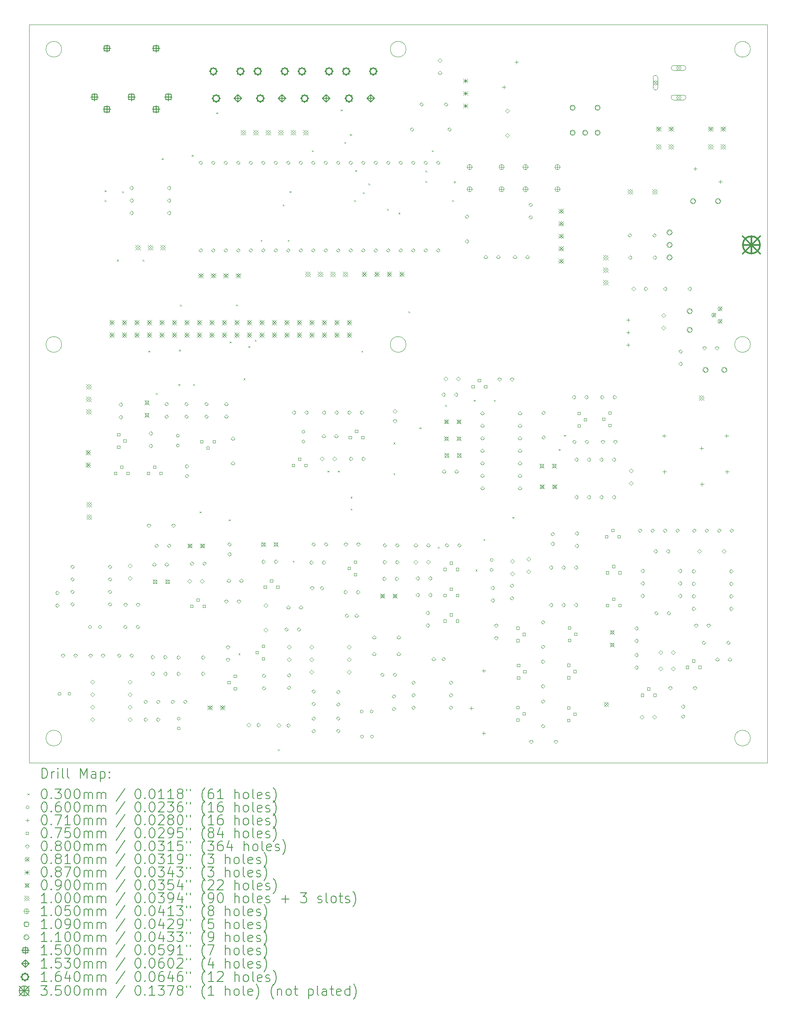
<source format=gbr>
%TF.GenerationSoftware,KiCad,Pcbnew,8.0.2*%
%TF.CreationDate,2024-10-15T19:34:51+09:00*%
%TF.ProjectId,mainBorad,6d61696e-426f-4726-9164-2e6b69636164,rev?*%
%TF.SameCoordinates,Original*%
%TF.FileFunction,Drillmap*%
%TF.FilePolarity,Positive*%
%FSLAX45Y45*%
G04 Gerber Fmt 4.5, Leading zero omitted, Abs format (unit mm)*
G04 Created by KiCad (PCBNEW 8.0.2) date 2024-10-15 19:34:51*
%MOMM*%
%LPD*%
G01*
G04 APERTURE LIST*
%ADD10C,0.100000*%
%ADD11C,0.050000*%
%ADD12C,0.200000*%
%ADD13C,0.105000*%
%ADD14C,0.109000*%
%ADD15C,0.110000*%
%ADD16C,0.150000*%
%ADD17C,0.153000*%
%ADD18C,0.164000*%
%ADD19C,0.350000*%
G04 APERTURE END LIST*
D10*
X2660000Y-16500000D02*
G75*
G02*
X2340000Y-16500000I-160000J0D01*
G01*
X2340000Y-16500000D02*
G75*
G02*
X2660000Y-16500000I160000J0D01*
G01*
D11*
X2000000Y-2000000D02*
X17000000Y-2000000D01*
X17000000Y-17000000D01*
X2000000Y-17000000D01*
X2000000Y-2000000D01*
D10*
X2660000Y-2500000D02*
G75*
G02*
X2340000Y-2500000I-160000J0D01*
G01*
X2340000Y-2500000D02*
G75*
G02*
X2660000Y-2500000I160000J0D01*
G01*
X9660000Y-2500000D02*
G75*
G02*
X9340000Y-2500000I-160000J0D01*
G01*
X9340000Y-2500000D02*
G75*
G02*
X9660000Y-2500000I160000J0D01*
G01*
X2660000Y-8500000D02*
G75*
G02*
X2340000Y-8500000I-160000J0D01*
G01*
X2340000Y-8500000D02*
G75*
G02*
X2660000Y-8500000I160000J0D01*
G01*
X16660000Y-2500000D02*
G75*
G02*
X16340000Y-2500000I-160000J0D01*
G01*
X16340000Y-2500000D02*
G75*
G02*
X16660000Y-2500000I160000J0D01*
G01*
X16660000Y-8500000D02*
G75*
G02*
X16340000Y-8500000I-160000J0D01*
G01*
X16340000Y-8500000D02*
G75*
G02*
X16660000Y-8500000I160000J0D01*
G01*
X16660000Y-16500000D02*
G75*
G02*
X16340000Y-16500000I-160000J0D01*
G01*
X16340000Y-16500000D02*
G75*
G02*
X16660000Y-16500000I160000J0D01*
G01*
X9660000Y-8500000D02*
G75*
G02*
X9340000Y-8500000I-160000J0D01*
G01*
X9340000Y-8500000D02*
G75*
G02*
X9660000Y-8500000I160000J0D01*
G01*
D12*
D10*
X3535000Y-5365000D02*
X3565000Y-5395000D01*
X3565000Y-5365000D02*
X3535000Y-5395000D01*
X3535000Y-5565000D02*
X3565000Y-5595000D01*
X3565000Y-5565000D02*
X3535000Y-5595000D01*
X3785000Y-6775000D02*
X3815000Y-6805000D01*
X3815000Y-6775000D02*
X3785000Y-6805000D01*
X3890750Y-5389080D02*
X3920750Y-5419080D01*
X3920750Y-5389080D02*
X3890750Y-5419080D01*
X4305000Y-6775000D02*
X4335000Y-6805000D01*
X4335000Y-6775000D02*
X4305000Y-6805000D01*
X4425000Y-8625000D02*
X4455000Y-8655000D01*
X4455000Y-8625000D02*
X4425000Y-8655000D01*
X4575000Y-9485000D02*
X4605000Y-9515000D01*
X4605000Y-9485000D02*
X4575000Y-9515000D01*
X4695000Y-4715000D02*
X4725000Y-4745000D01*
X4725000Y-4715000D02*
X4695000Y-4745000D01*
X5035000Y-9305000D02*
X5065000Y-9335000D01*
X5065000Y-9305000D02*
X5035000Y-9335000D01*
X5045000Y-8605000D02*
X5075000Y-8635000D01*
X5075000Y-8605000D02*
X5045000Y-8635000D01*
X5067360Y-7691120D02*
X5097360Y-7721120D01*
X5097360Y-7691120D02*
X5067360Y-7721120D01*
X5305000Y-4645000D02*
X5335000Y-4675000D01*
X5335000Y-4645000D02*
X5305000Y-4675000D01*
X5335000Y-9305000D02*
X5365000Y-9335000D01*
X5365000Y-9305000D02*
X5335000Y-9335000D01*
X5465000Y-11895000D02*
X5495000Y-11925000D01*
X5495000Y-11895000D02*
X5465000Y-11925000D01*
X5805000Y-3785000D02*
X5835000Y-3815000D01*
X5835000Y-3785000D02*
X5805000Y-3815000D01*
X6055000Y-12055000D02*
X6085000Y-12085000D01*
X6085000Y-12055000D02*
X6055000Y-12085000D01*
X6071910Y-8441540D02*
X6101910Y-8471540D01*
X6101910Y-8441540D02*
X6071910Y-8471540D01*
X6205000Y-7685000D02*
X6235000Y-7715000D01*
X6235000Y-7685000D02*
X6205000Y-7715000D01*
X6255000Y-14775000D02*
X6285000Y-14805000D01*
X6285000Y-14775000D02*
X6255000Y-14805000D01*
X6359400Y-9190480D02*
X6389400Y-9220480D01*
X6389400Y-9190480D02*
X6359400Y-9220480D01*
X6455000Y-8535000D02*
X6485000Y-8565000D01*
X6485000Y-8535000D02*
X6455000Y-8565000D01*
X6585000Y-8405000D02*
X6615000Y-8435000D01*
X6615000Y-8405000D02*
X6585000Y-8435000D01*
X6705000Y-6375000D02*
X6735000Y-6405000D01*
X6735000Y-6375000D02*
X6705000Y-6405000D01*
X7055000Y-16725000D02*
X7085000Y-16755000D01*
X7085000Y-16725000D02*
X7055000Y-16755000D01*
X7155000Y-5655000D02*
X7185000Y-5685000D01*
X7185000Y-5655000D02*
X7155000Y-5685000D01*
X7255000Y-6375000D02*
X7285000Y-6405000D01*
X7285000Y-6375000D02*
X7255000Y-6405000D01*
X7295000Y-5385000D02*
X7325000Y-5415000D01*
X7325000Y-5385000D02*
X7295000Y-5415000D01*
X7355000Y-12895000D02*
X7385000Y-12925000D01*
X7385000Y-12895000D02*
X7355000Y-12925000D01*
X7745000Y-4555000D02*
X7775000Y-4585000D01*
X7775000Y-4555000D02*
X7745000Y-4585000D01*
X8065000Y-11065000D02*
X8095000Y-11095000D01*
X8095000Y-11065000D02*
X8065000Y-11095000D01*
X8275000Y-11065000D02*
X8305000Y-11095000D01*
X8305000Y-11065000D02*
X8275000Y-11095000D01*
X8335000Y-3725000D02*
X8365000Y-3755000D01*
X8365000Y-3725000D02*
X8335000Y-3755000D01*
X8405000Y-4384840D02*
X8435000Y-4414840D01*
X8435000Y-4384840D02*
X8405000Y-4414840D01*
X8519000Y-4225000D02*
X8549000Y-4255000D01*
X8549000Y-4225000D02*
X8519000Y-4255000D01*
X8535000Y-11595000D02*
X8565000Y-11625000D01*
X8565000Y-11595000D02*
X8535000Y-11625000D01*
X8535000Y-11835000D02*
X8565000Y-11865000D01*
X8565000Y-11835000D02*
X8535000Y-11865000D01*
X8605000Y-5565000D02*
X8635000Y-5595000D01*
X8635000Y-5565000D02*
X8605000Y-5595000D01*
X8625000Y-4955000D02*
X8655000Y-4985000D01*
X8655000Y-4955000D02*
X8625000Y-4985000D01*
X8755000Y-8625000D02*
X8785000Y-8655000D01*
X8785000Y-8625000D02*
X8755000Y-8655000D01*
X8785000Y-5405000D02*
X8815000Y-5435000D01*
X8815000Y-5405000D02*
X8785000Y-5435000D01*
X8895000Y-5225000D02*
X8925000Y-5255000D01*
X8925000Y-5225000D02*
X8895000Y-5255000D01*
X9275000Y-5745000D02*
X9305000Y-5775000D01*
X9305000Y-5745000D02*
X9275000Y-5775000D01*
X9405000Y-10495000D02*
X9435000Y-10525000D01*
X9435000Y-10495000D02*
X9405000Y-10525000D01*
X9405000Y-11115000D02*
X9435000Y-11145000D01*
X9435000Y-11115000D02*
X9405000Y-11145000D01*
X9507850Y-5819900D02*
X9537850Y-5849900D01*
X9537850Y-5819900D02*
X9507850Y-5849900D01*
X9705000Y-7825000D02*
X9735000Y-7855000D01*
X9735000Y-7825000D02*
X9705000Y-7855000D01*
X9935000Y-10185000D02*
X9965000Y-10215000D01*
X9965000Y-10185000D02*
X9935000Y-10215000D01*
X10055000Y-4965000D02*
X10085000Y-4995000D01*
X10085000Y-4965000D02*
X10055000Y-4995000D01*
X10055000Y-5175000D02*
X10085000Y-5205000D01*
X10085000Y-5175000D02*
X10055000Y-5205000D01*
X10185000Y-4555000D02*
X10215000Y-4585000D01*
X10215000Y-4555000D02*
X10185000Y-4585000D01*
X10306140Y-12611170D02*
X10336140Y-12641170D01*
X10336140Y-12611170D02*
X10306140Y-12641170D01*
X10455000Y-9725000D02*
X10485000Y-9755000D01*
X10485000Y-9725000D02*
X10455000Y-9755000D01*
X10595000Y-5565000D02*
X10625000Y-5595000D01*
X10625000Y-5565000D02*
X10595000Y-5595000D01*
X10635000Y-5185000D02*
X10665000Y-5215000D01*
X10665000Y-5185000D02*
X10635000Y-5215000D01*
X11035000Y-9625000D02*
X11065000Y-9655000D01*
X11065000Y-9625000D02*
X11035000Y-9655000D01*
X11075000Y-13075000D02*
X11105000Y-13105000D01*
X11105000Y-13075000D02*
X11075000Y-13105000D01*
X11235000Y-12455000D02*
X11265000Y-12485000D01*
X11265000Y-12455000D02*
X11235000Y-12485000D01*
X11445000Y-9625000D02*
X11475000Y-9655000D01*
X11475000Y-9625000D02*
X11445000Y-9655000D01*
X11825000Y-12005000D02*
X11855000Y-12035000D01*
X11855000Y-12005000D02*
X11825000Y-12035000D01*
X12765000Y-10625000D02*
X12795000Y-10655000D01*
X12795000Y-10625000D02*
X12765000Y-10655000D01*
X12875000Y-10335000D02*
X12905000Y-10365000D01*
X12905000Y-10335000D02*
X12875000Y-10365000D01*
X2647260Y-15600000D02*
G75*
G02*
X2587260Y-15600000I-30000J0D01*
G01*
X2587260Y-15600000D02*
G75*
G02*
X2647260Y-15600000I30000J0D01*
G01*
X2847260Y-15600000D02*
G75*
G02*
X2787260Y-15600000I-30000J0D01*
G01*
X2787260Y-15600000D02*
G75*
G02*
X2847260Y-15600000I30000J0D01*
G01*
X3267260Y-14240000D02*
G75*
G02*
X3207260Y-14240000I-30000J0D01*
G01*
X3207260Y-14240000D02*
G75*
G02*
X3267260Y-14240000I30000J0D01*
G01*
X3467260Y-14240000D02*
G75*
G02*
X3407260Y-14240000I-30000J0D01*
G01*
X3407260Y-14240000D02*
G75*
G02*
X3467260Y-14240000I30000J0D01*
G01*
X5050000Y-10352740D02*
G75*
G02*
X4990000Y-10352740I-30000J0D01*
G01*
X4990000Y-10352740D02*
G75*
G02*
X5050000Y-10352740I30000J0D01*
G01*
X5050000Y-10552740D02*
G75*
G02*
X4990000Y-10552740I-30000J0D01*
G01*
X4990000Y-10552740D02*
G75*
G02*
X5050000Y-10552740I30000J0D01*
G01*
X5069000Y-16102740D02*
G75*
G02*
X5009000Y-16102740I-30000J0D01*
G01*
X5009000Y-16102740D02*
G75*
G02*
X5069000Y-16102740I30000J0D01*
G01*
X5069000Y-16302740D02*
G75*
G02*
X5009000Y-16302740I-30000J0D01*
G01*
X5009000Y-16302740D02*
G75*
G02*
X5069000Y-16302740I30000J0D01*
G01*
X7604500Y-10272740D02*
G75*
G02*
X7544500Y-10272740I-30000J0D01*
G01*
X7544500Y-10272740D02*
G75*
G02*
X7604500Y-10272740I30000J0D01*
G01*
X7604500Y-10472740D02*
G75*
G02*
X7544500Y-10472740I-30000J0D01*
G01*
X7544500Y-10472740D02*
G75*
G02*
X7604500Y-10472740I30000J0D01*
G01*
X8790000Y-15960000D02*
G75*
G02*
X8730000Y-15960000I-30000J0D01*
G01*
X8730000Y-15960000D02*
G75*
G02*
X8790000Y-15960000I30000J0D01*
G01*
X8797260Y-16470000D02*
G75*
G02*
X8737260Y-16470000I-30000J0D01*
G01*
X8737260Y-16470000D02*
G75*
G02*
X8797260Y-16470000I30000J0D01*
G01*
X8990000Y-15960000D02*
G75*
G02*
X8930000Y-15960000I-30000J0D01*
G01*
X8930000Y-15960000D02*
G75*
G02*
X8990000Y-15960000I30000J0D01*
G01*
X8997260Y-16470000D02*
G75*
G02*
X8937260Y-16470000I-30000J0D01*
G01*
X8937260Y-16470000D02*
G75*
G02*
X8997260Y-16470000I30000J0D01*
G01*
X11430000Y-12881000D02*
G75*
G02*
X11370000Y-12881000I-30000J0D01*
G01*
X11370000Y-12881000D02*
G75*
G02*
X11430000Y-12881000I30000J0D01*
G01*
X11430000Y-13081000D02*
G75*
G02*
X11370000Y-13081000I-30000J0D01*
G01*
X11370000Y-13081000D02*
G75*
G02*
X11430000Y-13081000I30000J0D01*
G01*
X10986000Y-15856500D02*
X10986000Y-15927500D01*
X10950500Y-15892000D02*
X11021500Y-15892000D01*
X11240000Y-15094500D02*
X11240000Y-15165500D01*
X11204500Y-15130000D02*
X11275500Y-15130000D01*
X11240000Y-16364500D02*
X11240000Y-16435500D01*
X11204500Y-16400000D02*
X11275500Y-16400000D01*
X11648000Y-3234500D02*
X11648000Y-3305500D01*
X11612500Y-3270000D02*
X11683500Y-3270000D01*
X11907000Y-2724500D02*
X11907000Y-2795500D01*
X11871500Y-2760000D02*
X11942500Y-2760000D01*
X14174000Y-7965500D02*
X14174000Y-8036500D01*
X14138500Y-8001000D02*
X14209500Y-8001000D01*
X14174000Y-8219500D02*
X14174000Y-8290500D01*
X14138500Y-8255000D02*
X14209500Y-8255000D01*
X14174000Y-8473500D02*
X14174000Y-8544500D01*
X14138500Y-8509000D02*
X14209500Y-8509000D01*
X14906500Y-10322000D02*
X14906500Y-10393000D01*
X14871000Y-10357500D02*
X14942000Y-10357500D01*
X14914500Y-11051500D02*
X14914500Y-11122500D01*
X14879000Y-11087000D02*
X14950000Y-11087000D01*
X15540000Y-4895500D02*
X15540000Y-4966500D01*
X15504500Y-4931000D02*
X15575500Y-4931000D01*
X15668500Y-10576000D02*
X15668500Y-10647000D01*
X15633000Y-10611500D02*
X15704000Y-10611500D01*
X15676500Y-11305500D02*
X15676500Y-11376500D01*
X15641000Y-11341000D02*
X15712000Y-11341000D01*
X16050000Y-5154500D02*
X16050000Y-5225500D01*
X16014500Y-5190000D02*
X16085500Y-5190000D01*
X16176500Y-10322000D02*
X16176500Y-10393000D01*
X16141000Y-10357500D02*
X16212000Y-10357500D01*
X16184500Y-11051500D02*
X16184500Y-11122500D01*
X16149000Y-11087000D02*
X16220000Y-11087000D01*
X3779517Y-11143517D02*
X3779517Y-11090483D01*
X3726483Y-11090483D01*
X3726483Y-11143517D01*
X3779517Y-11143517D01*
X3842517Y-10359517D02*
X3842517Y-10306483D01*
X3789483Y-10306483D01*
X3789483Y-10359517D01*
X3842517Y-10359517D01*
X3842517Y-10613517D02*
X3842517Y-10560483D01*
X3789483Y-10560483D01*
X3789483Y-10613517D01*
X3842517Y-10613517D01*
X3906517Y-11016517D02*
X3906517Y-10963483D01*
X3853483Y-10963483D01*
X3853483Y-11016517D01*
X3906517Y-11016517D01*
X3969517Y-10486517D02*
X3969517Y-10433483D01*
X3916483Y-10433483D01*
X3916483Y-10486517D01*
X3969517Y-10486517D01*
X4033517Y-11143517D02*
X4033517Y-11090483D01*
X3980483Y-11090483D01*
X3980483Y-11143517D01*
X4033517Y-11143517D01*
X4449517Y-11143517D02*
X4449517Y-11090483D01*
X4396483Y-11090483D01*
X4396483Y-11143517D01*
X4449517Y-11143517D01*
X4576517Y-11016517D02*
X4576517Y-10963483D01*
X4523483Y-10963483D01*
X4523483Y-11016517D01*
X4576517Y-11016517D01*
X4703517Y-11143517D02*
X4703517Y-11090483D01*
X4650483Y-11090483D01*
X4650483Y-11143517D01*
X4703517Y-11143517D01*
X5329517Y-13843517D02*
X5329517Y-13790483D01*
X5276483Y-13790483D01*
X5276483Y-13843517D01*
X5329517Y-13843517D01*
X5456517Y-13716517D02*
X5456517Y-13663483D01*
X5403483Y-13663483D01*
X5403483Y-13716517D01*
X5456517Y-13716517D01*
X5533017Y-10501017D02*
X5533017Y-10447983D01*
X5479983Y-10447983D01*
X5479983Y-10501017D01*
X5533017Y-10501017D01*
X5583517Y-13843517D02*
X5583517Y-13790483D01*
X5530483Y-13790483D01*
X5530483Y-13843517D01*
X5583517Y-13843517D01*
X5660017Y-10628017D02*
X5660017Y-10574983D01*
X5606983Y-10574983D01*
X5606983Y-10628017D01*
X5660017Y-10628017D01*
X5787017Y-10501017D02*
X5787017Y-10447983D01*
X5733983Y-10447983D01*
X5733983Y-10501017D01*
X5787017Y-10501017D01*
X6086517Y-15397017D02*
X6086517Y-15343983D01*
X6033483Y-15343983D01*
X6033483Y-15397017D01*
X6086517Y-15397017D01*
X6213517Y-15270017D02*
X6213517Y-15216983D01*
X6160483Y-15216983D01*
X6160483Y-15270017D01*
X6213517Y-15270017D01*
X6213517Y-15524017D02*
X6213517Y-15470983D01*
X6160483Y-15470983D01*
X6160483Y-15524017D01*
X6213517Y-15524017D01*
X6659517Y-14783517D02*
X6659517Y-14730483D01*
X6606483Y-14730483D01*
X6606483Y-14783517D01*
X6659517Y-14783517D01*
X6786517Y-14656517D02*
X6786517Y-14603483D01*
X6733483Y-14603483D01*
X6733483Y-14656517D01*
X6786517Y-14656517D01*
X6786517Y-14910517D02*
X6786517Y-14857483D01*
X6733483Y-14857483D01*
X6733483Y-14910517D01*
X6786517Y-14910517D01*
X6822517Y-13456517D02*
X6822517Y-13403483D01*
X6769483Y-13403483D01*
X6769483Y-13456517D01*
X6822517Y-13456517D01*
X6949517Y-13329517D02*
X6949517Y-13276483D01*
X6896483Y-13276483D01*
X6896483Y-13329517D01*
X6949517Y-13329517D01*
X7076517Y-13456517D02*
X7076517Y-13403483D01*
X7023483Y-13403483D01*
X7023483Y-13456517D01*
X7076517Y-13456517D01*
X7394017Y-10983517D02*
X7394017Y-10930483D01*
X7340983Y-10930483D01*
X7340983Y-10983517D01*
X7394017Y-10983517D01*
X7521017Y-10856517D02*
X7521017Y-10803483D01*
X7467983Y-10803483D01*
X7467983Y-10856517D01*
X7521017Y-10856517D01*
X7648017Y-10983517D02*
X7648017Y-10930483D01*
X7594983Y-10930483D01*
X7594983Y-10983517D01*
X7648017Y-10983517D01*
X8530517Y-13076517D02*
X8530517Y-13023483D01*
X8477483Y-13023483D01*
X8477483Y-13076517D01*
X8530517Y-13076517D01*
X8550017Y-10413517D02*
X8550017Y-10360483D01*
X8496983Y-10360483D01*
X8496983Y-10413517D01*
X8550017Y-10413517D01*
X8657517Y-12949517D02*
X8657517Y-12896483D01*
X8604483Y-12896483D01*
X8604483Y-12949517D01*
X8657517Y-12949517D01*
X8657517Y-13203517D02*
X8657517Y-13150483D01*
X8604483Y-13150483D01*
X8604483Y-13203517D01*
X8657517Y-13203517D01*
X8677017Y-10286517D02*
X8677017Y-10233483D01*
X8623983Y-10233483D01*
X8623983Y-10286517D01*
X8677017Y-10286517D01*
X8804017Y-10413517D02*
X8804017Y-10360483D01*
X8750983Y-10360483D01*
X8750983Y-10413517D01*
X8804017Y-10413517D01*
X10476517Y-13096517D02*
X10476517Y-13043483D01*
X10423483Y-13043483D01*
X10423483Y-13096517D01*
X10476517Y-13096517D01*
X10476517Y-13626517D02*
X10476517Y-13573483D01*
X10423483Y-13573483D01*
X10423483Y-13626517D01*
X10476517Y-13626517D01*
X10476517Y-14146517D02*
X10476517Y-14093483D01*
X10423483Y-14093483D01*
X10423483Y-14146517D01*
X10476517Y-14146517D01*
X10603517Y-12969517D02*
X10603517Y-12916483D01*
X10550483Y-12916483D01*
X10550483Y-12969517D01*
X10603517Y-12969517D01*
X10603517Y-13499517D02*
X10603517Y-13446483D01*
X10550483Y-13446483D01*
X10550483Y-13499517D01*
X10603517Y-13499517D01*
X10603517Y-14019517D02*
X10603517Y-13966483D01*
X10550483Y-13966483D01*
X10550483Y-14019517D01*
X10603517Y-14019517D01*
X10730517Y-13096517D02*
X10730517Y-13043483D01*
X10677483Y-13043483D01*
X10677483Y-13096517D01*
X10730517Y-13096517D01*
X10730517Y-13626517D02*
X10730517Y-13573483D01*
X10677483Y-13573483D01*
X10677483Y-13626517D01*
X10730517Y-13626517D01*
X10730517Y-14146517D02*
X10730517Y-14093483D01*
X10677483Y-14093483D01*
X10677483Y-14146517D01*
X10730517Y-14146517D01*
X11047517Y-9383017D02*
X11047517Y-9329983D01*
X10994483Y-9329983D01*
X10994483Y-9383017D01*
X11047517Y-9383017D01*
X11174517Y-9256017D02*
X11174517Y-9202983D01*
X11121483Y-9202983D01*
X11121483Y-9256017D01*
X11174517Y-9256017D01*
X11301517Y-9383017D02*
X11301517Y-9329983D01*
X11248483Y-9329983D01*
X11248483Y-9383017D01*
X11301517Y-9383017D01*
X11959517Y-14289517D02*
X11959517Y-14236483D01*
X11906483Y-14236483D01*
X11906483Y-14289517D01*
X11959517Y-14289517D01*
X11959517Y-14543517D02*
X11959517Y-14490483D01*
X11906483Y-14490483D01*
X11906483Y-14543517D01*
X11959517Y-14543517D01*
X11959517Y-15905517D02*
X11959517Y-15852483D01*
X11906483Y-15852483D01*
X11906483Y-15905517D01*
X11959517Y-15905517D01*
X11959517Y-16159517D02*
X11959517Y-16106483D01*
X11906483Y-16106483D01*
X11906483Y-16159517D01*
X11959517Y-16159517D01*
X11969517Y-15045517D02*
X11969517Y-14992483D01*
X11916483Y-14992483D01*
X11916483Y-15045517D01*
X11969517Y-15045517D01*
X11969517Y-15299517D02*
X11969517Y-15246483D01*
X11916483Y-15246483D01*
X11916483Y-15299517D01*
X11969517Y-15299517D01*
X12086517Y-14416517D02*
X12086517Y-14363483D01*
X12033483Y-14363483D01*
X12033483Y-14416517D01*
X12086517Y-14416517D01*
X12086517Y-16032517D02*
X12086517Y-15979483D01*
X12033483Y-15979483D01*
X12033483Y-16032517D01*
X12086517Y-16032517D01*
X12096517Y-15172517D02*
X12096517Y-15119483D01*
X12043483Y-15119483D01*
X12043483Y-15172517D01*
X12096517Y-15172517D01*
X12989517Y-15909517D02*
X12989517Y-15856483D01*
X12936483Y-15856483D01*
X12936483Y-15909517D01*
X12989517Y-15909517D01*
X12989517Y-16163517D02*
X12989517Y-16110483D01*
X12936483Y-16110483D01*
X12936483Y-16163517D01*
X12989517Y-16163517D01*
X12992517Y-15042517D02*
X12992517Y-14989483D01*
X12939483Y-14989483D01*
X12939483Y-15042517D01*
X12992517Y-15042517D01*
X12992517Y-15296517D02*
X12992517Y-15243483D01*
X12939483Y-15243483D01*
X12939483Y-15296517D01*
X12992517Y-15296517D01*
X13007517Y-14285517D02*
X13007517Y-14232483D01*
X12954483Y-14232483D01*
X12954483Y-14285517D01*
X13007517Y-14285517D01*
X13007517Y-14539517D02*
X13007517Y-14486483D01*
X12954483Y-14486483D01*
X12954483Y-14539517D01*
X13007517Y-14539517D01*
X13116517Y-16036517D02*
X13116517Y-15983483D01*
X13063483Y-15983483D01*
X13063483Y-16036517D01*
X13116517Y-16036517D01*
X13119517Y-15169517D02*
X13119517Y-15116483D01*
X13066483Y-15116483D01*
X13066483Y-15169517D01*
X13119517Y-15169517D01*
X13134517Y-14412517D02*
X13134517Y-14359483D01*
X13081483Y-14359483D01*
X13081483Y-14412517D01*
X13134517Y-14412517D01*
X13200517Y-9924017D02*
X13200517Y-9870983D01*
X13147483Y-9870983D01*
X13147483Y-9924017D01*
X13200517Y-9924017D01*
X13200517Y-10178017D02*
X13200517Y-10124983D01*
X13147483Y-10124983D01*
X13147483Y-10178017D01*
X13200517Y-10178017D01*
X13327517Y-10051017D02*
X13327517Y-9997983D01*
X13274483Y-9997983D01*
X13274483Y-10051017D01*
X13327517Y-10051017D01*
X13700517Y-10044017D02*
X13700517Y-9990983D01*
X13647483Y-9990983D01*
X13647483Y-10044017D01*
X13700517Y-10044017D01*
X13759517Y-12433517D02*
X13759517Y-12380483D01*
X13706483Y-12380483D01*
X13706483Y-12433517D01*
X13759517Y-12433517D01*
X13776517Y-13826517D02*
X13776517Y-13773483D01*
X13723483Y-13773483D01*
X13723483Y-13826517D01*
X13776517Y-13826517D01*
X13779517Y-13163517D02*
X13779517Y-13110483D01*
X13726483Y-13110483D01*
X13726483Y-13163517D01*
X13779517Y-13163517D01*
X13827517Y-9917017D02*
X13827517Y-9863983D01*
X13774483Y-9863983D01*
X13774483Y-9917017D01*
X13827517Y-9917017D01*
X13827517Y-10171017D02*
X13827517Y-10117983D01*
X13774483Y-10117983D01*
X13774483Y-10171017D01*
X13827517Y-10171017D01*
X13886517Y-12306517D02*
X13886517Y-12253483D01*
X13833483Y-12253483D01*
X13833483Y-12306517D01*
X13886517Y-12306517D01*
X13903517Y-13699517D02*
X13903517Y-13646483D01*
X13850483Y-13646483D01*
X13850483Y-13699517D01*
X13903517Y-13699517D01*
X13906517Y-13036517D02*
X13906517Y-12983483D01*
X13853483Y-12983483D01*
X13853483Y-13036517D01*
X13906517Y-13036517D01*
X14013517Y-12433517D02*
X14013517Y-12380483D01*
X13960483Y-12380483D01*
X13960483Y-12433517D01*
X14013517Y-12433517D01*
X14030517Y-13826517D02*
X14030517Y-13773483D01*
X13977483Y-13773483D01*
X13977483Y-13826517D01*
X14030517Y-13826517D01*
X14033517Y-13163517D02*
X14033517Y-13110483D01*
X13980483Y-13110483D01*
X13980483Y-13163517D01*
X14033517Y-13163517D01*
X14489517Y-15653517D02*
X14489517Y-15600483D01*
X14436483Y-15600483D01*
X14436483Y-15653517D01*
X14489517Y-15653517D01*
X14616517Y-15526517D02*
X14616517Y-15473483D01*
X14563483Y-15473483D01*
X14563483Y-15526517D01*
X14616517Y-15526517D01*
X14743517Y-15653517D02*
X14743517Y-15600483D01*
X14690483Y-15600483D01*
X14690483Y-15653517D01*
X14743517Y-15653517D01*
X15406517Y-15086517D02*
X15406517Y-15033483D01*
X15353483Y-15033483D01*
X15353483Y-15086517D01*
X15406517Y-15086517D01*
X15533517Y-14959517D02*
X15533517Y-14906483D01*
X15480483Y-14906483D01*
X15480483Y-14959517D01*
X15533517Y-14959517D01*
X15660517Y-15086517D02*
X15660517Y-15033483D01*
X15607483Y-15033483D01*
X15607483Y-15086517D01*
X15660517Y-15086517D01*
X2570000Y-13586000D02*
X2610000Y-13546000D01*
X2570000Y-13506000D01*
X2530000Y-13546000D01*
X2570000Y-13586000D01*
X2570000Y-13840000D02*
X2610000Y-13800000D01*
X2570000Y-13760000D01*
X2530000Y-13800000D01*
X2570000Y-13840000D01*
X2686000Y-14860000D02*
X2726000Y-14820000D01*
X2686000Y-14780000D01*
X2646000Y-14820000D01*
X2686000Y-14860000D01*
X2878000Y-13058000D02*
X2918000Y-13018000D01*
X2878000Y-12978000D01*
X2838000Y-13018000D01*
X2878000Y-13058000D01*
X2878000Y-13312000D02*
X2918000Y-13272000D01*
X2878000Y-13232000D01*
X2838000Y-13272000D01*
X2878000Y-13312000D01*
X2878000Y-13566000D02*
X2918000Y-13526000D01*
X2878000Y-13486000D01*
X2838000Y-13526000D01*
X2878000Y-13566000D01*
X2878000Y-13820000D02*
X2918000Y-13780000D01*
X2878000Y-13740000D01*
X2838000Y-13780000D01*
X2878000Y-13820000D01*
X2940000Y-14860000D02*
X2980000Y-14820000D01*
X2940000Y-14780000D01*
X2900000Y-14820000D01*
X2940000Y-14860000D01*
X3246000Y-14860000D02*
X3286000Y-14820000D01*
X3246000Y-14780000D01*
X3206000Y-14820000D01*
X3246000Y-14860000D01*
X3288000Y-15398000D02*
X3328000Y-15358000D01*
X3288000Y-15318000D01*
X3248000Y-15358000D01*
X3288000Y-15398000D01*
X3288000Y-15652000D02*
X3328000Y-15612000D01*
X3288000Y-15572000D01*
X3248000Y-15612000D01*
X3288000Y-15652000D01*
X3288000Y-15906000D02*
X3328000Y-15866000D01*
X3288000Y-15826000D01*
X3248000Y-15866000D01*
X3288000Y-15906000D01*
X3288000Y-16160000D02*
X3328000Y-16120000D01*
X3288000Y-16080000D01*
X3248000Y-16120000D01*
X3288000Y-16160000D01*
X3500000Y-14860000D02*
X3540000Y-14820000D01*
X3500000Y-14780000D01*
X3460000Y-14820000D01*
X3500000Y-14860000D01*
X3640000Y-13058000D02*
X3680000Y-13018000D01*
X3640000Y-12978000D01*
X3600000Y-13018000D01*
X3640000Y-13058000D01*
X3640000Y-13312000D02*
X3680000Y-13272000D01*
X3640000Y-13232000D01*
X3600000Y-13272000D01*
X3640000Y-13312000D01*
X3640000Y-13566000D02*
X3680000Y-13526000D01*
X3640000Y-13486000D01*
X3600000Y-13526000D01*
X3640000Y-13566000D01*
X3640000Y-13820000D02*
X3680000Y-13780000D01*
X3640000Y-13740000D01*
X3600000Y-13780000D01*
X3640000Y-13820000D01*
X3825500Y-14860000D02*
X3865500Y-14820000D01*
X3825500Y-14780000D01*
X3785500Y-14820000D01*
X3825500Y-14860000D01*
X3860000Y-9760000D02*
X3900000Y-9720000D01*
X3860000Y-9680000D01*
X3820000Y-9720000D01*
X3860000Y-9760000D01*
X3860000Y-10014000D02*
X3900000Y-9974000D01*
X3860000Y-9934000D01*
X3820000Y-9974000D01*
X3860000Y-10014000D01*
X3950000Y-14280000D02*
X3990000Y-14240000D01*
X3950000Y-14200000D01*
X3910000Y-14240000D01*
X3950000Y-14280000D01*
X3954000Y-13828000D02*
X3994000Y-13788000D01*
X3954000Y-13748000D01*
X3914000Y-13788000D01*
X3954000Y-13828000D01*
X4050000Y-13036000D02*
X4090000Y-12996000D01*
X4050000Y-12956000D01*
X4010000Y-12996000D01*
X4050000Y-13036000D01*
X4050000Y-13290000D02*
X4090000Y-13250000D01*
X4050000Y-13210000D01*
X4010000Y-13250000D01*
X4050000Y-13290000D01*
X4050000Y-15398000D02*
X4090000Y-15358000D01*
X4050000Y-15318000D01*
X4010000Y-15358000D01*
X4050000Y-15398000D01*
X4050000Y-15652000D02*
X4090000Y-15612000D01*
X4050000Y-15572000D01*
X4010000Y-15612000D01*
X4050000Y-15652000D01*
X4050000Y-15906000D02*
X4090000Y-15866000D01*
X4050000Y-15826000D01*
X4010000Y-15866000D01*
X4050000Y-15906000D01*
X4050000Y-16160000D02*
X4090000Y-16120000D01*
X4050000Y-16080000D01*
X4010000Y-16120000D01*
X4050000Y-16160000D01*
X4079500Y-14860000D02*
X4119500Y-14820000D01*
X4079500Y-14780000D01*
X4039500Y-14820000D01*
X4079500Y-14860000D01*
X4080000Y-5357500D02*
X4120000Y-5317500D01*
X4080000Y-5277500D01*
X4040000Y-5317500D01*
X4080000Y-5357500D01*
X4080000Y-5611500D02*
X4120000Y-5571500D01*
X4080000Y-5531500D01*
X4040000Y-5571500D01*
X4080000Y-5611500D01*
X4080000Y-5865500D02*
X4120000Y-5825500D01*
X4080000Y-5785500D01*
X4040000Y-5825500D01*
X4080000Y-5865500D01*
X4204000Y-14280000D02*
X4244000Y-14240000D01*
X4204000Y-14200000D01*
X4164000Y-14240000D01*
X4204000Y-14280000D01*
X4208000Y-13828000D02*
X4248000Y-13788000D01*
X4208000Y-13748000D01*
X4168000Y-13788000D01*
X4208000Y-13828000D01*
X4364500Y-15800000D02*
X4404500Y-15760000D01*
X4364500Y-15720000D01*
X4324500Y-15760000D01*
X4364500Y-15800000D01*
X4365000Y-16160000D02*
X4405000Y-16120000D01*
X4365000Y-16080000D01*
X4325000Y-16120000D01*
X4365000Y-16160000D01*
X4430000Y-12220000D02*
X4470000Y-12180000D01*
X4430000Y-12140000D01*
X4390000Y-12180000D01*
X4430000Y-12220000D01*
X4470000Y-10346000D02*
X4510000Y-10306000D01*
X4470000Y-10266000D01*
X4430000Y-10306000D01*
X4470000Y-10346000D01*
X4470000Y-10600000D02*
X4510000Y-10560000D01*
X4470000Y-10520000D01*
X4430000Y-10560000D01*
X4470000Y-10600000D01*
X4510000Y-14890000D02*
X4550000Y-14850000D01*
X4510000Y-14810000D01*
X4470000Y-14850000D01*
X4510000Y-14890000D01*
X4510500Y-15230000D02*
X4550500Y-15190000D01*
X4510500Y-15150000D01*
X4470500Y-15190000D01*
X4510500Y-15230000D01*
X4540000Y-13010000D02*
X4580000Y-12970000D01*
X4540000Y-12930000D01*
X4500000Y-12970000D01*
X4540000Y-13010000D01*
X4587000Y-12629000D02*
X4627000Y-12589000D01*
X4587000Y-12549000D01*
X4547000Y-12589000D01*
X4587000Y-12629000D01*
X4618500Y-15800000D02*
X4658500Y-15760000D01*
X4618500Y-15720000D01*
X4578500Y-15760000D01*
X4618500Y-15800000D01*
X4619000Y-16160000D02*
X4659000Y-16120000D01*
X4619000Y-16080000D01*
X4579000Y-16120000D01*
X4619000Y-16160000D01*
X4764000Y-14890000D02*
X4804000Y-14850000D01*
X4764000Y-14810000D01*
X4724000Y-14850000D01*
X4764000Y-14890000D01*
X4764500Y-15230000D02*
X4804500Y-15190000D01*
X4764500Y-15150000D01*
X4724500Y-15190000D01*
X4764500Y-15230000D01*
X4790000Y-9750000D02*
X4830000Y-9710000D01*
X4790000Y-9670000D01*
X4750000Y-9710000D01*
X4790000Y-9750000D01*
X4790000Y-10004000D02*
X4830000Y-9964000D01*
X4790000Y-9924000D01*
X4750000Y-9964000D01*
X4790000Y-10004000D01*
X4794000Y-13010000D02*
X4834000Y-12970000D01*
X4794000Y-12930000D01*
X4754000Y-12970000D01*
X4794000Y-13010000D01*
X4841000Y-12629000D02*
X4881000Y-12589000D01*
X4841000Y-12549000D01*
X4801000Y-12589000D01*
X4841000Y-12629000D01*
X4842000Y-5357500D02*
X4882000Y-5317500D01*
X4842000Y-5277500D01*
X4802000Y-5317500D01*
X4842000Y-5357500D01*
X4842000Y-5611500D02*
X4882000Y-5571500D01*
X4842000Y-5531500D01*
X4802000Y-5571500D01*
X4842000Y-5611500D01*
X4842000Y-5865500D02*
X4882000Y-5825500D01*
X4842000Y-5785500D01*
X4802000Y-5825500D01*
X4842000Y-5865500D01*
X4915000Y-15800000D02*
X4955000Y-15760000D01*
X4915000Y-15720000D01*
X4875000Y-15760000D01*
X4915000Y-15800000D01*
X4930000Y-12220000D02*
X4970000Y-12180000D01*
X4930000Y-12140000D01*
X4890000Y-12180000D01*
X4930000Y-12220000D01*
X5034500Y-14900000D02*
X5074500Y-14860000D01*
X5034500Y-14820000D01*
X4994500Y-14860000D01*
X5034500Y-14900000D01*
X5034500Y-15230000D02*
X5074500Y-15190000D01*
X5034500Y-15150000D01*
X4994500Y-15190000D01*
X5034500Y-15230000D01*
X5169000Y-15800000D02*
X5209000Y-15760000D01*
X5169000Y-15720000D01*
X5129000Y-15760000D01*
X5169000Y-15800000D01*
X5195000Y-9750000D02*
X5235000Y-9710000D01*
X5195000Y-9670000D01*
X5155000Y-9710000D01*
X5195000Y-9750000D01*
X5195000Y-10004000D02*
X5235000Y-9964000D01*
X5195000Y-9924000D01*
X5155000Y-9964000D01*
X5195000Y-10004000D01*
X5204000Y-11011990D02*
X5244000Y-10971990D01*
X5204000Y-10931990D01*
X5164000Y-10971990D01*
X5204000Y-11011990D01*
X5204000Y-11211990D02*
X5244000Y-11171990D01*
X5204000Y-11131990D01*
X5164000Y-11171990D01*
X5204000Y-11211990D01*
X5260000Y-13350000D02*
X5300000Y-13310000D01*
X5260000Y-13270000D01*
X5220000Y-13310000D01*
X5260000Y-13350000D01*
X5305000Y-12990000D02*
X5345000Y-12950000D01*
X5305000Y-12910000D01*
X5265000Y-12950000D01*
X5305000Y-12990000D01*
X5486000Y-4845000D02*
X5526000Y-4805000D01*
X5486000Y-4765000D01*
X5446000Y-4805000D01*
X5486000Y-4845000D01*
X5486000Y-6625000D02*
X5526000Y-6585000D01*
X5486000Y-6545000D01*
X5446000Y-6585000D01*
X5486000Y-6625000D01*
X5514000Y-13350000D02*
X5554000Y-13310000D01*
X5514000Y-13270000D01*
X5474000Y-13310000D01*
X5514000Y-13350000D01*
X5534500Y-14900000D02*
X5574500Y-14860000D01*
X5534500Y-14820000D01*
X5494500Y-14860000D01*
X5534500Y-14900000D01*
X5534500Y-15230000D02*
X5574500Y-15190000D01*
X5534500Y-15150000D01*
X5494500Y-15190000D01*
X5534500Y-15230000D01*
X5559000Y-12990000D02*
X5599000Y-12950000D01*
X5559000Y-12910000D01*
X5519000Y-12950000D01*
X5559000Y-12990000D01*
X5600000Y-9750000D02*
X5640000Y-9710000D01*
X5600000Y-9670000D01*
X5560000Y-9710000D01*
X5600000Y-9750000D01*
X5600000Y-10004000D02*
X5640000Y-9964000D01*
X5600000Y-9924000D01*
X5560000Y-9964000D01*
X5600000Y-10004000D01*
X5740000Y-4845000D02*
X5780000Y-4805000D01*
X5740000Y-4765000D01*
X5700000Y-4805000D01*
X5740000Y-4845000D01*
X5740000Y-6625000D02*
X5780000Y-6585000D01*
X5740000Y-6545000D01*
X5700000Y-6585000D01*
X5740000Y-6625000D01*
X5994000Y-4845000D02*
X6034000Y-4805000D01*
X5994000Y-4765000D01*
X5954000Y-4805000D01*
X5994000Y-4845000D01*
X5994000Y-6625000D02*
X6034000Y-6585000D01*
X5994000Y-6545000D01*
X5954000Y-6585000D01*
X5994000Y-6625000D01*
X6005000Y-9750000D02*
X6045000Y-9710000D01*
X6005000Y-9670000D01*
X5965000Y-9710000D01*
X6005000Y-9750000D01*
X6005000Y-10004000D02*
X6045000Y-9964000D01*
X6005000Y-9924000D01*
X5965000Y-9964000D01*
X6005000Y-10004000D01*
X6006000Y-13760000D02*
X6046000Y-13720000D01*
X6006000Y-13680000D01*
X5966000Y-13720000D01*
X6006000Y-13760000D01*
X6040000Y-14690500D02*
X6080000Y-14650500D01*
X6040000Y-14610500D01*
X6000000Y-14650500D01*
X6040000Y-14690500D01*
X6040000Y-14944500D02*
X6080000Y-14904500D01*
X6040000Y-14864500D01*
X6000000Y-14904500D01*
X6040000Y-14944500D01*
X6055500Y-13340000D02*
X6095500Y-13300000D01*
X6055500Y-13260000D01*
X6015500Y-13300000D01*
X6055500Y-13340000D01*
X6070000Y-12600000D02*
X6110000Y-12560000D01*
X6070000Y-12520000D01*
X6030000Y-12560000D01*
X6070000Y-12600000D01*
X6070000Y-12800000D02*
X6110000Y-12760000D01*
X6070000Y-12720000D01*
X6030000Y-12760000D01*
X6070000Y-12800000D01*
X6140000Y-10451000D02*
X6180000Y-10411000D01*
X6140000Y-10371000D01*
X6100000Y-10411000D01*
X6140000Y-10451000D01*
X6140000Y-10951000D02*
X6180000Y-10911000D01*
X6140000Y-10871000D01*
X6100000Y-10911000D01*
X6140000Y-10951000D01*
X6248000Y-4845000D02*
X6288000Y-4805000D01*
X6248000Y-4765000D01*
X6208000Y-4805000D01*
X6248000Y-4845000D01*
X6248000Y-6625000D02*
X6288000Y-6585000D01*
X6248000Y-6545000D01*
X6208000Y-6585000D01*
X6248000Y-6625000D01*
X6260000Y-13760000D02*
X6300000Y-13720000D01*
X6260000Y-13680000D01*
X6220000Y-13720000D01*
X6260000Y-13760000D01*
X6309500Y-13340000D02*
X6349500Y-13300000D01*
X6309500Y-13260000D01*
X6269500Y-13300000D01*
X6309500Y-13340000D01*
X6460000Y-16270000D02*
X6500000Y-16230000D01*
X6460000Y-16190000D01*
X6420000Y-16230000D01*
X6460000Y-16270000D01*
X6502000Y-4845000D02*
X6542000Y-4805000D01*
X6502000Y-4765000D01*
X6462000Y-4805000D01*
X6502000Y-4845000D01*
X6502000Y-6625000D02*
X6542000Y-6585000D01*
X6502000Y-6545000D01*
X6462000Y-6585000D01*
X6502000Y-6625000D01*
X6660000Y-16270000D02*
X6700000Y-16230000D01*
X6660000Y-16190000D01*
X6620000Y-16230000D01*
X6660000Y-16270000D01*
X6756000Y-4845000D02*
X6796000Y-4805000D01*
X6756000Y-4765000D01*
X6716000Y-4805000D01*
X6756000Y-4845000D01*
X6756000Y-6625000D02*
X6796000Y-6585000D01*
X6756000Y-6545000D01*
X6716000Y-6585000D01*
X6756000Y-6625000D01*
X6760000Y-12953000D02*
X6800000Y-12913000D01*
X6760000Y-12873000D01*
X6720000Y-12913000D01*
X6760000Y-12953000D01*
X6770000Y-15270000D02*
X6810000Y-15230000D01*
X6770000Y-15190000D01*
X6730000Y-15230000D01*
X6770000Y-15270000D01*
X6770000Y-15524000D02*
X6810000Y-15484000D01*
X6770000Y-15444000D01*
X6730000Y-15484000D01*
X6770000Y-15524000D01*
X6810000Y-13840000D02*
X6850000Y-13800000D01*
X6810000Y-13760000D01*
X6770000Y-13800000D01*
X6810000Y-13840000D01*
X6810000Y-14340000D02*
X6850000Y-14300000D01*
X6810000Y-14260000D01*
X6770000Y-14300000D01*
X6810000Y-14340000D01*
X7010000Y-4845000D02*
X7050000Y-4805000D01*
X7010000Y-4765000D01*
X6970000Y-4805000D01*
X7010000Y-4845000D01*
X7010000Y-6625000D02*
X7050000Y-6585000D01*
X7010000Y-6545000D01*
X6970000Y-6585000D01*
X7010000Y-6625000D01*
X7014000Y-12953000D02*
X7054000Y-12913000D01*
X7014000Y-12873000D01*
X6974000Y-12913000D01*
X7014000Y-12953000D01*
X7070000Y-16280000D02*
X7110000Y-16240000D01*
X7070000Y-16200000D01*
X7030000Y-16240000D01*
X7070000Y-16280000D01*
X7226000Y-14330000D02*
X7266000Y-14290000D01*
X7226000Y-14250000D01*
X7186000Y-14290000D01*
X7226000Y-14330000D01*
X7264000Y-4845000D02*
X7304000Y-4805000D01*
X7264000Y-4765000D01*
X7224000Y-4805000D01*
X7264000Y-4845000D01*
X7264000Y-6625000D02*
X7304000Y-6585000D01*
X7264000Y-6545000D01*
X7224000Y-6585000D01*
X7264000Y-6625000D01*
X7266000Y-13880000D02*
X7306000Y-13840000D01*
X7266000Y-13800000D01*
X7226000Y-13840000D01*
X7266000Y-13880000D01*
X7270000Y-16280000D02*
X7310000Y-16240000D01*
X7270000Y-16200000D01*
X7230000Y-16240000D01*
X7270000Y-16280000D01*
X7280000Y-15260000D02*
X7320000Y-15220000D01*
X7280000Y-15180000D01*
X7240000Y-15220000D01*
X7280000Y-15260000D01*
X7280000Y-15514000D02*
X7320000Y-15474000D01*
X7280000Y-15434000D01*
X7240000Y-15474000D01*
X7280000Y-15514000D01*
X7283000Y-14687000D02*
X7323000Y-14647000D01*
X7283000Y-14607000D01*
X7243000Y-14647000D01*
X7283000Y-14687000D01*
X7283000Y-14941000D02*
X7323000Y-14901000D01*
X7283000Y-14861000D01*
X7243000Y-14901000D01*
X7283000Y-14941000D01*
X7380500Y-9920000D02*
X7420500Y-9880000D01*
X7380500Y-9840000D01*
X7340500Y-9880000D01*
X7380500Y-9920000D01*
X7480000Y-14330000D02*
X7520000Y-14290000D01*
X7480000Y-14250000D01*
X7440000Y-14290000D01*
X7480000Y-14330000D01*
X7518000Y-4845000D02*
X7558000Y-4805000D01*
X7518000Y-4765000D01*
X7478000Y-4805000D01*
X7518000Y-4845000D01*
X7518000Y-6625000D02*
X7558000Y-6585000D01*
X7518000Y-6545000D01*
X7478000Y-6585000D01*
X7518000Y-6625000D01*
X7520000Y-13880000D02*
X7560000Y-13840000D01*
X7520000Y-13800000D01*
X7480000Y-13840000D01*
X7520000Y-13880000D01*
X7634500Y-9920000D02*
X7674500Y-9880000D01*
X7634500Y-9840000D01*
X7594500Y-9880000D01*
X7634500Y-9920000D01*
X7734500Y-12970000D02*
X7774500Y-12930000D01*
X7734500Y-12890000D01*
X7694500Y-12930000D01*
X7734500Y-12970000D01*
X7740000Y-14687500D02*
X7780000Y-14647500D01*
X7740000Y-14607500D01*
X7700000Y-14647500D01*
X7740000Y-14687500D01*
X7740000Y-14941500D02*
X7780000Y-14901500D01*
X7740000Y-14861500D01*
X7700000Y-14901500D01*
X7740000Y-14941500D01*
X7740000Y-15195500D02*
X7780000Y-15155500D01*
X7740000Y-15115500D01*
X7700000Y-15155500D01*
X7740000Y-15195500D01*
X7748490Y-13490000D02*
X7788490Y-13450000D01*
X7748490Y-13410000D01*
X7708490Y-13450000D01*
X7748490Y-13490000D01*
X7772000Y-4845000D02*
X7812000Y-4805000D01*
X7772000Y-4765000D01*
X7732000Y-4805000D01*
X7772000Y-4845000D01*
X7772000Y-6625000D02*
X7812000Y-6585000D01*
X7772000Y-6545000D01*
X7732000Y-6585000D01*
X7772000Y-6625000D01*
X7780000Y-12600000D02*
X7820000Y-12560000D01*
X7780000Y-12520000D01*
X7740000Y-12560000D01*
X7780000Y-12600000D01*
X7780000Y-15590000D02*
X7820000Y-15550000D01*
X7780000Y-15510000D01*
X7740000Y-15550000D01*
X7780000Y-15590000D01*
X7780000Y-15844000D02*
X7820000Y-15804000D01*
X7780000Y-15764000D01*
X7740000Y-15804000D01*
X7780000Y-15844000D01*
X7780000Y-16140500D02*
X7820000Y-16100500D01*
X7780000Y-16060500D01*
X7740000Y-16100500D01*
X7780000Y-16140500D01*
X7780000Y-16394500D02*
X7820000Y-16354500D01*
X7780000Y-16314500D01*
X7740000Y-16354500D01*
X7780000Y-16394500D01*
X7948490Y-13490000D02*
X7988490Y-13450000D01*
X7948490Y-13410000D01*
X7908490Y-13450000D01*
X7948490Y-13490000D01*
X7950500Y-10860000D02*
X7990500Y-10820000D01*
X7950500Y-10780000D01*
X7910500Y-10820000D01*
X7950500Y-10860000D01*
X7984500Y-10400000D02*
X8024500Y-10360000D01*
X7984500Y-10320000D01*
X7944500Y-10360000D01*
X7984500Y-10400000D01*
X7988500Y-12970000D02*
X8028500Y-12930000D01*
X7988500Y-12890000D01*
X7948500Y-12930000D01*
X7988500Y-12970000D01*
X7990500Y-9920000D02*
X8030500Y-9880000D01*
X7990500Y-9840000D01*
X7950500Y-9880000D01*
X7990500Y-9920000D01*
X8026000Y-4845000D02*
X8066000Y-4805000D01*
X8026000Y-4765000D01*
X7986000Y-4805000D01*
X8026000Y-4845000D01*
X8026000Y-6625000D02*
X8066000Y-6585000D01*
X8026000Y-6545000D01*
X7986000Y-6585000D01*
X8026000Y-6625000D01*
X8034000Y-12600000D02*
X8074000Y-12560000D01*
X8034000Y-12520000D01*
X7994000Y-12560000D01*
X8034000Y-12600000D01*
X8204500Y-10860000D02*
X8244500Y-10820000D01*
X8204500Y-10780000D01*
X8164500Y-10820000D01*
X8204500Y-10860000D01*
X8238500Y-10400000D02*
X8278500Y-10360000D01*
X8238500Y-10320000D01*
X8198500Y-10360000D01*
X8238500Y-10400000D01*
X8244500Y-9920000D02*
X8284500Y-9880000D01*
X8244500Y-9840000D01*
X8204500Y-9880000D01*
X8244500Y-9920000D01*
X8280000Y-4845000D02*
X8320000Y-4805000D01*
X8280000Y-4765000D01*
X8240000Y-4805000D01*
X8280000Y-4845000D01*
X8280000Y-6625000D02*
X8320000Y-6585000D01*
X8280000Y-6545000D01*
X8240000Y-6585000D01*
X8280000Y-6625000D01*
X8280000Y-15600000D02*
X8320000Y-15560000D01*
X8280000Y-15520000D01*
X8240000Y-15560000D01*
X8280000Y-15600000D01*
X8280000Y-15854000D02*
X8320000Y-15814000D01*
X8280000Y-15774000D01*
X8240000Y-15814000D01*
X8280000Y-15854000D01*
X8280000Y-16140000D02*
X8320000Y-16100000D01*
X8280000Y-16060000D01*
X8240000Y-16100000D01*
X8280000Y-16140000D01*
X8280000Y-16394000D02*
X8320000Y-16354000D01*
X8280000Y-16314000D01*
X8240000Y-16354000D01*
X8280000Y-16394000D01*
X8430000Y-13570000D02*
X8470000Y-13530000D01*
X8430000Y-13490000D01*
X8390000Y-13530000D01*
X8430000Y-13570000D01*
X8434500Y-12600000D02*
X8474500Y-12560000D01*
X8434500Y-12520000D01*
X8394500Y-12560000D01*
X8434500Y-12600000D01*
X8454000Y-14050000D02*
X8494000Y-14010000D01*
X8454000Y-13970000D01*
X8414000Y-14010000D01*
X8454000Y-14050000D01*
X8502000Y-14687500D02*
X8542000Y-14647500D01*
X8502000Y-14607500D01*
X8462000Y-14647500D01*
X8502000Y-14687500D01*
X8502000Y-14941500D02*
X8542000Y-14901500D01*
X8502000Y-14861500D01*
X8462000Y-14901500D01*
X8502000Y-14941500D01*
X8502000Y-15195500D02*
X8542000Y-15155500D01*
X8502000Y-15115500D01*
X8462000Y-15155500D01*
X8502000Y-15195500D01*
X8504500Y-9920000D02*
X8544500Y-9880000D01*
X8504500Y-9840000D01*
X8464500Y-9880000D01*
X8504500Y-9920000D01*
X8534000Y-4845000D02*
X8574000Y-4805000D01*
X8534000Y-4765000D01*
X8494000Y-4805000D01*
X8534000Y-4845000D01*
X8534000Y-6625000D02*
X8574000Y-6585000D01*
X8534000Y-6545000D01*
X8494000Y-6585000D01*
X8534000Y-6625000D01*
X8540000Y-10860000D02*
X8580000Y-10820000D01*
X8540000Y-10780000D01*
X8500000Y-10820000D01*
X8540000Y-10860000D01*
X8654000Y-14050000D02*
X8694000Y-14010000D01*
X8654000Y-13970000D01*
X8614000Y-14010000D01*
X8654000Y-14050000D01*
X8684000Y-13570000D02*
X8724000Y-13530000D01*
X8684000Y-13490000D01*
X8644000Y-13530000D01*
X8684000Y-13570000D01*
X8688500Y-12600000D02*
X8728500Y-12560000D01*
X8688500Y-12520000D01*
X8648500Y-12560000D01*
X8688500Y-12600000D01*
X8758500Y-9920000D02*
X8798500Y-9880000D01*
X8758500Y-9840000D01*
X8718500Y-9880000D01*
X8758500Y-9920000D01*
X8788000Y-4845000D02*
X8828000Y-4805000D01*
X8788000Y-4765000D01*
X8748000Y-4805000D01*
X8788000Y-4845000D01*
X8788000Y-6625000D02*
X8828000Y-6585000D01*
X8788000Y-6545000D01*
X8748000Y-6585000D01*
X8788000Y-6625000D01*
X8794000Y-10860000D02*
X8834000Y-10820000D01*
X8794000Y-10780000D01*
X8754000Y-10820000D01*
X8794000Y-10860000D01*
X9010000Y-14490000D02*
X9050000Y-14450000D01*
X9010000Y-14410000D01*
X8970000Y-14450000D01*
X9010000Y-14490000D01*
X9010000Y-14830000D02*
X9050000Y-14790000D01*
X9010000Y-14750000D01*
X8970000Y-14790000D01*
X9010000Y-14830000D01*
X9042000Y-4845000D02*
X9082000Y-4805000D01*
X9042000Y-4765000D01*
X9002000Y-4805000D01*
X9042000Y-4845000D01*
X9042000Y-6625000D02*
X9082000Y-6585000D01*
X9042000Y-6545000D01*
X9002000Y-6585000D01*
X9042000Y-6625000D01*
X9176000Y-15250000D02*
X9216000Y-15210000D01*
X9176000Y-15170000D01*
X9136000Y-15210000D01*
X9176000Y-15250000D01*
X9215500Y-13300000D02*
X9255500Y-13260000D01*
X9215500Y-13220000D01*
X9175500Y-13260000D01*
X9215500Y-13300000D01*
X9225000Y-12960000D02*
X9265000Y-12920000D01*
X9225000Y-12880000D01*
X9185000Y-12920000D01*
X9225000Y-12960000D01*
X9225500Y-12620000D02*
X9265500Y-12580000D01*
X9225500Y-12540000D01*
X9185500Y-12580000D01*
X9225500Y-12620000D01*
X9296000Y-4845000D02*
X9336000Y-4805000D01*
X9296000Y-4765000D01*
X9256000Y-4805000D01*
X9296000Y-4845000D01*
X9296000Y-6625000D02*
X9336000Y-6585000D01*
X9296000Y-6545000D01*
X9256000Y-6585000D01*
X9296000Y-6625000D01*
X9410000Y-15690000D02*
X9450000Y-15650000D01*
X9410000Y-15610000D01*
X9370000Y-15650000D01*
X9410000Y-15690000D01*
X9410000Y-15944000D02*
X9450000Y-15904000D01*
X9410000Y-15864000D01*
X9370000Y-15904000D01*
X9410000Y-15944000D01*
X9430000Y-15250000D02*
X9470000Y-15210000D01*
X9430000Y-15170000D01*
X9390000Y-15210000D01*
X9430000Y-15250000D01*
X9434500Y-9894490D02*
X9474500Y-9854490D01*
X9434500Y-9814490D01*
X9394500Y-9854490D01*
X9434500Y-9894490D01*
X9434500Y-10094490D02*
X9474500Y-10054490D01*
X9434500Y-10014490D01*
X9394500Y-10054490D01*
X9434500Y-10094490D01*
X9469500Y-13300000D02*
X9509500Y-13260000D01*
X9469500Y-13220000D01*
X9429500Y-13260000D01*
X9469500Y-13300000D01*
X9479000Y-12960000D02*
X9519000Y-12920000D01*
X9479000Y-12880000D01*
X9439000Y-12920000D01*
X9479000Y-12960000D01*
X9479500Y-12620000D02*
X9519500Y-12580000D01*
X9479500Y-12540000D01*
X9439500Y-12580000D01*
X9479500Y-12620000D01*
X9510000Y-14490000D02*
X9550000Y-14450000D01*
X9510000Y-14410000D01*
X9470000Y-14450000D01*
X9510000Y-14490000D01*
X9510000Y-14830000D02*
X9550000Y-14790000D01*
X9510000Y-14750000D01*
X9470000Y-14790000D01*
X9510000Y-14830000D01*
X9550000Y-4845000D02*
X9590000Y-4805000D01*
X9550000Y-4765000D01*
X9510000Y-4805000D01*
X9550000Y-4845000D01*
X9550000Y-6625000D02*
X9590000Y-6585000D01*
X9550000Y-6545000D01*
X9510000Y-6585000D01*
X9550000Y-6625000D01*
X9778000Y-4167500D02*
X9818000Y-4127500D01*
X9778000Y-4087500D01*
X9738000Y-4127500D01*
X9778000Y-4167500D01*
X9804000Y-4845000D02*
X9844000Y-4805000D01*
X9804000Y-4765000D01*
X9764000Y-4805000D01*
X9804000Y-4845000D01*
X9804000Y-6625000D02*
X9844000Y-6585000D01*
X9804000Y-6545000D01*
X9764000Y-6585000D01*
X9804000Y-6625000D01*
X9810000Y-15410000D02*
X9850000Y-15370000D01*
X9810000Y-15330000D01*
X9770000Y-15370000D01*
X9810000Y-15410000D01*
X9810000Y-15664000D02*
X9850000Y-15624000D01*
X9810000Y-15584000D01*
X9770000Y-15624000D01*
X9810000Y-15664000D01*
X9810000Y-15918000D02*
X9850000Y-15878000D01*
X9810000Y-15838000D01*
X9770000Y-15878000D01*
X9810000Y-15918000D01*
X9856000Y-12620000D02*
X9896000Y-12580000D01*
X9856000Y-12540000D01*
X9816000Y-12580000D01*
X9856000Y-12620000D01*
X9856000Y-12960000D02*
X9896000Y-12920000D01*
X9856000Y-12880000D01*
X9816000Y-12920000D01*
X9856000Y-12960000D01*
X9895500Y-13290000D02*
X9935500Y-13250000D01*
X9895500Y-13210000D01*
X9855500Y-13250000D01*
X9895500Y-13290000D01*
X9895500Y-13630000D02*
X9935500Y-13590000D01*
X9895500Y-13550000D01*
X9855500Y-13590000D01*
X9895500Y-13630000D01*
X9972500Y-3659500D02*
X10012500Y-3619500D01*
X9972500Y-3579500D01*
X9932500Y-3619500D01*
X9972500Y-3659500D01*
X10058000Y-4845000D02*
X10098000Y-4805000D01*
X10058000Y-4765000D01*
X10018000Y-4805000D01*
X10058000Y-4845000D01*
X10058000Y-6625000D02*
X10098000Y-6585000D01*
X10058000Y-6545000D01*
X10018000Y-6585000D01*
X10058000Y-6625000D01*
X10100000Y-13995500D02*
X10140000Y-13955500D01*
X10100000Y-13915500D01*
X10060000Y-13955500D01*
X10100000Y-13995500D01*
X10100000Y-14249500D02*
X10140000Y-14209500D01*
X10100000Y-14169500D01*
X10060000Y-14209500D01*
X10100000Y-14249500D01*
X10110000Y-12620000D02*
X10150000Y-12580000D01*
X10110000Y-12540000D01*
X10070000Y-12580000D01*
X10110000Y-12620000D01*
X10110000Y-12960000D02*
X10150000Y-12920000D01*
X10110000Y-12880000D01*
X10070000Y-12920000D01*
X10110000Y-12960000D01*
X10149500Y-13290000D02*
X10189500Y-13250000D01*
X10149500Y-13210000D01*
X10109500Y-13250000D01*
X10149500Y-13290000D01*
X10149500Y-13630000D02*
X10189500Y-13590000D01*
X10149500Y-13550000D01*
X10109500Y-13590000D01*
X10149500Y-13630000D01*
X10220000Y-14930000D02*
X10260000Y-14890000D01*
X10220000Y-14850000D01*
X10180000Y-14890000D01*
X10220000Y-14930000D01*
X10312000Y-4845000D02*
X10352000Y-4805000D01*
X10312000Y-4765000D01*
X10272000Y-4805000D01*
X10312000Y-4845000D01*
X10312000Y-6625000D02*
X10352000Y-6585000D01*
X10312000Y-6545000D01*
X10272000Y-6585000D01*
X10312000Y-6625000D01*
X10349500Y-2768010D02*
X10389500Y-2728010D01*
X10349500Y-2688010D01*
X10309500Y-2728010D01*
X10349500Y-2768010D01*
X10349500Y-3018010D02*
X10389500Y-2978010D01*
X10349500Y-2938010D01*
X10309500Y-2978010D01*
X10349500Y-3018010D01*
X10420000Y-14930000D02*
X10460000Y-14890000D01*
X10420000Y-14850000D01*
X10380000Y-14890000D01*
X10420000Y-14930000D01*
X10421000Y-9556500D02*
X10461000Y-9516500D01*
X10421000Y-9476500D01*
X10381000Y-9516500D01*
X10421000Y-9556500D01*
X10431500Y-11121500D02*
X10471500Y-11081500D01*
X10431500Y-11041500D01*
X10391500Y-11081500D01*
X10431500Y-11121500D01*
X10467000Y-9236500D02*
X10507000Y-9196500D01*
X10467000Y-9156500D01*
X10427000Y-9196500D01*
X10467000Y-9236500D01*
X10472500Y-3659500D02*
X10512500Y-3619500D01*
X10472500Y-3579500D01*
X10432500Y-3619500D01*
X10472500Y-3659500D01*
X10486000Y-12620000D02*
X10526000Y-12580000D01*
X10486000Y-12540000D01*
X10446000Y-12580000D01*
X10486000Y-12620000D01*
X10540000Y-4167500D02*
X10580000Y-4127500D01*
X10540000Y-4087500D01*
X10500000Y-4127500D01*
X10540000Y-4167500D01*
X10572000Y-15410000D02*
X10612000Y-15370000D01*
X10572000Y-15330000D01*
X10532000Y-15370000D01*
X10572000Y-15410000D01*
X10572000Y-15664000D02*
X10612000Y-15624000D01*
X10572000Y-15584000D01*
X10532000Y-15624000D01*
X10572000Y-15664000D01*
X10572000Y-15918000D02*
X10612000Y-15878000D01*
X10572000Y-15838000D01*
X10532000Y-15878000D01*
X10572000Y-15918000D01*
X10675000Y-9556500D02*
X10715000Y-9516500D01*
X10675000Y-9476500D01*
X10635000Y-9516500D01*
X10675000Y-9556500D01*
X10685500Y-11121500D02*
X10725500Y-11081500D01*
X10685500Y-11041500D01*
X10645500Y-11081500D01*
X10685500Y-11121500D01*
X10721000Y-9236500D02*
X10761000Y-9196500D01*
X10721000Y-9156500D01*
X10681000Y-9196500D01*
X10721000Y-9236500D01*
X10740000Y-12620000D02*
X10780000Y-12580000D01*
X10740000Y-12540000D01*
X10700000Y-12580000D01*
X10740000Y-12620000D01*
X10895600Y-5940000D02*
X10935600Y-5900000D01*
X10895600Y-5860000D01*
X10855600Y-5900000D01*
X10895600Y-5940000D01*
X10895600Y-6440000D02*
X10935600Y-6400000D01*
X10895600Y-6360000D01*
X10855600Y-6400000D01*
X10895600Y-6440000D01*
X11211000Y-9936500D02*
X11251000Y-9896500D01*
X11211000Y-9856500D01*
X11171000Y-9896500D01*
X11211000Y-9936500D01*
X11211000Y-10190500D02*
X11251000Y-10150500D01*
X11211000Y-10110500D01*
X11171000Y-10150500D01*
X11211000Y-10190500D01*
X11211000Y-10444500D02*
X11251000Y-10404500D01*
X11211000Y-10364500D01*
X11171000Y-10404500D01*
X11211000Y-10444500D01*
X11211000Y-10698500D02*
X11251000Y-10658500D01*
X11211000Y-10618500D01*
X11171000Y-10658500D01*
X11211000Y-10698500D01*
X11211000Y-10952500D02*
X11251000Y-10912500D01*
X11211000Y-10872500D01*
X11171000Y-10912500D01*
X11211000Y-10952500D01*
X11211000Y-11206500D02*
X11251000Y-11166500D01*
X11211000Y-11126500D01*
X11171000Y-11166500D01*
X11211000Y-11206500D01*
X11211000Y-11460500D02*
X11251000Y-11420500D01*
X11211000Y-11380500D01*
X11171000Y-11420500D01*
X11211000Y-11460500D01*
X11280000Y-6760000D02*
X11320000Y-6720000D01*
X11280000Y-6680000D01*
X11240000Y-6720000D01*
X11280000Y-6760000D01*
X11420000Y-13485500D02*
X11460000Y-13445500D01*
X11420000Y-13405500D01*
X11380000Y-13445500D01*
X11420000Y-13485500D01*
X11420000Y-13739500D02*
X11460000Y-13699500D01*
X11420000Y-13659500D01*
X11380000Y-13699500D01*
X11420000Y-13739500D01*
X11490000Y-14250000D02*
X11530000Y-14210000D01*
X11490000Y-14170000D01*
X11450000Y-14210000D01*
X11490000Y-14250000D01*
X11490000Y-14504000D02*
X11530000Y-14464000D01*
X11490000Y-14424000D01*
X11450000Y-14464000D01*
X11490000Y-14504000D01*
X11534000Y-6760000D02*
X11574000Y-6720000D01*
X11534000Y-6680000D01*
X11494000Y-6720000D01*
X11534000Y-6760000D01*
X11557000Y-9246500D02*
X11597000Y-9206500D01*
X11557000Y-9166500D01*
X11517000Y-9206500D01*
X11557000Y-9246500D01*
X11718000Y-3790000D02*
X11758000Y-3750000D01*
X11718000Y-3710000D01*
X11678000Y-3750000D01*
X11718000Y-3790000D01*
X11718000Y-4290000D02*
X11758000Y-4250000D01*
X11718000Y-4210000D01*
X11678000Y-4250000D01*
X11718000Y-4290000D01*
X11810000Y-13440500D02*
X11850000Y-13400500D01*
X11810000Y-13360500D01*
X11770000Y-13400500D01*
X11810000Y-13440500D01*
X11810000Y-13694500D02*
X11850000Y-13654500D01*
X11810000Y-13614500D01*
X11770000Y-13654500D01*
X11810000Y-13694500D01*
X11811000Y-9246500D02*
X11851000Y-9206500D01*
X11811000Y-9166500D01*
X11771000Y-9206500D01*
X11811000Y-9246500D01*
X11820000Y-12946000D02*
X11860000Y-12906000D01*
X11820000Y-12866000D01*
X11780000Y-12906000D01*
X11820000Y-12946000D01*
X11820000Y-13200000D02*
X11860000Y-13160000D01*
X11820000Y-13120000D01*
X11780000Y-13160000D01*
X11820000Y-13200000D01*
X11870000Y-6760000D02*
X11910000Y-6720000D01*
X11870000Y-6680000D01*
X11830000Y-6720000D01*
X11870000Y-6760000D01*
X11973000Y-9936500D02*
X12013000Y-9896500D01*
X11973000Y-9856500D01*
X11933000Y-9896500D01*
X11973000Y-9936500D01*
X11973000Y-10190500D02*
X12013000Y-10150500D01*
X11973000Y-10110500D01*
X11933000Y-10150500D01*
X11973000Y-10190500D01*
X11973000Y-10444500D02*
X12013000Y-10404500D01*
X11973000Y-10364500D01*
X11933000Y-10404500D01*
X11973000Y-10444500D01*
X11973000Y-10698500D02*
X12013000Y-10658500D01*
X11973000Y-10618500D01*
X11933000Y-10658500D01*
X11973000Y-10698500D01*
X11973000Y-10952500D02*
X12013000Y-10912500D01*
X11973000Y-10872500D01*
X11933000Y-10912500D01*
X11973000Y-10952500D01*
X11973000Y-11206500D02*
X12013000Y-11166500D01*
X11973000Y-11126500D01*
X11933000Y-11166500D01*
X11973000Y-11206500D01*
X11973000Y-11460500D02*
X12013000Y-11420500D01*
X11973000Y-11380500D01*
X11933000Y-11420500D01*
X11973000Y-11460500D01*
X12124000Y-6760000D02*
X12164000Y-6720000D01*
X12124000Y-6680000D01*
X12084000Y-6720000D01*
X12124000Y-6760000D01*
X12150000Y-12901000D02*
X12190000Y-12861000D01*
X12150000Y-12821000D01*
X12110000Y-12861000D01*
X12150000Y-12901000D01*
X12150000Y-13155000D02*
X12190000Y-13115000D01*
X12150000Y-13075000D01*
X12110000Y-13115000D01*
X12150000Y-13155000D01*
X12190000Y-5700000D02*
X12230000Y-5660000D01*
X12190000Y-5620000D01*
X12150000Y-5660000D01*
X12190000Y-5700000D01*
X12190000Y-5954000D02*
X12230000Y-5914000D01*
X12190000Y-5874000D01*
X12150000Y-5914000D01*
X12190000Y-5954000D01*
X12203000Y-16613000D02*
X12243000Y-16573000D01*
X12203000Y-16533000D01*
X12163000Y-16573000D01*
X12203000Y-16613000D01*
X12443000Y-14183000D02*
X12483000Y-14143000D01*
X12443000Y-14103000D01*
X12403000Y-14143000D01*
X12443000Y-14183000D01*
X12443000Y-14683000D02*
X12483000Y-14643000D01*
X12443000Y-14603000D01*
X12403000Y-14643000D01*
X12443000Y-14683000D01*
X12443000Y-14983000D02*
X12483000Y-14943000D01*
X12443000Y-14903000D01*
X12403000Y-14943000D01*
X12443000Y-14983000D01*
X12443000Y-15483000D02*
X12483000Y-15443000D01*
X12443000Y-15403000D01*
X12403000Y-15443000D01*
X12443000Y-15483000D01*
X12443000Y-15793000D02*
X12483000Y-15753000D01*
X12443000Y-15713000D01*
X12403000Y-15753000D01*
X12443000Y-15793000D01*
X12443000Y-16293000D02*
X12483000Y-16253000D01*
X12443000Y-16213000D01*
X12403000Y-16253000D01*
X12443000Y-16293000D01*
X12454000Y-9927500D02*
X12494000Y-9887500D01*
X12454000Y-9847500D01*
X12414000Y-9887500D01*
X12454000Y-9927500D01*
X12454000Y-10427500D02*
X12494000Y-10387500D01*
X12454000Y-10347500D01*
X12414000Y-10387500D01*
X12454000Y-10427500D01*
X12604500Y-13070500D02*
X12644500Y-13030500D01*
X12604500Y-12990500D01*
X12564500Y-13030500D01*
X12604500Y-13070500D01*
X12604500Y-13832500D02*
X12644500Y-13792500D01*
X12604500Y-13752500D01*
X12564500Y-13792500D01*
X12604500Y-13832500D01*
X12640000Y-12390000D02*
X12680000Y-12350000D01*
X12640000Y-12310000D01*
X12600000Y-12350000D01*
X12640000Y-12390000D01*
X12640000Y-12590000D02*
X12680000Y-12550000D01*
X12640000Y-12510000D01*
X12600000Y-12550000D01*
X12640000Y-12590000D01*
X12703000Y-16613000D02*
X12743000Y-16573000D01*
X12703000Y-16533000D01*
X12663000Y-16573000D01*
X12703000Y-16613000D01*
X12858500Y-13070500D02*
X12898500Y-13030500D01*
X12858500Y-12990500D01*
X12818500Y-13030500D01*
X12858500Y-13070500D01*
X12858500Y-13832500D02*
X12898500Y-13792500D01*
X12858500Y-13752500D01*
X12818500Y-13792500D01*
X12858500Y-13832500D01*
X13070000Y-9607500D02*
X13110000Y-9567500D01*
X13070000Y-9527500D01*
X13030000Y-9567500D01*
X13070000Y-9607500D01*
X13080000Y-10517500D02*
X13120000Y-10477500D01*
X13080000Y-10437500D01*
X13040000Y-10477500D01*
X13080000Y-10517500D01*
X13112500Y-13070500D02*
X13152500Y-13030500D01*
X13112500Y-12990500D01*
X13072500Y-13030500D01*
X13112500Y-13070500D01*
X13112500Y-13832500D02*
X13152500Y-13792500D01*
X13112500Y-13752500D01*
X13072500Y-13792500D01*
X13112500Y-13832500D01*
X13122000Y-10877500D02*
X13162000Y-10837500D01*
X13122000Y-10797500D01*
X13082000Y-10837500D01*
X13122000Y-10877500D01*
X13122000Y-11639500D02*
X13162000Y-11599500D01*
X13122000Y-11559500D01*
X13082000Y-11599500D01*
X13122000Y-11639500D01*
X13130000Y-12375500D02*
X13170000Y-12335500D01*
X13130000Y-12295500D01*
X13090000Y-12335500D01*
X13130000Y-12375500D01*
X13130000Y-12629500D02*
X13170000Y-12589500D01*
X13130000Y-12549500D01*
X13090000Y-12589500D01*
X13130000Y-12629500D01*
X13324000Y-9607500D02*
X13364000Y-9567500D01*
X13324000Y-9527500D01*
X13284000Y-9567500D01*
X13324000Y-9607500D01*
X13334000Y-10517500D02*
X13374000Y-10477500D01*
X13334000Y-10437500D01*
X13294000Y-10477500D01*
X13334000Y-10517500D01*
X13376000Y-10877500D02*
X13416000Y-10837500D01*
X13376000Y-10797500D01*
X13336000Y-10837500D01*
X13376000Y-10877500D01*
X13376000Y-11639500D02*
X13416000Y-11599500D01*
X13376000Y-11559500D01*
X13336000Y-11599500D01*
X13376000Y-11639500D01*
X13630000Y-10877500D02*
X13670000Y-10837500D01*
X13630000Y-10797500D01*
X13590000Y-10837500D01*
X13630000Y-10877500D01*
X13630000Y-11639500D02*
X13670000Y-11599500D01*
X13630000Y-11559500D01*
X13590000Y-11599500D01*
X13630000Y-11639500D01*
X13644000Y-9607500D02*
X13684000Y-9567500D01*
X13644000Y-9527500D01*
X13604000Y-9567500D01*
X13644000Y-9607500D01*
X13660000Y-10517500D02*
X13700000Y-10477500D01*
X13660000Y-10437500D01*
X13620000Y-10477500D01*
X13660000Y-10517500D01*
X13884000Y-10877500D02*
X13924000Y-10837500D01*
X13884000Y-10797500D01*
X13844000Y-10837500D01*
X13884000Y-10877500D01*
X13884000Y-11639500D02*
X13924000Y-11599500D01*
X13884000Y-11559500D01*
X13844000Y-11599500D01*
X13884000Y-11639500D01*
X13898000Y-9607500D02*
X13938000Y-9567500D01*
X13898000Y-9527500D01*
X13858000Y-9567500D01*
X13898000Y-9607500D01*
X13914000Y-10517500D02*
X13954000Y-10477500D01*
X13914000Y-10437500D01*
X13874000Y-10477500D01*
X13914000Y-10517500D01*
X14204500Y-6321000D02*
X14244500Y-6281000D01*
X14204500Y-6241000D01*
X14164500Y-6281000D01*
X14204500Y-6321000D01*
X14214500Y-6771000D02*
X14254500Y-6731000D01*
X14214500Y-6691000D01*
X14174500Y-6731000D01*
X14214500Y-6771000D01*
X14234000Y-11107500D02*
X14274000Y-11067500D01*
X14234000Y-11027500D01*
X14194000Y-11067500D01*
X14234000Y-11107500D01*
X14234000Y-11361500D02*
X14274000Y-11321500D01*
X14234000Y-11281500D01*
X14194000Y-11321500D01*
X14234000Y-11361500D01*
X14284010Y-7406000D02*
X14324010Y-7366000D01*
X14284010Y-7326000D01*
X14244010Y-7366000D01*
X14284010Y-7406000D01*
X14340000Y-14306000D02*
X14380000Y-14266000D01*
X14340000Y-14226000D01*
X14300000Y-14266000D01*
X14340000Y-14306000D01*
X14340000Y-14560000D02*
X14380000Y-14520000D01*
X14340000Y-14480000D01*
X14300000Y-14520000D01*
X14340000Y-14560000D01*
X14340000Y-14850000D02*
X14380000Y-14810000D01*
X14340000Y-14770000D01*
X14300000Y-14810000D01*
X14340000Y-14850000D01*
X14340000Y-15104000D02*
X14380000Y-15064000D01*
X14340000Y-15024000D01*
X14300000Y-15064000D01*
X14340000Y-15104000D01*
X14415500Y-12320000D02*
X14455500Y-12280000D01*
X14415500Y-12240000D01*
X14375500Y-12280000D01*
X14415500Y-12320000D01*
X14456000Y-16110000D02*
X14496000Y-16070000D01*
X14456000Y-16030000D01*
X14416000Y-16070000D01*
X14456000Y-16110000D01*
X14468000Y-13140000D02*
X14508000Y-13100000D01*
X14468000Y-13060000D01*
X14428000Y-13100000D01*
X14468000Y-13140000D01*
X14468000Y-13394000D02*
X14508000Y-13354000D01*
X14468000Y-13314000D01*
X14428000Y-13354000D01*
X14468000Y-13394000D01*
X14468000Y-13648000D02*
X14508000Y-13608000D01*
X14468000Y-13568000D01*
X14428000Y-13608000D01*
X14468000Y-13648000D01*
X14534010Y-7406000D02*
X14574010Y-7366000D01*
X14534010Y-7326000D01*
X14494010Y-7366000D01*
X14534010Y-7406000D01*
X14669500Y-12320000D02*
X14709500Y-12280000D01*
X14669500Y-12240000D01*
X14629500Y-12280000D01*
X14669500Y-12320000D01*
X14704500Y-6321000D02*
X14744500Y-6281000D01*
X14704500Y-6241000D01*
X14664500Y-6281000D01*
X14704500Y-6321000D01*
X14710000Y-16110000D02*
X14750000Y-16070000D01*
X14710000Y-16030000D01*
X14670000Y-16070000D01*
X14710000Y-16110000D01*
X14714500Y-6771000D02*
X14754500Y-6731000D01*
X14714500Y-6691000D01*
X14674500Y-6731000D01*
X14714500Y-6771000D01*
X14730500Y-12740000D02*
X14770500Y-12700000D01*
X14730500Y-12660000D01*
X14690500Y-12700000D01*
X14730500Y-12740000D01*
X14746000Y-14000000D02*
X14786000Y-13960000D01*
X14746000Y-13920000D01*
X14706000Y-13960000D01*
X14746000Y-14000000D01*
X14835500Y-14800000D02*
X14875500Y-14760000D01*
X14835500Y-14720000D01*
X14795500Y-14760000D01*
X14835500Y-14800000D01*
X14836000Y-15130000D02*
X14876000Y-15090000D01*
X14836000Y-15050000D01*
X14796000Y-15090000D01*
X14836000Y-15130000D01*
X14894500Y-7950000D02*
X14934500Y-7910000D01*
X14894500Y-7870000D01*
X14854500Y-7910000D01*
X14894500Y-7950000D01*
X14894500Y-8204000D02*
X14934500Y-8164000D01*
X14894500Y-8124000D01*
X14854500Y-8164000D01*
X14894500Y-8204000D01*
X14923500Y-12320000D02*
X14963500Y-12280000D01*
X14923500Y-12240000D01*
X14883500Y-12280000D01*
X14923500Y-12320000D01*
X14925500Y-7406000D02*
X14965500Y-7366000D01*
X14925500Y-7326000D01*
X14885500Y-7366000D01*
X14925500Y-7406000D01*
X14984500Y-12740000D02*
X15024500Y-12700000D01*
X14984500Y-12660000D01*
X14944500Y-12700000D01*
X14984500Y-12740000D01*
X15000000Y-14000000D02*
X15040000Y-13960000D01*
X15000000Y-13920000D01*
X14960000Y-13960000D01*
X15000000Y-14000000D01*
X15030000Y-15520000D02*
X15070000Y-15480000D01*
X15030000Y-15440000D01*
X14990000Y-15480000D01*
X15030000Y-15520000D01*
X15089500Y-14800000D02*
X15129500Y-14760000D01*
X15089500Y-14720000D01*
X15049500Y-14760000D01*
X15089500Y-14800000D01*
X15090000Y-15130000D02*
X15130000Y-15090000D01*
X15090000Y-15050000D01*
X15050000Y-15090000D01*
X15090000Y-15130000D01*
X15177500Y-12320000D02*
X15217500Y-12280000D01*
X15177500Y-12240000D01*
X15137500Y-12280000D01*
X15177500Y-12320000D01*
X15230000Y-13140000D02*
X15270000Y-13100000D01*
X15230000Y-13060000D01*
X15190000Y-13100000D01*
X15230000Y-13140000D01*
X15230000Y-13394000D02*
X15270000Y-13354000D01*
X15230000Y-13314000D01*
X15190000Y-13354000D01*
X15230000Y-13394000D01*
X15230000Y-13648000D02*
X15270000Y-13608000D01*
X15230000Y-13568000D01*
X15190000Y-13608000D01*
X15230000Y-13648000D01*
X15239000Y-8680000D02*
X15279000Y-8640000D01*
X15239000Y-8600000D01*
X15199000Y-8640000D01*
X15239000Y-8680000D01*
X15239000Y-8930000D02*
X15279000Y-8890000D01*
X15239000Y-8850000D01*
X15199000Y-8890000D01*
X15239000Y-8930000D01*
X15290000Y-15900000D02*
X15330000Y-15860000D01*
X15290000Y-15820000D01*
X15250000Y-15860000D01*
X15290000Y-15900000D01*
X15290000Y-16100000D02*
X15330000Y-16060000D01*
X15290000Y-16020000D01*
X15250000Y-16060000D01*
X15290000Y-16100000D01*
X15425500Y-7406000D02*
X15465500Y-7366000D01*
X15425500Y-7326000D01*
X15385500Y-7366000D01*
X15425500Y-7406000D01*
X15508000Y-13146000D02*
X15548000Y-13106000D01*
X15508000Y-13066000D01*
X15468000Y-13106000D01*
X15508000Y-13146000D01*
X15508000Y-13400000D02*
X15548000Y-13360000D01*
X15508000Y-13320000D01*
X15468000Y-13360000D01*
X15508000Y-13400000D01*
X15508000Y-13654000D02*
X15548000Y-13614000D01*
X15508000Y-13574000D01*
X15468000Y-13614000D01*
X15508000Y-13654000D01*
X15508000Y-13908000D02*
X15548000Y-13868000D01*
X15508000Y-13828000D01*
X15468000Y-13868000D01*
X15508000Y-13908000D01*
X15515500Y-12320000D02*
X15555500Y-12280000D01*
X15515500Y-12240000D01*
X15475500Y-12280000D01*
X15515500Y-12320000D01*
X15530000Y-15520000D02*
X15570000Y-15480000D01*
X15530000Y-15440000D01*
X15490000Y-15480000D01*
X15530000Y-15520000D01*
X15556000Y-14250000D02*
X15596000Y-14210000D01*
X15556000Y-14170000D01*
X15516000Y-14210000D01*
X15556000Y-14250000D01*
X15624000Y-12740000D02*
X15664000Y-12700000D01*
X15624000Y-12660000D01*
X15584000Y-12700000D01*
X15624000Y-12740000D01*
X15710000Y-14600000D02*
X15750000Y-14560000D01*
X15710000Y-14520000D01*
X15670000Y-14560000D01*
X15710000Y-14600000D01*
X15724500Y-8612500D02*
X15764500Y-8572500D01*
X15724500Y-8532500D01*
X15684500Y-8572500D01*
X15724500Y-8612500D01*
X15769500Y-12320000D02*
X15809500Y-12280000D01*
X15769500Y-12240000D01*
X15729500Y-12280000D01*
X15769500Y-12320000D01*
X15810000Y-14250000D02*
X15850000Y-14210000D01*
X15810000Y-14170000D01*
X15770000Y-14210000D01*
X15810000Y-14250000D01*
X15978500Y-8612500D02*
X16018500Y-8572500D01*
X15978500Y-8532500D01*
X15938500Y-8572500D01*
X15978500Y-8612500D01*
X15986000Y-14940000D02*
X16026000Y-14900000D01*
X15986000Y-14860000D01*
X15946000Y-14900000D01*
X15986000Y-14940000D01*
X16023500Y-12320000D02*
X16063500Y-12280000D01*
X16023500Y-12240000D01*
X15983500Y-12280000D01*
X16023500Y-12320000D01*
X16124000Y-12740000D02*
X16164000Y-12700000D01*
X16124000Y-12660000D01*
X16084000Y-12700000D01*
X16124000Y-12740000D01*
X16210000Y-14600000D02*
X16250000Y-14560000D01*
X16210000Y-14520000D01*
X16170000Y-14560000D01*
X16210000Y-14600000D01*
X16240000Y-14940000D02*
X16280000Y-14900000D01*
X16240000Y-14860000D01*
X16200000Y-14900000D01*
X16240000Y-14940000D01*
X16270000Y-13146000D02*
X16310000Y-13106000D01*
X16270000Y-13066000D01*
X16230000Y-13106000D01*
X16270000Y-13146000D01*
X16270000Y-13400000D02*
X16310000Y-13360000D01*
X16270000Y-13320000D01*
X16230000Y-13360000D01*
X16270000Y-13400000D01*
X16270000Y-13654000D02*
X16310000Y-13614000D01*
X16270000Y-13574000D01*
X16230000Y-13614000D01*
X16270000Y-13654000D01*
X16270000Y-13908000D02*
X16310000Y-13868000D01*
X16270000Y-13828000D01*
X16230000Y-13868000D01*
X16270000Y-13908000D01*
X16277500Y-12320000D02*
X16317500Y-12280000D01*
X16277500Y-12240000D01*
X16237500Y-12280000D01*
X16277500Y-12320000D01*
X15874590Y-7860500D02*
X15955590Y-7941500D01*
X15955590Y-7860500D02*
X15874590Y-7941500D01*
X15955590Y-7901000D02*
G75*
G02*
X15874590Y-7901000I-40500J0D01*
G01*
X15874590Y-7901000D02*
G75*
G02*
X15955590Y-7901000I40500J0D01*
G01*
X16001590Y-7733500D02*
X16082590Y-7814500D01*
X16082590Y-7733500D02*
X16001590Y-7814500D01*
X16082590Y-7774000D02*
G75*
G02*
X16001590Y-7774000I-40500J0D01*
G01*
X16001590Y-7774000D02*
G75*
G02*
X16082590Y-7774000I40500J0D01*
G01*
X16001590Y-7987500D02*
X16082590Y-8068500D01*
X16082590Y-7987500D02*
X16001590Y-8068500D01*
X16082590Y-8028000D02*
G75*
G02*
X16001590Y-8028000I-40500J0D01*
G01*
X16001590Y-8028000D02*
G75*
G02*
X16082590Y-8028000I40500J0D01*
G01*
X10824500Y-3098500D02*
X10911500Y-3185500D01*
X10911500Y-3098500D02*
X10824500Y-3185500D01*
X10868000Y-3098500D02*
X10868000Y-3185500D01*
X10824500Y-3142000D02*
X10911500Y-3142000D01*
X10824500Y-3352500D02*
X10911500Y-3439500D01*
X10911500Y-3352500D02*
X10824500Y-3439500D01*
X10868000Y-3352500D02*
X10868000Y-3439500D01*
X10824500Y-3396000D02*
X10911500Y-3396000D01*
X10824500Y-3606500D02*
X10911500Y-3693500D01*
X10911500Y-3606500D02*
X10824500Y-3693500D01*
X10868000Y-3606500D02*
X10868000Y-3693500D01*
X10824500Y-3650000D02*
X10911500Y-3650000D01*
X4345000Y-9635000D02*
X4435000Y-9725000D01*
X4435000Y-9635000D02*
X4345000Y-9725000D01*
X4421820Y-9711820D02*
X4421820Y-9648180D01*
X4358180Y-9648180D01*
X4358180Y-9711820D01*
X4421820Y-9711820D01*
X4345000Y-9889000D02*
X4435000Y-9979000D01*
X4435000Y-9889000D02*
X4345000Y-9979000D01*
X4421820Y-9965820D02*
X4421820Y-9902180D01*
X4358180Y-9902180D01*
X4358180Y-9965820D01*
X4421820Y-9965820D01*
X4511000Y-13275000D02*
X4601000Y-13365000D01*
X4601000Y-13275000D02*
X4511000Y-13365000D01*
X4587820Y-13351820D02*
X4587820Y-13288180D01*
X4524180Y-13288180D01*
X4524180Y-13351820D01*
X4587820Y-13351820D01*
X4765000Y-13275000D02*
X4855000Y-13365000D01*
X4855000Y-13275000D02*
X4765000Y-13365000D01*
X4841820Y-13351820D02*
X4841820Y-13288180D01*
X4778180Y-13288180D01*
X4778180Y-13351820D01*
X4841820Y-13351820D01*
X5221000Y-12545000D02*
X5311000Y-12635000D01*
X5311000Y-12545000D02*
X5221000Y-12635000D01*
X5297820Y-12621820D02*
X5297820Y-12558180D01*
X5234180Y-12558180D01*
X5234180Y-12621820D01*
X5297820Y-12621820D01*
X5475000Y-12545000D02*
X5565000Y-12635000D01*
X5565000Y-12545000D02*
X5475000Y-12635000D01*
X5551820Y-12621820D02*
X5551820Y-12558180D01*
X5488180Y-12558180D01*
X5488180Y-12621820D01*
X5551820Y-12621820D01*
X6715000Y-12515000D02*
X6805000Y-12605000D01*
X6805000Y-12515000D02*
X6715000Y-12605000D01*
X6791820Y-12591820D02*
X6791820Y-12528180D01*
X6728180Y-12528180D01*
X6728180Y-12591820D01*
X6791820Y-12591820D01*
X6969000Y-12515000D02*
X7059000Y-12605000D01*
X7059000Y-12515000D02*
X6969000Y-12605000D01*
X7045820Y-12591820D02*
X7045820Y-12528180D01*
X6982180Y-12528180D01*
X6982180Y-12591820D01*
X7045820Y-12591820D01*
X9135500Y-13565000D02*
X9225500Y-13655000D01*
X9225500Y-13565000D02*
X9135500Y-13655000D01*
X9212320Y-13641820D02*
X9212320Y-13578180D01*
X9148680Y-13578180D01*
X9148680Y-13641820D01*
X9212320Y-13641820D01*
X9389500Y-13565000D02*
X9479500Y-13655000D01*
X9479500Y-13565000D02*
X9389500Y-13655000D01*
X9466320Y-13641820D02*
X9466320Y-13578180D01*
X9402680Y-13578180D01*
X9402680Y-13641820D01*
X9466320Y-13641820D01*
X10436000Y-10021500D02*
X10526000Y-10111500D01*
X10526000Y-10021500D02*
X10436000Y-10111500D01*
X10512820Y-10098320D02*
X10512820Y-10034680D01*
X10449180Y-10034680D01*
X10449180Y-10098320D01*
X10512820Y-10098320D01*
X10436000Y-10366500D02*
X10526000Y-10456500D01*
X10526000Y-10366500D02*
X10436000Y-10456500D01*
X10512820Y-10443320D02*
X10512820Y-10379680D01*
X10449180Y-10379680D01*
X10449180Y-10443320D01*
X10512820Y-10443320D01*
X10440500Y-10706500D02*
X10530500Y-10796500D01*
X10530500Y-10706500D02*
X10440500Y-10796500D01*
X10517320Y-10783320D02*
X10517320Y-10719680D01*
X10453680Y-10719680D01*
X10453680Y-10783320D01*
X10517320Y-10783320D01*
X10690000Y-10021500D02*
X10780000Y-10111500D01*
X10780000Y-10021500D02*
X10690000Y-10111500D01*
X10766820Y-10098320D02*
X10766820Y-10034680D01*
X10703180Y-10034680D01*
X10703180Y-10098320D01*
X10766820Y-10098320D01*
X10690000Y-10366500D02*
X10780000Y-10456500D01*
X10780000Y-10366500D02*
X10690000Y-10456500D01*
X10766820Y-10443320D02*
X10766820Y-10379680D01*
X10703180Y-10379680D01*
X10703180Y-10443320D01*
X10766820Y-10443320D01*
X10694500Y-10706500D02*
X10784500Y-10796500D01*
X10784500Y-10706500D02*
X10694500Y-10796500D01*
X10771320Y-10783320D02*
X10771320Y-10719680D01*
X10707680Y-10719680D01*
X10707680Y-10783320D01*
X10771320Y-10783320D01*
X12374500Y-10922500D02*
X12464500Y-11012500D01*
X12464500Y-10922500D02*
X12374500Y-11012500D01*
X12451320Y-10999320D02*
X12451320Y-10935680D01*
X12387680Y-10935680D01*
X12387680Y-10999320D01*
X12451320Y-10999320D01*
X12379000Y-11342500D02*
X12469000Y-11432500D01*
X12469000Y-11342500D02*
X12379000Y-11432500D01*
X12455820Y-11419320D02*
X12455820Y-11355680D01*
X12392180Y-11355680D01*
X12392180Y-11419320D01*
X12455820Y-11419320D01*
X12628500Y-10922500D02*
X12718500Y-11012500D01*
X12718500Y-10922500D02*
X12628500Y-11012500D01*
X12705320Y-10999320D02*
X12705320Y-10935680D01*
X12641680Y-10935680D01*
X12641680Y-10999320D01*
X12705320Y-10999320D01*
X12633000Y-11342500D02*
X12723000Y-11432500D01*
X12723000Y-11342500D02*
X12633000Y-11432500D01*
X12709820Y-11419320D02*
X12709820Y-11355680D01*
X12646180Y-11355680D01*
X12646180Y-11419320D01*
X12709820Y-11419320D01*
X13805000Y-14301000D02*
X13895000Y-14391000D01*
X13895000Y-14301000D02*
X13805000Y-14391000D01*
X13881820Y-14377820D02*
X13881820Y-14314180D01*
X13818180Y-14314180D01*
X13818180Y-14377820D01*
X13881820Y-14377820D01*
X13805000Y-14555000D02*
X13895000Y-14645000D01*
X13895000Y-14555000D02*
X13805000Y-14645000D01*
X13881820Y-14631820D02*
X13881820Y-14568180D01*
X13818180Y-14568180D01*
X13818180Y-14631820D01*
X13881820Y-14631820D01*
X3147500Y-10643500D02*
X3247500Y-10743500D01*
X3247500Y-10643500D02*
X3147500Y-10743500D01*
X3197500Y-10743500D02*
X3247500Y-10693500D01*
X3197500Y-10643500D01*
X3147500Y-10693500D01*
X3197500Y-10743500D01*
X3147500Y-10897500D02*
X3247500Y-10997500D01*
X3247500Y-10897500D02*
X3147500Y-10997500D01*
X3197500Y-10997500D02*
X3247500Y-10947500D01*
X3197500Y-10897500D01*
X3147500Y-10947500D01*
X3197500Y-10997500D01*
X3157500Y-9304500D02*
X3257500Y-9404500D01*
X3257500Y-9304500D02*
X3157500Y-9404500D01*
X3207500Y-9404500D02*
X3257500Y-9354500D01*
X3207500Y-9304500D01*
X3157500Y-9354500D01*
X3207500Y-9404500D01*
X3157500Y-9558500D02*
X3257500Y-9658500D01*
X3257500Y-9558500D02*
X3157500Y-9658500D01*
X3207500Y-9658500D02*
X3257500Y-9608500D01*
X3207500Y-9558500D01*
X3157500Y-9608500D01*
X3207500Y-9658500D01*
X3157500Y-9812500D02*
X3257500Y-9912500D01*
X3257500Y-9812500D02*
X3157500Y-9912500D01*
X3207500Y-9912500D02*
X3257500Y-9862500D01*
X3207500Y-9812500D01*
X3157500Y-9862500D01*
X3207500Y-9912500D01*
X3167500Y-11703500D02*
X3267500Y-11803500D01*
X3267500Y-11703500D02*
X3167500Y-11803500D01*
X3217500Y-11803500D02*
X3267500Y-11753500D01*
X3217500Y-11703500D01*
X3167500Y-11753500D01*
X3217500Y-11803500D01*
X3167500Y-11957500D02*
X3267500Y-12057500D01*
X3267500Y-11957500D02*
X3167500Y-12057500D01*
X3217500Y-12057500D02*
X3267500Y-12007500D01*
X3217500Y-11957500D01*
X3167500Y-12007500D01*
X3217500Y-12057500D01*
X3630000Y-8000000D02*
X3730000Y-8100000D01*
X3730000Y-8000000D02*
X3630000Y-8100000D01*
X3680000Y-8100000D02*
X3730000Y-8050000D01*
X3680000Y-8000000D01*
X3630000Y-8050000D01*
X3680000Y-8100000D01*
X3630000Y-8254000D02*
X3730000Y-8354000D01*
X3730000Y-8254000D02*
X3630000Y-8354000D01*
X3680000Y-8354000D02*
X3730000Y-8304000D01*
X3680000Y-8254000D01*
X3630000Y-8304000D01*
X3680000Y-8354000D01*
X3884000Y-8000000D02*
X3984000Y-8100000D01*
X3984000Y-8000000D02*
X3884000Y-8100000D01*
X3934000Y-8100000D02*
X3984000Y-8050000D01*
X3934000Y-8000000D01*
X3884000Y-8050000D01*
X3934000Y-8100000D01*
X3884000Y-8254000D02*
X3984000Y-8354000D01*
X3984000Y-8254000D02*
X3884000Y-8354000D01*
X3934000Y-8354000D02*
X3984000Y-8304000D01*
X3934000Y-8254000D01*
X3884000Y-8304000D01*
X3934000Y-8354000D01*
X4138000Y-8000000D02*
X4238000Y-8100000D01*
X4238000Y-8000000D02*
X4138000Y-8100000D01*
X4188000Y-8100000D02*
X4238000Y-8050000D01*
X4188000Y-8000000D01*
X4138000Y-8050000D01*
X4188000Y-8100000D01*
X4138000Y-8254000D02*
X4238000Y-8354000D01*
X4238000Y-8254000D02*
X4138000Y-8354000D01*
X4188000Y-8354000D02*
X4238000Y-8304000D01*
X4188000Y-8254000D01*
X4138000Y-8304000D01*
X4188000Y-8354000D01*
X4160000Y-6480000D02*
X4260000Y-6580000D01*
X4260000Y-6480000D02*
X4160000Y-6580000D01*
X4210000Y-6580000D02*
X4260000Y-6530000D01*
X4210000Y-6480000D01*
X4160000Y-6530000D01*
X4210000Y-6580000D01*
X4392000Y-8000000D02*
X4492000Y-8100000D01*
X4492000Y-8000000D02*
X4392000Y-8100000D01*
X4442000Y-8100000D02*
X4492000Y-8050000D01*
X4442000Y-8000000D01*
X4392000Y-8050000D01*
X4442000Y-8100000D01*
X4392000Y-8254000D02*
X4492000Y-8354000D01*
X4492000Y-8254000D02*
X4392000Y-8354000D01*
X4442000Y-8354000D02*
X4492000Y-8304000D01*
X4442000Y-8254000D01*
X4392000Y-8304000D01*
X4442000Y-8354000D01*
X4414000Y-6480000D02*
X4514000Y-6580000D01*
X4514000Y-6480000D02*
X4414000Y-6580000D01*
X4464000Y-6580000D02*
X4514000Y-6530000D01*
X4464000Y-6480000D01*
X4414000Y-6530000D01*
X4464000Y-6580000D01*
X4646000Y-8000000D02*
X4746000Y-8100000D01*
X4746000Y-8000000D02*
X4646000Y-8100000D01*
X4696000Y-8100000D02*
X4746000Y-8050000D01*
X4696000Y-8000000D01*
X4646000Y-8050000D01*
X4696000Y-8100000D01*
X4646000Y-8254000D02*
X4746000Y-8354000D01*
X4746000Y-8254000D02*
X4646000Y-8354000D01*
X4696000Y-8354000D02*
X4746000Y-8304000D01*
X4696000Y-8254000D01*
X4646000Y-8304000D01*
X4696000Y-8354000D01*
X4668000Y-6480000D02*
X4768000Y-6580000D01*
X4768000Y-6480000D02*
X4668000Y-6580000D01*
X4718000Y-6580000D02*
X4768000Y-6530000D01*
X4718000Y-6480000D01*
X4668000Y-6530000D01*
X4718000Y-6580000D01*
X4900000Y-8000000D02*
X5000000Y-8100000D01*
X5000000Y-8000000D02*
X4900000Y-8100000D01*
X4950000Y-8100000D02*
X5000000Y-8050000D01*
X4950000Y-8000000D01*
X4900000Y-8050000D01*
X4950000Y-8100000D01*
X4900000Y-8254000D02*
X5000000Y-8354000D01*
X5000000Y-8254000D02*
X4900000Y-8354000D01*
X4950000Y-8354000D02*
X5000000Y-8304000D01*
X4950000Y-8254000D01*
X4900000Y-8304000D01*
X4950000Y-8354000D01*
X5154000Y-8000000D02*
X5254000Y-8100000D01*
X5254000Y-8000000D02*
X5154000Y-8100000D01*
X5204000Y-8100000D02*
X5254000Y-8050000D01*
X5204000Y-8000000D01*
X5154000Y-8050000D01*
X5204000Y-8100000D01*
X5154000Y-8254000D02*
X5254000Y-8354000D01*
X5254000Y-8254000D02*
X5154000Y-8354000D01*
X5204000Y-8354000D02*
X5254000Y-8304000D01*
X5204000Y-8254000D01*
X5154000Y-8304000D01*
X5204000Y-8354000D01*
X5408000Y-8000000D02*
X5508000Y-8100000D01*
X5508000Y-8000000D02*
X5408000Y-8100000D01*
X5458000Y-8100000D02*
X5508000Y-8050000D01*
X5458000Y-8000000D01*
X5408000Y-8050000D01*
X5458000Y-8100000D01*
X5408000Y-8254000D02*
X5508000Y-8354000D01*
X5508000Y-8254000D02*
X5408000Y-8354000D01*
X5458000Y-8354000D02*
X5508000Y-8304000D01*
X5458000Y-8254000D01*
X5408000Y-8304000D01*
X5458000Y-8354000D01*
X5438000Y-7050000D02*
X5538000Y-7150000D01*
X5538000Y-7050000D02*
X5438000Y-7150000D01*
X5488000Y-7150000D02*
X5538000Y-7100000D01*
X5488000Y-7050000D01*
X5438000Y-7100000D01*
X5488000Y-7150000D01*
X5626000Y-15830000D02*
X5726000Y-15930000D01*
X5726000Y-15830000D02*
X5626000Y-15930000D01*
X5676000Y-15930000D02*
X5726000Y-15880000D01*
X5676000Y-15830000D01*
X5626000Y-15880000D01*
X5676000Y-15930000D01*
X5662000Y-8000000D02*
X5762000Y-8100000D01*
X5762000Y-8000000D02*
X5662000Y-8100000D01*
X5712000Y-8100000D02*
X5762000Y-8050000D01*
X5712000Y-8000000D01*
X5662000Y-8050000D01*
X5712000Y-8100000D01*
X5662000Y-8254000D02*
X5762000Y-8354000D01*
X5762000Y-8254000D02*
X5662000Y-8354000D01*
X5712000Y-8354000D02*
X5762000Y-8304000D01*
X5712000Y-8254000D01*
X5662000Y-8304000D01*
X5712000Y-8354000D01*
X5692000Y-7050000D02*
X5792000Y-7150000D01*
X5792000Y-7050000D02*
X5692000Y-7150000D01*
X5742000Y-7150000D02*
X5792000Y-7100000D01*
X5742000Y-7050000D01*
X5692000Y-7100000D01*
X5742000Y-7150000D01*
X5880000Y-15830000D02*
X5980000Y-15930000D01*
X5980000Y-15830000D02*
X5880000Y-15930000D01*
X5930000Y-15930000D02*
X5980000Y-15880000D01*
X5930000Y-15830000D01*
X5880000Y-15880000D01*
X5930000Y-15930000D01*
X5916000Y-8000000D02*
X6016000Y-8100000D01*
X6016000Y-8000000D02*
X5916000Y-8100000D01*
X5966000Y-8100000D02*
X6016000Y-8050000D01*
X5966000Y-8000000D01*
X5916000Y-8050000D01*
X5966000Y-8100000D01*
X5916000Y-8254000D02*
X6016000Y-8354000D01*
X6016000Y-8254000D02*
X5916000Y-8354000D01*
X5966000Y-8354000D02*
X6016000Y-8304000D01*
X5966000Y-8254000D01*
X5916000Y-8304000D01*
X5966000Y-8354000D01*
X5946000Y-7050000D02*
X6046000Y-7150000D01*
X6046000Y-7050000D02*
X5946000Y-7150000D01*
X5996000Y-7150000D02*
X6046000Y-7100000D01*
X5996000Y-7050000D01*
X5946000Y-7100000D01*
X5996000Y-7150000D01*
X6170000Y-8000000D02*
X6270000Y-8100000D01*
X6270000Y-8000000D02*
X6170000Y-8100000D01*
X6220000Y-8100000D02*
X6270000Y-8050000D01*
X6220000Y-8000000D01*
X6170000Y-8050000D01*
X6220000Y-8100000D01*
X6170000Y-8254000D02*
X6270000Y-8354000D01*
X6270000Y-8254000D02*
X6170000Y-8354000D01*
X6220000Y-8354000D02*
X6270000Y-8304000D01*
X6220000Y-8254000D01*
X6170000Y-8304000D01*
X6220000Y-8354000D01*
X6200000Y-7050000D02*
X6300000Y-7150000D01*
X6300000Y-7050000D02*
X6200000Y-7150000D01*
X6250000Y-7150000D02*
X6300000Y-7100000D01*
X6250000Y-7050000D01*
X6200000Y-7100000D01*
X6250000Y-7150000D01*
X6299000Y-4141200D02*
X6399000Y-4241200D01*
X6399000Y-4141200D02*
X6299000Y-4241200D01*
X6349000Y-4241200D02*
X6399000Y-4191200D01*
X6349000Y-4141200D01*
X6299000Y-4191200D01*
X6349000Y-4241200D01*
X6424000Y-8000000D02*
X6524000Y-8100000D01*
X6524000Y-8000000D02*
X6424000Y-8100000D01*
X6474000Y-8100000D02*
X6524000Y-8050000D01*
X6474000Y-8000000D01*
X6424000Y-8050000D01*
X6474000Y-8100000D01*
X6424000Y-8254000D02*
X6524000Y-8354000D01*
X6524000Y-8254000D02*
X6424000Y-8354000D01*
X6474000Y-8354000D02*
X6524000Y-8304000D01*
X6474000Y-8254000D01*
X6424000Y-8304000D01*
X6474000Y-8354000D01*
X6553000Y-4141200D02*
X6653000Y-4241200D01*
X6653000Y-4141200D02*
X6553000Y-4241200D01*
X6603000Y-4241200D02*
X6653000Y-4191200D01*
X6603000Y-4141200D01*
X6553000Y-4191200D01*
X6603000Y-4241200D01*
X6678000Y-8000000D02*
X6778000Y-8100000D01*
X6778000Y-8000000D02*
X6678000Y-8100000D01*
X6728000Y-8100000D02*
X6778000Y-8050000D01*
X6728000Y-8000000D01*
X6678000Y-8050000D01*
X6728000Y-8100000D01*
X6678000Y-8254000D02*
X6778000Y-8354000D01*
X6778000Y-8254000D02*
X6678000Y-8354000D01*
X6728000Y-8354000D02*
X6778000Y-8304000D01*
X6728000Y-8254000D01*
X6678000Y-8304000D01*
X6728000Y-8354000D01*
X6807000Y-4141200D02*
X6907000Y-4241200D01*
X6907000Y-4141200D02*
X6807000Y-4241200D01*
X6857000Y-4241200D02*
X6907000Y-4191200D01*
X6857000Y-4141200D01*
X6807000Y-4191200D01*
X6857000Y-4241200D01*
X6932000Y-8000000D02*
X7032000Y-8100000D01*
X7032000Y-8000000D02*
X6932000Y-8100000D01*
X6982000Y-8100000D02*
X7032000Y-8050000D01*
X6982000Y-8000000D01*
X6932000Y-8050000D01*
X6982000Y-8100000D01*
X6932000Y-8254000D02*
X7032000Y-8354000D01*
X7032000Y-8254000D02*
X6932000Y-8354000D01*
X6982000Y-8354000D02*
X7032000Y-8304000D01*
X6982000Y-8254000D01*
X6932000Y-8304000D01*
X6982000Y-8354000D01*
X7061000Y-4141200D02*
X7161000Y-4241200D01*
X7161000Y-4141200D02*
X7061000Y-4241200D01*
X7111000Y-4241200D02*
X7161000Y-4191200D01*
X7111000Y-4141200D01*
X7061000Y-4191200D01*
X7111000Y-4241200D01*
X7186000Y-8000000D02*
X7286000Y-8100000D01*
X7286000Y-8000000D02*
X7186000Y-8100000D01*
X7236000Y-8100000D02*
X7286000Y-8050000D01*
X7236000Y-8000000D01*
X7186000Y-8050000D01*
X7236000Y-8100000D01*
X7186000Y-8254000D02*
X7286000Y-8354000D01*
X7286000Y-8254000D02*
X7186000Y-8354000D01*
X7236000Y-8354000D02*
X7286000Y-8304000D01*
X7236000Y-8254000D01*
X7186000Y-8304000D01*
X7236000Y-8354000D01*
X7315000Y-4141200D02*
X7415000Y-4241200D01*
X7415000Y-4141200D02*
X7315000Y-4241200D01*
X7365000Y-4241200D02*
X7415000Y-4191200D01*
X7365000Y-4141200D01*
X7315000Y-4191200D01*
X7365000Y-4241200D01*
X7440000Y-8000000D02*
X7540000Y-8100000D01*
X7540000Y-8000000D02*
X7440000Y-8100000D01*
X7490000Y-8100000D02*
X7540000Y-8050000D01*
X7490000Y-8000000D01*
X7440000Y-8050000D01*
X7490000Y-8100000D01*
X7440000Y-8254000D02*
X7540000Y-8354000D01*
X7540000Y-8254000D02*
X7440000Y-8354000D01*
X7490000Y-8354000D02*
X7540000Y-8304000D01*
X7490000Y-8254000D01*
X7440000Y-8304000D01*
X7490000Y-8354000D01*
X7569000Y-4141200D02*
X7669000Y-4241200D01*
X7669000Y-4141200D02*
X7569000Y-4241200D01*
X7619000Y-4241200D02*
X7669000Y-4191200D01*
X7619000Y-4141200D01*
X7569000Y-4191200D01*
X7619000Y-4241200D01*
X7610500Y-7023300D02*
X7710500Y-7123300D01*
X7710500Y-7023300D02*
X7610500Y-7123300D01*
X7660500Y-7123300D02*
X7710500Y-7073300D01*
X7660500Y-7023300D01*
X7610500Y-7073300D01*
X7660500Y-7123300D01*
X7694000Y-8000000D02*
X7794000Y-8100000D01*
X7794000Y-8000000D02*
X7694000Y-8100000D01*
X7744000Y-8100000D02*
X7794000Y-8050000D01*
X7744000Y-8000000D01*
X7694000Y-8050000D01*
X7744000Y-8100000D01*
X7694000Y-8254000D02*
X7794000Y-8354000D01*
X7794000Y-8254000D02*
X7694000Y-8354000D01*
X7744000Y-8354000D02*
X7794000Y-8304000D01*
X7744000Y-8254000D01*
X7694000Y-8304000D01*
X7744000Y-8354000D01*
X7864500Y-7023300D02*
X7964500Y-7123300D01*
X7964500Y-7023300D02*
X7864500Y-7123300D01*
X7914500Y-7123300D02*
X7964500Y-7073300D01*
X7914500Y-7023300D01*
X7864500Y-7073300D01*
X7914500Y-7123300D01*
X7948000Y-8000000D02*
X8048000Y-8100000D01*
X8048000Y-8000000D02*
X7948000Y-8100000D01*
X7998000Y-8100000D02*
X8048000Y-8050000D01*
X7998000Y-8000000D01*
X7948000Y-8050000D01*
X7998000Y-8100000D01*
X7948000Y-8254000D02*
X8048000Y-8354000D01*
X8048000Y-8254000D02*
X7948000Y-8354000D01*
X7998000Y-8354000D02*
X8048000Y-8304000D01*
X7998000Y-8254000D01*
X7948000Y-8304000D01*
X7998000Y-8354000D01*
X8118500Y-7023300D02*
X8218500Y-7123300D01*
X8218500Y-7023300D02*
X8118500Y-7123300D01*
X8168500Y-7123300D02*
X8218500Y-7073300D01*
X8168500Y-7023300D01*
X8118500Y-7073300D01*
X8168500Y-7123300D01*
X8202000Y-8000000D02*
X8302000Y-8100000D01*
X8302000Y-8000000D02*
X8202000Y-8100000D01*
X8252000Y-8100000D02*
X8302000Y-8050000D01*
X8252000Y-8000000D01*
X8202000Y-8050000D01*
X8252000Y-8100000D01*
X8202000Y-8254000D02*
X8302000Y-8354000D01*
X8302000Y-8254000D02*
X8202000Y-8354000D01*
X8252000Y-8354000D02*
X8302000Y-8304000D01*
X8252000Y-8254000D01*
X8202000Y-8304000D01*
X8252000Y-8354000D01*
X8372500Y-7023300D02*
X8472500Y-7123300D01*
X8472500Y-7023300D02*
X8372500Y-7123300D01*
X8422500Y-7123300D02*
X8472500Y-7073300D01*
X8422500Y-7023300D01*
X8372500Y-7073300D01*
X8422500Y-7123300D01*
X8456000Y-8000000D02*
X8556000Y-8100000D01*
X8556000Y-8000000D02*
X8456000Y-8100000D01*
X8506000Y-8100000D02*
X8556000Y-8050000D01*
X8506000Y-8000000D01*
X8456000Y-8050000D01*
X8506000Y-8100000D01*
X8456000Y-8254000D02*
X8556000Y-8354000D01*
X8556000Y-8254000D02*
X8456000Y-8354000D01*
X8506000Y-8354000D02*
X8556000Y-8304000D01*
X8506000Y-8254000D01*
X8456000Y-8304000D01*
X8506000Y-8354000D01*
X8760500Y-7023300D02*
X8860500Y-7123300D01*
X8860500Y-7023300D02*
X8760500Y-7123300D01*
X8810500Y-7123300D02*
X8860500Y-7073300D01*
X8810500Y-7023300D01*
X8760500Y-7073300D01*
X8810500Y-7123300D01*
X9014500Y-7023300D02*
X9114500Y-7123300D01*
X9114500Y-7023300D02*
X9014500Y-7123300D01*
X9064500Y-7123300D02*
X9114500Y-7073300D01*
X9064500Y-7023300D01*
X9014500Y-7073300D01*
X9064500Y-7123300D01*
X9268500Y-7023300D02*
X9368500Y-7123300D01*
X9368500Y-7023300D02*
X9268500Y-7123300D01*
X9318500Y-7123300D02*
X9368500Y-7073300D01*
X9318500Y-7023300D01*
X9268500Y-7073300D01*
X9318500Y-7123300D01*
X9522500Y-7023300D02*
X9622500Y-7123300D01*
X9622500Y-7023300D02*
X9522500Y-7123300D01*
X9572500Y-7123300D02*
X9622500Y-7073300D01*
X9572500Y-7023300D01*
X9522500Y-7073300D01*
X9572500Y-7123300D01*
X12760000Y-5738000D02*
X12860000Y-5838000D01*
X12860000Y-5738000D02*
X12760000Y-5838000D01*
X12810000Y-5838000D02*
X12860000Y-5788000D01*
X12810000Y-5738000D01*
X12760000Y-5788000D01*
X12810000Y-5838000D01*
X12760000Y-5992000D02*
X12860000Y-6092000D01*
X12860000Y-5992000D02*
X12760000Y-6092000D01*
X12810000Y-6092000D02*
X12860000Y-6042000D01*
X12810000Y-5992000D01*
X12760000Y-6042000D01*
X12810000Y-6092000D01*
X12760000Y-6246000D02*
X12860000Y-6346000D01*
X12860000Y-6246000D02*
X12760000Y-6346000D01*
X12810000Y-6346000D02*
X12860000Y-6296000D01*
X12810000Y-6246000D01*
X12760000Y-6296000D01*
X12810000Y-6346000D01*
X12760000Y-6500000D02*
X12860000Y-6600000D01*
X12860000Y-6500000D02*
X12760000Y-6600000D01*
X12810000Y-6600000D02*
X12860000Y-6550000D01*
X12810000Y-6500000D01*
X12760000Y-6550000D01*
X12810000Y-6600000D01*
X12760000Y-6754000D02*
X12860000Y-6854000D01*
X12860000Y-6754000D02*
X12760000Y-6854000D01*
X12810000Y-6854000D02*
X12860000Y-6804000D01*
X12810000Y-6754000D01*
X12760000Y-6804000D01*
X12810000Y-6854000D01*
X13665000Y-6681000D02*
X13765000Y-6781000D01*
X13765000Y-6681000D02*
X13665000Y-6781000D01*
X13715000Y-6781000D02*
X13765000Y-6731000D01*
X13715000Y-6681000D01*
X13665000Y-6731000D01*
X13715000Y-6781000D01*
X13665000Y-6935000D02*
X13765000Y-7035000D01*
X13765000Y-6935000D02*
X13665000Y-7035000D01*
X13715000Y-7035000D02*
X13765000Y-6985000D01*
X13715000Y-6935000D01*
X13665000Y-6985000D01*
X13715000Y-7035000D01*
X13665000Y-7189000D02*
X13765000Y-7289000D01*
X13765000Y-7189000D02*
X13665000Y-7289000D01*
X13715000Y-7289000D02*
X13765000Y-7239000D01*
X13715000Y-7189000D01*
X13665000Y-7239000D01*
X13715000Y-7289000D01*
X13680000Y-15762500D02*
X13780000Y-15862500D01*
X13780000Y-15762500D02*
X13680000Y-15862500D01*
X13730000Y-15862500D02*
X13780000Y-15812500D01*
X13730000Y-15762500D01*
X13680000Y-15812500D01*
X13730000Y-15862500D01*
X14163770Y-5347500D02*
X14263770Y-5447500D01*
X14263770Y-5347500D02*
X14163770Y-5447500D01*
X14213770Y-5447500D02*
X14263770Y-5397500D01*
X14213770Y-5347500D01*
X14163770Y-5397500D01*
X14213770Y-5447500D01*
X14663770Y-5347500D02*
X14763770Y-5447500D01*
X14763770Y-5347500D02*
X14663770Y-5447500D01*
X14713770Y-5447500D02*
X14763770Y-5397500D01*
X14713770Y-5347500D01*
X14663770Y-5397500D01*
X14713770Y-5447500D01*
X14680000Y-3130000D02*
X14780000Y-3230000D01*
X14780000Y-3130000D02*
X14680000Y-3230000D01*
X14730000Y-3230000D02*
X14780000Y-3180000D01*
X14730000Y-3130000D01*
X14680000Y-3180000D01*
X14730000Y-3230000D01*
X14680000Y-3080000D02*
X14680000Y-3280000D01*
X14780000Y-3280000D02*
G75*
G02*
X14680000Y-3280000I-50000J0D01*
G01*
X14780000Y-3280000D02*
X14780000Y-3080000D01*
X14780000Y-3080000D02*
G75*
G03*
X14680000Y-3080000I-50000J0D01*
G01*
X14740000Y-4070000D02*
X14840000Y-4170000D01*
X14840000Y-4070000D02*
X14740000Y-4170000D01*
X14790000Y-4170000D02*
X14840000Y-4120000D01*
X14790000Y-4070000D01*
X14740000Y-4120000D01*
X14790000Y-4170000D01*
X14743500Y-4430000D02*
X14843500Y-4530000D01*
X14843500Y-4430000D02*
X14743500Y-4530000D01*
X14793500Y-4530000D02*
X14843500Y-4480000D01*
X14793500Y-4430000D01*
X14743500Y-4480000D01*
X14793500Y-4530000D01*
X14994000Y-4070000D02*
X15094000Y-4170000D01*
X15094000Y-4070000D02*
X14994000Y-4170000D01*
X15044000Y-4170000D02*
X15094000Y-4120000D01*
X15044000Y-4070000D01*
X14994000Y-4120000D01*
X15044000Y-4170000D01*
X14997500Y-4430000D02*
X15097500Y-4530000D01*
X15097500Y-4430000D02*
X14997500Y-4530000D01*
X15047500Y-4530000D02*
X15097500Y-4480000D01*
X15047500Y-4430000D01*
X14997500Y-4480000D01*
X15047500Y-4530000D01*
X15150000Y-2830000D02*
X15250000Y-2930000D01*
X15250000Y-2830000D02*
X15150000Y-2930000D01*
X15200000Y-2930000D02*
X15250000Y-2880000D01*
X15200000Y-2830000D01*
X15150000Y-2880000D01*
X15200000Y-2930000D01*
X15300000Y-2830000D02*
X15100000Y-2830000D01*
X15100000Y-2930000D02*
G75*
G02*
X15100000Y-2830000I0J50000D01*
G01*
X15100000Y-2930000D02*
X15300000Y-2930000D01*
X15300000Y-2930000D02*
G75*
G03*
X15300000Y-2830000I0J50000D01*
G01*
X15150000Y-3430000D02*
X15250000Y-3530000D01*
X15250000Y-3430000D02*
X15150000Y-3530000D01*
X15200000Y-3530000D02*
X15250000Y-3480000D01*
X15200000Y-3430000D01*
X15150000Y-3480000D01*
X15200000Y-3530000D01*
X15300000Y-3430000D02*
X15100000Y-3430000D01*
X15100000Y-3530000D02*
G75*
G02*
X15100000Y-3430000I0J50000D01*
G01*
X15100000Y-3530000D02*
X15300000Y-3530000D01*
X15300000Y-3530000D02*
G75*
G03*
X15300000Y-3430000I0J50000D01*
G01*
X15612500Y-9538500D02*
X15712500Y-9638500D01*
X15712500Y-9538500D02*
X15612500Y-9638500D01*
X15662500Y-9638500D02*
X15712500Y-9588500D01*
X15662500Y-9538500D01*
X15612500Y-9588500D01*
X15662500Y-9638500D01*
X15803500Y-4070000D02*
X15903500Y-4170000D01*
X15903500Y-4070000D02*
X15803500Y-4170000D01*
X15853500Y-4170000D02*
X15903500Y-4120000D01*
X15853500Y-4070000D01*
X15803500Y-4120000D01*
X15853500Y-4170000D01*
X15803500Y-4430000D02*
X15903500Y-4530000D01*
X15903500Y-4430000D02*
X15803500Y-4530000D01*
X15853500Y-4530000D02*
X15903500Y-4480000D01*
X15853500Y-4430000D01*
X15803500Y-4480000D01*
X15853500Y-4530000D01*
X16057500Y-4070000D02*
X16157500Y-4170000D01*
X16157500Y-4070000D02*
X16057500Y-4170000D01*
X16107500Y-4170000D02*
X16157500Y-4120000D01*
X16107500Y-4070000D01*
X16057500Y-4120000D01*
X16107500Y-4170000D01*
X16057500Y-4430000D02*
X16157500Y-4530000D01*
X16157500Y-4430000D02*
X16057500Y-4530000D01*
X16107500Y-4530000D02*
X16157500Y-4480000D01*
X16107500Y-4430000D01*
X16057500Y-4480000D01*
X16107500Y-4530000D01*
D13*
X10952500Y-4842500D02*
X10952500Y-4947500D01*
X10900000Y-4895000D02*
X11005000Y-4895000D01*
X11005000Y-4895000D02*
G75*
G02*
X10900000Y-4895000I-52500J0D01*
G01*
X10900000Y-4895000D02*
G75*
G02*
X11005000Y-4895000I52500J0D01*
G01*
X10952500Y-5292500D02*
X10952500Y-5397500D01*
X10900000Y-5345000D02*
X11005000Y-5345000D01*
X11005000Y-5345000D02*
G75*
G02*
X10900000Y-5345000I-52500J0D01*
G01*
X10900000Y-5345000D02*
G75*
G02*
X11005000Y-5345000I52500J0D01*
G01*
X11602500Y-4842500D02*
X11602500Y-4947500D01*
X11550000Y-4895000D02*
X11655000Y-4895000D01*
X11655000Y-4895000D02*
G75*
G02*
X11550000Y-4895000I-52500J0D01*
G01*
X11550000Y-4895000D02*
G75*
G02*
X11655000Y-4895000I52500J0D01*
G01*
X11602500Y-5292500D02*
X11602500Y-5397500D01*
X11550000Y-5345000D02*
X11655000Y-5345000D01*
X11655000Y-5345000D02*
G75*
G02*
X11550000Y-5345000I-52500J0D01*
G01*
X11550000Y-5345000D02*
G75*
G02*
X11655000Y-5345000I52500J0D01*
G01*
X12088100Y-4842500D02*
X12088100Y-4947500D01*
X12035600Y-4895000D02*
X12140600Y-4895000D01*
X12140600Y-4895000D02*
G75*
G02*
X12035600Y-4895000I-52500J0D01*
G01*
X12035600Y-4895000D02*
G75*
G02*
X12140600Y-4895000I52500J0D01*
G01*
X12088100Y-5292500D02*
X12088100Y-5397500D01*
X12035600Y-5345000D02*
X12140600Y-5345000D01*
X12140600Y-5345000D02*
G75*
G02*
X12035600Y-5345000I-52500J0D01*
G01*
X12035600Y-5345000D02*
G75*
G02*
X12140600Y-5345000I52500J0D01*
G01*
X12738100Y-4842500D02*
X12738100Y-4947500D01*
X12685600Y-4895000D02*
X12790600Y-4895000D01*
X12790600Y-4895000D02*
G75*
G02*
X12685600Y-4895000I-52500J0D01*
G01*
X12685600Y-4895000D02*
G75*
G02*
X12790600Y-4895000I52500J0D01*
G01*
X12738100Y-5292500D02*
X12738100Y-5397500D01*
X12685600Y-5345000D02*
X12790600Y-5345000D01*
X12790600Y-5345000D02*
G75*
G02*
X12685600Y-5345000I-52500J0D01*
G01*
X12685600Y-5345000D02*
G75*
G02*
X12790600Y-5345000I52500J0D01*
G01*
D14*
X13084538Y-3727538D02*
X13084538Y-3650462D01*
X13007462Y-3650462D01*
X13007462Y-3727538D01*
X13084538Y-3727538D01*
X13100500Y-3689000D02*
G75*
G02*
X12991500Y-3689000I-54500J0D01*
G01*
X12991500Y-3689000D02*
G75*
G02*
X13100500Y-3689000I54500J0D01*
G01*
X13084538Y-4235538D02*
X13084538Y-4158462D01*
X13007462Y-4158462D01*
X13007462Y-4235538D01*
X13084538Y-4235538D01*
X13100500Y-4197000D02*
G75*
G02*
X12991500Y-4197000I-54500J0D01*
G01*
X12991500Y-4197000D02*
G75*
G02*
X13100500Y-4197000I54500J0D01*
G01*
X13338538Y-4235538D02*
X13338538Y-4158462D01*
X13261462Y-4158462D01*
X13261462Y-4235538D01*
X13338538Y-4235538D01*
X13354500Y-4197000D02*
G75*
G02*
X13245500Y-4197000I-54500J0D01*
G01*
X13245500Y-4197000D02*
G75*
G02*
X13354500Y-4197000I54500J0D01*
G01*
X13592538Y-3727538D02*
X13592538Y-3650462D01*
X13515462Y-3650462D01*
X13515462Y-3727538D01*
X13592538Y-3727538D01*
X13608500Y-3689000D02*
G75*
G02*
X13499500Y-3689000I-54500J0D01*
G01*
X13499500Y-3689000D02*
G75*
G02*
X13608500Y-3689000I54500J0D01*
G01*
X13592538Y-4235538D02*
X13592538Y-4158462D01*
X13515462Y-4158462D01*
X13515462Y-4235538D01*
X13592538Y-4235538D01*
X13608500Y-4197000D02*
G75*
G02*
X13499500Y-4197000I-54500J0D01*
G01*
X13499500Y-4197000D02*
G75*
G02*
X13608500Y-4197000I54500J0D01*
G01*
D15*
X15014500Y-6278000D02*
X15069500Y-6223000D01*
X15014500Y-6168000D01*
X14959500Y-6223000D01*
X15014500Y-6278000D01*
X15069500Y-6223000D02*
G75*
G02*
X14959500Y-6223000I-55000J0D01*
G01*
X14959500Y-6223000D02*
G75*
G02*
X15069500Y-6223000I55000J0D01*
G01*
X15014500Y-6532000D02*
X15069500Y-6477000D01*
X15014500Y-6422000D01*
X14959500Y-6477000D01*
X15014500Y-6532000D01*
X15069500Y-6477000D02*
G75*
G02*
X14959500Y-6477000I-55000J0D01*
G01*
X14959500Y-6477000D02*
G75*
G02*
X15069500Y-6477000I55000J0D01*
G01*
X15014500Y-6786000D02*
X15069500Y-6731000D01*
X15014500Y-6676000D01*
X14959500Y-6731000D01*
X15014500Y-6786000D01*
X15069500Y-6731000D02*
G75*
G02*
X14959500Y-6731000I-55000J0D01*
G01*
X14959500Y-6731000D02*
G75*
G02*
X15069500Y-6731000I55000J0D01*
G01*
X15424500Y-7878000D02*
X15479500Y-7823000D01*
X15424500Y-7768000D01*
X15369500Y-7823000D01*
X15424500Y-7878000D01*
X15479500Y-7823000D02*
G75*
G02*
X15369500Y-7823000I-55000J0D01*
G01*
X15369500Y-7823000D02*
G75*
G02*
X15479500Y-7823000I55000J0D01*
G01*
X15424500Y-8259000D02*
X15479500Y-8204000D01*
X15424500Y-8149000D01*
X15369500Y-8204000D01*
X15424500Y-8259000D01*
X15479500Y-8204000D02*
G75*
G02*
X15369500Y-8204000I-55000J0D01*
G01*
X15369500Y-8204000D02*
G75*
G02*
X15479500Y-8204000I55000J0D01*
G01*
X15493000Y-5643000D02*
X15548000Y-5588000D01*
X15493000Y-5533000D01*
X15438000Y-5588000D01*
X15493000Y-5643000D01*
X15548000Y-5588000D02*
G75*
G02*
X15438000Y-5588000I-55000J0D01*
G01*
X15438000Y-5588000D02*
G75*
G02*
X15548000Y-5588000I55000J0D01*
G01*
X15747000Y-9072000D02*
X15802000Y-9017000D01*
X15747000Y-8962000D01*
X15692000Y-9017000D01*
X15747000Y-9072000D01*
X15802000Y-9017000D02*
G75*
G02*
X15692000Y-9017000I-55000J0D01*
G01*
X15692000Y-9017000D02*
G75*
G02*
X15802000Y-9017000I55000J0D01*
G01*
X16001000Y-5643000D02*
X16056000Y-5588000D01*
X16001000Y-5533000D01*
X15946000Y-5588000D01*
X16001000Y-5643000D01*
X16056000Y-5588000D02*
G75*
G02*
X15946000Y-5588000I-55000J0D01*
G01*
X15946000Y-5588000D02*
G75*
G02*
X16056000Y-5588000I55000J0D01*
G01*
X16128000Y-9072000D02*
X16183000Y-9017000D01*
X16128000Y-8962000D01*
X16073000Y-9017000D01*
X16128000Y-9072000D01*
X16183000Y-9017000D02*
G75*
G02*
X16073000Y-9017000I-55000J0D01*
G01*
X16073000Y-9017000D02*
G75*
G02*
X16183000Y-9017000I55000J0D01*
G01*
D16*
X3330000Y-3395000D02*
X3330000Y-3545000D01*
X3255000Y-3470000D02*
X3405000Y-3470000D01*
X3383033Y-3523033D02*
X3383033Y-3416966D01*
X3276966Y-3416966D01*
X3276966Y-3523033D01*
X3383033Y-3523033D01*
X3580000Y-2405000D02*
X3580000Y-2555000D01*
X3505000Y-2480000D02*
X3655000Y-2480000D01*
X3633033Y-2533034D02*
X3633033Y-2426967D01*
X3526966Y-2426967D01*
X3526966Y-2533034D01*
X3633033Y-2533034D01*
X3580000Y-3645000D02*
X3580000Y-3795000D01*
X3505000Y-3720000D02*
X3655000Y-3720000D01*
X3633033Y-3773033D02*
X3633033Y-3666966D01*
X3526966Y-3666966D01*
X3526966Y-3773033D01*
X3633033Y-3773033D01*
X4080000Y-3395000D02*
X4080000Y-3545000D01*
X4005000Y-3470000D02*
X4155000Y-3470000D01*
X4133033Y-3523033D02*
X4133033Y-3416966D01*
X4026966Y-3416966D01*
X4026966Y-3523033D01*
X4133033Y-3523033D01*
X4580000Y-2405000D02*
X4580000Y-2555000D01*
X4505000Y-2480000D02*
X4655000Y-2480000D01*
X4633034Y-2533034D02*
X4633034Y-2426967D01*
X4526967Y-2426967D01*
X4526967Y-2533034D01*
X4633034Y-2533034D01*
X4580000Y-3645000D02*
X4580000Y-3795000D01*
X4505000Y-3720000D02*
X4655000Y-3720000D01*
X4633034Y-3773033D02*
X4633034Y-3666966D01*
X4526967Y-3666966D01*
X4526967Y-3773033D01*
X4633034Y-3773033D01*
X4830000Y-3395000D02*
X4830000Y-3545000D01*
X4755000Y-3470000D02*
X4905000Y-3470000D01*
X4883034Y-3523033D02*
X4883034Y-3416966D01*
X4776967Y-3416966D01*
X4776967Y-3523033D01*
X4883034Y-3523033D01*
D17*
X6240000Y-3423500D02*
X6240000Y-3576500D01*
X6163500Y-3500000D02*
X6316500Y-3500000D01*
X6240000Y-3576500D02*
X6316500Y-3500000D01*
X6240000Y-3423500D01*
X6163500Y-3500000D01*
X6240000Y-3576500D01*
X7140000Y-3423500D02*
X7140000Y-3576500D01*
X7063500Y-3500000D02*
X7216500Y-3500000D01*
X7140000Y-3576500D02*
X7216500Y-3500000D01*
X7140000Y-3423500D01*
X7063500Y-3500000D01*
X7140000Y-3576500D01*
X8040000Y-3423500D02*
X8040000Y-3576500D01*
X7963500Y-3500000D02*
X8116500Y-3500000D01*
X8040000Y-3576500D02*
X8116500Y-3500000D01*
X8040000Y-3423500D01*
X7963500Y-3500000D01*
X8040000Y-3576500D01*
X8940000Y-3423500D02*
X8940000Y-3576500D01*
X8863500Y-3500000D02*
X9016500Y-3500000D01*
X8940000Y-3576500D02*
X9016500Y-3500000D01*
X8940000Y-3423500D01*
X8863500Y-3500000D01*
X8940000Y-3576500D01*
D18*
X5745000Y-3032000D02*
X5827000Y-2950000D01*
X5745000Y-2868000D01*
X5663000Y-2950000D01*
X5745000Y-3032000D01*
X5802983Y-3007983D02*
X5802983Y-2892017D01*
X5687017Y-2892017D01*
X5687017Y-3007983D01*
X5802983Y-3007983D01*
X5800000Y-3582000D02*
X5882000Y-3500000D01*
X5800000Y-3418000D01*
X5718000Y-3500000D01*
X5800000Y-3582000D01*
X5857983Y-3557983D02*
X5857983Y-3442017D01*
X5742017Y-3442017D01*
X5742017Y-3557983D01*
X5857983Y-3557983D01*
X6295000Y-3032000D02*
X6377000Y-2950000D01*
X6295000Y-2868000D01*
X6213000Y-2950000D01*
X6295000Y-3032000D01*
X6352983Y-3007983D02*
X6352983Y-2892017D01*
X6237017Y-2892017D01*
X6237017Y-3007983D01*
X6352983Y-3007983D01*
X6645000Y-3032000D02*
X6727000Y-2950000D01*
X6645000Y-2868000D01*
X6563000Y-2950000D01*
X6645000Y-3032000D01*
X6702983Y-3007983D02*
X6702983Y-2892017D01*
X6587017Y-2892017D01*
X6587017Y-3007983D01*
X6702983Y-3007983D01*
X6700000Y-3582000D02*
X6782000Y-3500000D01*
X6700000Y-3418000D01*
X6618000Y-3500000D01*
X6700000Y-3582000D01*
X6757983Y-3557983D02*
X6757983Y-3442017D01*
X6642017Y-3442017D01*
X6642017Y-3557983D01*
X6757983Y-3557983D01*
X7195000Y-3032000D02*
X7277000Y-2950000D01*
X7195000Y-2868000D01*
X7113000Y-2950000D01*
X7195000Y-3032000D01*
X7252983Y-3007983D02*
X7252983Y-2892017D01*
X7137017Y-2892017D01*
X7137017Y-3007983D01*
X7252983Y-3007983D01*
X7545000Y-3032000D02*
X7627000Y-2950000D01*
X7545000Y-2868000D01*
X7463000Y-2950000D01*
X7545000Y-3032000D01*
X7602983Y-3007983D02*
X7602983Y-2892017D01*
X7487017Y-2892017D01*
X7487017Y-3007983D01*
X7602983Y-3007983D01*
X7600000Y-3582000D02*
X7682000Y-3500000D01*
X7600000Y-3418000D01*
X7518000Y-3500000D01*
X7600000Y-3582000D01*
X7657983Y-3557983D02*
X7657983Y-3442017D01*
X7542017Y-3442017D01*
X7542017Y-3557983D01*
X7657983Y-3557983D01*
X8095000Y-3032000D02*
X8177000Y-2950000D01*
X8095000Y-2868000D01*
X8013000Y-2950000D01*
X8095000Y-3032000D01*
X8152983Y-3007983D02*
X8152983Y-2892017D01*
X8037017Y-2892017D01*
X8037017Y-3007983D01*
X8152983Y-3007983D01*
X8445000Y-3032000D02*
X8527000Y-2950000D01*
X8445000Y-2868000D01*
X8363000Y-2950000D01*
X8445000Y-3032000D01*
X8502983Y-3007983D02*
X8502983Y-2892017D01*
X8387017Y-2892017D01*
X8387017Y-3007983D01*
X8502983Y-3007983D01*
X8500000Y-3582000D02*
X8582000Y-3500000D01*
X8500000Y-3418000D01*
X8418000Y-3500000D01*
X8500000Y-3582000D01*
X8557983Y-3557983D02*
X8557983Y-3442017D01*
X8442017Y-3442017D01*
X8442017Y-3557983D01*
X8557983Y-3557983D01*
X8995000Y-3032000D02*
X9077000Y-2950000D01*
X8995000Y-2868000D01*
X8913000Y-2950000D01*
X8995000Y-3032000D01*
X9052983Y-3007983D02*
X9052983Y-2892017D01*
X8937017Y-2892017D01*
X8937017Y-3007983D01*
X9052983Y-3007983D01*
D19*
X16505500Y-6302000D02*
X16855500Y-6652000D01*
X16855500Y-6302000D02*
X16505500Y-6652000D01*
X16680500Y-6302000D02*
X16680500Y-6652000D01*
X16505500Y-6477000D02*
X16855500Y-6477000D01*
X16855500Y-6477000D02*
G75*
G02*
X16505500Y-6477000I-175000J0D01*
G01*
X16505500Y-6477000D02*
G75*
G02*
X16855500Y-6477000I175000J0D01*
G01*
D12*
X2258277Y-17313984D02*
X2258277Y-17113984D01*
X2258277Y-17113984D02*
X2305896Y-17113984D01*
X2305896Y-17113984D02*
X2334467Y-17123508D01*
X2334467Y-17123508D02*
X2353515Y-17142555D01*
X2353515Y-17142555D02*
X2363039Y-17161603D01*
X2363039Y-17161603D02*
X2372563Y-17199698D01*
X2372563Y-17199698D02*
X2372563Y-17228270D01*
X2372563Y-17228270D02*
X2363039Y-17266365D01*
X2363039Y-17266365D02*
X2353515Y-17285412D01*
X2353515Y-17285412D02*
X2334467Y-17304460D01*
X2334467Y-17304460D02*
X2305896Y-17313984D01*
X2305896Y-17313984D02*
X2258277Y-17313984D01*
X2458277Y-17313984D02*
X2458277Y-17180650D01*
X2458277Y-17218746D02*
X2467801Y-17199698D01*
X2467801Y-17199698D02*
X2477324Y-17190174D01*
X2477324Y-17190174D02*
X2496372Y-17180650D01*
X2496372Y-17180650D02*
X2515420Y-17180650D01*
X2582086Y-17313984D02*
X2582086Y-17180650D01*
X2582086Y-17113984D02*
X2572563Y-17123508D01*
X2572563Y-17123508D02*
X2582086Y-17133031D01*
X2582086Y-17133031D02*
X2591610Y-17123508D01*
X2591610Y-17123508D02*
X2582086Y-17113984D01*
X2582086Y-17113984D02*
X2582086Y-17133031D01*
X2705896Y-17313984D02*
X2686848Y-17304460D01*
X2686848Y-17304460D02*
X2677324Y-17285412D01*
X2677324Y-17285412D02*
X2677324Y-17113984D01*
X2810658Y-17313984D02*
X2791610Y-17304460D01*
X2791610Y-17304460D02*
X2782086Y-17285412D01*
X2782086Y-17285412D02*
X2782086Y-17113984D01*
X3039229Y-17313984D02*
X3039229Y-17113984D01*
X3039229Y-17113984D02*
X3105896Y-17256841D01*
X3105896Y-17256841D02*
X3172562Y-17113984D01*
X3172562Y-17113984D02*
X3172562Y-17313984D01*
X3353515Y-17313984D02*
X3353515Y-17209222D01*
X3353515Y-17209222D02*
X3343991Y-17190174D01*
X3343991Y-17190174D02*
X3324943Y-17180650D01*
X3324943Y-17180650D02*
X3286848Y-17180650D01*
X3286848Y-17180650D02*
X3267801Y-17190174D01*
X3353515Y-17304460D02*
X3334467Y-17313984D01*
X3334467Y-17313984D02*
X3286848Y-17313984D01*
X3286848Y-17313984D02*
X3267801Y-17304460D01*
X3267801Y-17304460D02*
X3258277Y-17285412D01*
X3258277Y-17285412D02*
X3258277Y-17266365D01*
X3258277Y-17266365D02*
X3267801Y-17247317D01*
X3267801Y-17247317D02*
X3286848Y-17237793D01*
X3286848Y-17237793D02*
X3334467Y-17237793D01*
X3334467Y-17237793D02*
X3353515Y-17228270D01*
X3448753Y-17180650D02*
X3448753Y-17380650D01*
X3448753Y-17190174D02*
X3467801Y-17180650D01*
X3467801Y-17180650D02*
X3505896Y-17180650D01*
X3505896Y-17180650D02*
X3524943Y-17190174D01*
X3524943Y-17190174D02*
X3534467Y-17199698D01*
X3534467Y-17199698D02*
X3543991Y-17218746D01*
X3543991Y-17218746D02*
X3543991Y-17275889D01*
X3543991Y-17275889D02*
X3534467Y-17294936D01*
X3534467Y-17294936D02*
X3524943Y-17304460D01*
X3524943Y-17304460D02*
X3505896Y-17313984D01*
X3505896Y-17313984D02*
X3467801Y-17313984D01*
X3467801Y-17313984D02*
X3448753Y-17304460D01*
X3629705Y-17294936D02*
X3639229Y-17304460D01*
X3639229Y-17304460D02*
X3629705Y-17313984D01*
X3629705Y-17313984D02*
X3620182Y-17304460D01*
X3620182Y-17304460D02*
X3629705Y-17294936D01*
X3629705Y-17294936D02*
X3629705Y-17313984D01*
X3629705Y-17190174D02*
X3639229Y-17199698D01*
X3639229Y-17199698D02*
X3629705Y-17209222D01*
X3629705Y-17209222D02*
X3620182Y-17199698D01*
X3620182Y-17199698D02*
X3629705Y-17190174D01*
X3629705Y-17190174D02*
X3629705Y-17209222D01*
D10*
X1967500Y-17627500D02*
X1997500Y-17657500D01*
X1997500Y-17627500D02*
X1967500Y-17657500D01*
D12*
X2296372Y-17533984D02*
X2315420Y-17533984D01*
X2315420Y-17533984D02*
X2334467Y-17543508D01*
X2334467Y-17543508D02*
X2343991Y-17553031D01*
X2343991Y-17553031D02*
X2353515Y-17572079D01*
X2353515Y-17572079D02*
X2363039Y-17610174D01*
X2363039Y-17610174D02*
X2363039Y-17657793D01*
X2363039Y-17657793D02*
X2353515Y-17695889D01*
X2353515Y-17695889D02*
X2343991Y-17714936D01*
X2343991Y-17714936D02*
X2334467Y-17724460D01*
X2334467Y-17724460D02*
X2315420Y-17733984D01*
X2315420Y-17733984D02*
X2296372Y-17733984D01*
X2296372Y-17733984D02*
X2277324Y-17724460D01*
X2277324Y-17724460D02*
X2267801Y-17714936D01*
X2267801Y-17714936D02*
X2258277Y-17695889D01*
X2258277Y-17695889D02*
X2248753Y-17657793D01*
X2248753Y-17657793D02*
X2248753Y-17610174D01*
X2248753Y-17610174D02*
X2258277Y-17572079D01*
X2258277Y-17572079D02*
X2267801Y-17553031D01*
X2267801Y-17553031D02*
X2277324Y-17543508D01*
X2277324Y-17543508D02*
X2296372Y-17533984D01*
X2448753Y-17714936D02*
X2458277Y-17724460D01*
X2458277Y-17724460D02*
X2448753Y-17733984D01*
X2448753Y-17733984D02*
X2439229Y-17724460D01*
X2439229Y-17724460D02*
X2448753Y-17714936D01*
X2448753Y-17714936D02*
X2448753Y-17733984D01*
X2524944Y-17533984D02*
X2648753Y-17533984D01*
X2648753Y-17533984D02*
X2582086Y-17610174D01*
X2582086Y-17610174D02*
X2610658Y-17610174D01*
X2610658Y-17610174D02*
X2629705Y-17619698D01*
X2629705Y-17619698D02*
X2639229Y-17629222D01*
X2639229Y-17629222D02*
X2648753Y-17648270D01*
X2648753Y-17648270D02*
X2648753Y-17695889D01*
X2648753Y-17695889D02*
X2639229Y-17714936D01*
X2639229Y-17714936D02*
X2629705Y-17724460D01*
X2629705Y-17724460D02*
X2610658Y-17733984D01*
X2610658Y-17733984D02*
X2553515Y-17733984D01*
X2553515Y-17733984D02*
X2534467Y-17724460D01*
X2534467Y-17724460D02*
X2524944Y-17714936D01*
X2772563Y-17533984D02*
X2791610Y-17533984D01*
X2791610Y-17533984D02*
X2810658Y-17543508D01*
X2810658Y-17543508D02*
X2820182Y-17553031D01*
X2820182Y-17553031D02*
X2829705Y-17572079D01*
X2829705Y-17572079D02*
X2839229Y-17610174D01*
X2839229Y-17610174D02*
X2839229Y-17657793D01*
X2839229Y-17657793D02*
X2829705Y-17695889D01*
X2829705Y-17695889D02*
X2820182Y-17714936D01*
X2820182Y-17714936D02*
X2810658Y-17724460D01*
X2810658Y-17724460D02*
X2791610Y-17733984D01*
X2791610Y-17733984D02*
X2772563Y-17733984D01*
X2772563Y-17733984D02*
X2753515Y-17724460D01*
X2753515Y-17724460D02*
X2743991Y-17714936D01*
X2743991Y-17714936D02*
X2734467Y-17695889D01*
X2734467Y-17695889D02*
X2724944Y-17657793D01*
X2724944Y-17657793D02*
X2724944Y-17610174D01*
X2724944Y-17610174D02*
X2734467Y-17572079D01*
X2734467Y-17572079D02*
X2743991Y-17553031D01*
X2743991Y-17553031D02*
X2753515Y-17543508D01*
X2753515Y-17543508D02*
X2772563Y-17533984D01*
X2963039Y-17533984D02*
X2982086Y-17533984D01*
X2982086Y-17533984D02*
X3001134Y-17543508D01*
X3001134Y-17543508D02*
X3010658Y-17553031D01*
X3010658Y-17553031D02*
X3020182Y-17572079D01*
X3020182Y-17572079D02*
X3029705Y-17610174D01*
X3029705Y-17610174D02*
X3029705Y-17657793D01*
X3029705Y-17657793D02*
X3020182Y-17695889D01*
X3020182Y-17695889D02*
X3010658Y-17714936D01*
X3010658Y-17714936D02*
X3001134Y-17724460D01*
X3001134Y-17724460D02*
X2982086Y-17733984D01*
X2982086Y-17733984D02*
X2963039Y-17733984D01*
X2963039Y-17733984D02*
X2943991Y-17724460D01*
X2943991Y-17724460D02*
X2934467Y-17714936D01*
X2934467Y-17714936D02*
X2924943Y-17695889D01*
X2924943Y-17695889D02*
X2915420Y-17657793D01*
X2915420Y-17657793D02*
X2915420Y-17610174D01*
X2915420Y-17610174D02*
X2924943Y-17572079D01*
X2924943Y-17572079D02*
X2934467Y-17553031D01*
X2934467Y-17553031D02*
X2943991Y-17543508D01*
X2943991Y-17543508D02*
X2963039Y-17533984D01*
X3115420Y-17733984D02*
X3115420Y-17600650D01*
X3115420Y-17619698D02*
X3124943Y-17610174D01*
X3124943Y-17610174D02*
X3143991Y-17600650D01*
X3143991Y-17600650D02*
X3172563Y-17600650D01*
X3172563Y-17600650D02*
X3191610Y-17610174D01*
X3191610Y-17610174D02*
X3201134Y-17629222D01*
X3201134Y-17629222D02*
X3201134Y-17733984D01*
X3201134Y-17629222D02*
X3210658Y-17610174D01*
X3210658Y-17610174D02*
X3229705Y-17600650D01*
X3229705Y-17600650D02*
X3258277Y-17600650D01*
X3258277Y-17600650D02*
X3277324Y-17610174D01*
X3277324Y-17610174D02*
X3286848Y-17629222D01*
X3286848Y-17629222D02*
X3286848Y-17733984D01*
X3382086Y-17733984D02*
X3382086Y-17600650D01*
X3382086Y-17619698D02*
X3391610Y-17610174D01*
X3391610Y-17610174D02*
X3410658Y-17600650D01*
X3410658Y-17600650D02*
X3439229Y-17600650D01*
X3439229Y-17600650D02*
X3458277Y-17610174D01*
X3458277Y-17610174D02*
X3467801Y-17629222D01*
X3467801Y-17629222D02*
X3467801Y-17733984D01*
X3467801Y-17629222D02*
X3477324Y-17610174D01*
X3477324Y-17610174D02*
X3496372Y-17600650D01*
X3496372Y-17600650D02*
X3524943Y-17600650D01*
X3524943Y-17600650D02*
X3543991Y-17610174D01*
X3543991Y-17610174D02*
X3553515Y-17629222D01*
X3553515Y-17629222D02*
X3553515Y-17733984D01*
X3943991Y-17524460D02*
X3772563Y-17781603D01*
X4201134Y-17533984D02*
X4220182Y-17533984D01*
X4220182Y-17533984D02*
X4239229Y-17543508D01*
X4239229Y-17543508D02*
X4248753Y-17553031D01*
X4248753Y-17553031D02*
X4258277Y-17572079D01*
X4258277Y-17572079D02*
X4267801Y-17610174D01*
X4267801Y-17610174D02*
X4267801Y-17657793D01*
X4267801Y-17657793D02*
X4258277Y-17695889D01*
X4258277Y-17695889D02*
X4248753Y-17714936D01*
X4248753Y-17714936D02*
X4239229Y-17724460D01*
X4239229Y-17724460D02*
X4220182Y-17733984D01*
X4220182Y-17733984D02*
X4201134Y-17733984D01*
X4201134Y-17733984D02*
X4182086Y-17724460D01*
X4182086Y-17724460D02*
X4172563Y-17714936D01*
X4172563Y-17714936D02*
X4163039Y-17695889D01*
X4163039Y-17695889D02*
X4153515Y-17657793D01*
X4153515Y-17657793D02*
X4153515Y-17610174D01*
X4153515Y-17610174D02*
X4163039Y-17572079D01*
X4163039Y-17572079D02*
X4172563Y-17553031D01*
X4172563Y-17553031D02*
X4182086Y-17543508D01*
X4182086Y-17543508D02*
X4201134Y-17533984D01*
X4353515Y-17714936D02*
X4363039Y-17724460D01*
X4363039Y-17724460D02*
X4353515Y-17733984D01*
X4353515Y-17733984D02*
X4343991Y-17724460D01*
X4343991Y-17724460D02*
X4353515Y-17714936D01*
X4353515Y-17714936D02*
X4353515Y-17733984D01*
X4486848Y-17533984D02*
X4505896Y-17533984D01*
X4505896Y-17533984D02*
X4524944Y-17543508D01*
X4524944Y-17543508D02*
X4534468Y-17553031D01*
X4534468Y-17553031D02*
X4543991Y-17572079D01*
X4543991Y-17572079D02*
X4553515Y-17610174D01*
X4553515Y-17610174D02*
X4553515Y-17657793D01*
X4553515Y-17657793D02*
X4543991Y-17695889D01*
X4543991Y-17695889D02*
X4534468Y-17714936D01*
X4534468Y-17714936D02*
X4524944Y-17724460D01*
X4524944Y-17724460D02*
X4505896Y-17733984D01*
X4505896Y-17733984D02*
X4486848Y-17733984D01*
X4486848Y-17733984D02*
X4467801Y-17724460D01*
X4467801Y-17724460D02*
X4458277Y-17714936D01*
X4458277Y-17714936D02*
X4448753Y-17695889D01*
X4448753Y-17695889D02*
X4439229Y-17657793D01*
X4439229Y-17657793D02*
X4439229Y-17610174D01*
X4439229Y-17610174D02*
X4448753Y-17572079D01*
X4448753Y-17572079D02*
X4458277Y-17553031D01*
X4458277Y-17553031D02*
X4467801Y-17543508D01*
X4467801Y-17543508D02*
X4486848Y-17533984D01*
X4743991Y-17733984D02*
X4629706Y-17733984D01*
X4686848Y-17733984D02*
X4686848Y-17533984D01*
X4686848Y-17533984D02*
X4667801Y-17562555D01*
X4667801Y-17562555D02*
X4648753Y-17581603D01*
X4648753Y-17581603D02*
X4629706Y-17591127D01*
X4934468Y-17733984D02*
X4820182Y-17733984D01*
X4877325Y-17733984D02*
X4877325Y-17533984D01*
X4877325Y-17533984D02*
X4858277Y-17562555D01*
X4858277Y-17562555D02*
X4839229Y-17581603D01*
X4839229Y-17581603D02*
X4820182Y-17591127D01*
X5048753Y-17619698D02*
X5029706Y-17610174D01*
X5029706Y-17610174D02*
X5020182Y-17600650D01*
X5020182Y-17600650D02*
X5010658Y-17581603D01*
X5010658Y-17581603D02*
X5010658Y-17572079D01*
X5010658Y-17572079D02*
X5020182Y-17553031D01*
X5020182Y-17553031D02*
X5029706Y-17543508D01*
X5029706Y-17543508D02*
X5048753Y-17533984D01*
X5048753Y-17533984D02*
X5086849Y-17533984D01*
X5086849Y-17533984D02*
X5105896Y-17543508D01*
X5105896Y-17543508D02*
X5115420Y-17553031D01*
X5115420Y-17553031D02*
X5124944Y-17572079D01*
X5124944Y-17572079D02*
X5124944Y-17581603D01*
X5124944Y-17581603D02*
X5115420Y-17600650D01*
X5115420Y-17600650D02*
X5105896Y-17610174D01*
X5105896Y-17610174D02*
X5086849Y-17619698D01*
X5086849Y-17619698D02*
X5048753Y-17619698D01*
X5048753Y-17619698D02*
X5029706Y-17629222D01*
X5029706Y-17629222D02*
X5020182Y-17638746D01*
X5020182Y-17638746D02*
X5010658Y-17657793D01*
X5010658Y-17657793D02*
X5010658Y-17695889D01*
X5010658Y-17695889D02*
X5020182Y-17714936D01*
X5020182Y-17714936D02*
X5029706Y-17724460D01*
X5029706Y-17724460D02*
X5048753Y-17733984D01*
X5048753Y-17733984D02*
X5086849Y-17733984D01*
X5086849Y-17733984D02*
X5105896Y-17724460D01*
X5105896Y-17724460D02*
X5115420Y-17714936D01*
X5115420Y-17714936D02*
X5124944Y-17695889D01*
X5124944Y-17695889D02*
X5124944Y-17657793D01*
X5124944Y-17657793D02*
X5115420Y-17638746D01*
X5115420Y-17638746D02*
X5105896Y-17629222D01*
X5105896Y-17629222D02*
X5086849Y-17619698D01*
X5201134Y-17533984D02*
X5201134Y-17572079D01*
X5277325Y-17533984D02*
X5277325Y-17572079D01*
X5572563Y-17810174D02*
X5563039Y-17800650D01*
X5563039Y-17800650D02*
X5543991Y-17772079D01*
X5543991Y-17772079D02*
X5534468Y-17753031D01*
X5534468Y-17753031D02*
X5524944Y-17724460D01*
X5524944Y-17724460D02*
X5515420Y-17676841D01*
X5515420Y-17676841D02*
X5515420Y-17638746D01*
X5515420Y-17638746D02*
X5524944Y-17591127D01*
X5524944Y-17591127D02*
X5534468Y-17562555D01*
X5534468Y-17562555D02*
X5543991Y-17543508D01*
X5543991Y-17543508D02*
X5563039Y-17514936D01*
X5563039Y-17514936D02*
X5572563Y-17505412D01*
X5734468Y-17533984D02*
X5696372Y-17533984D01*
X5696372Y-17533984D02*
X5677325Y-17543508D01*
X5677325Y-17543508D02*
X5667801Y-17553031D01*
X5667801Y-17553031D02*
X5648753Y-17581603D01*
X5648753Y-17581603D02*
X5639229Y-17619698D01*
X5639229Y-17619698D02*
X5639229Y-17695889D01*
X5639229Y-17695889D02*
X5648753Y-17714936D01*
X5648753Y-17714936D02*
X5658277Y-17724460D01*
X5658277Y-17724460D02*
X5677325Y-17733984D01*
X5677325Y-17733984D02*
X5715420Y-17733984D01*
X5715420Y-17733984D02*
X5734468Y-17724460D01*
X5734468Y-17724460D02*
X5743991Y-17714936D01*
X5743991Y-17714936D02*
X5753515Y-17695889D01*
X5753515Y-17695889D02*
X5753515Y-17648270D01*
X5753515Y-17648270D02*
X5743991Y-17629222D01*
X5743991Y-17629222D02*
X5734468Y-17619698D01*
X5734468Y-17619698D02*
X5715420Y-17610174D01*
X5715420Y-17610174D02*
X5677325Y-17610174D01*
X5677325Y-17610174D02*
X5658277Y-17619698D01*
X5658277Y-17619698D02*
X5648753Y-17629222D01*
X5648753Y-17629222D02*
X5639229Y-17648270D01*
X5943991Y-17733984D02*
X5829706Y-17733984D01*
X5886848Y-17733984D02*
X5886848Y-17533984D01*
X5886848Y-17533984D02*
X5867801Y-17562555D01*
X5867801Y-17562555D02*
X5848753Y-17581603D01*
X5848753Y-17581603D02*
X5829706Y-17591127D01*
X6182087Y-17733984D02*
X6182087Y-17533984D01*
X6267801Y-17733984D02*
X6267801Y-17629222D01*
X6267801Y-17629222D02*
X6258277Y-17610174D01*
X6258277Y-17610174D02*
X6239230Y-17600650D01*
X6239230Y-17600650D02*
X6210658Y-17600650D01*
X6210658Y-17600650D02*
X6191610Y-17610174D01*
X6191610Y-17610174D02*
X6182087Y-17619698D01*
X6391610Y-17733984D02*
X6372563Y-17724460D01*
X6372563Y-17724460D02*
X6363039Y-17714936D01*
X6363039Y-17714936D02*
X6353515Y-17695889D01*
X6353515Y-17695889D02*
X6353515Y-17638746D01*
X6353515Y-17638746D02*
X6363039Y-17619698D01*
X6363039Y-17619698D02*
X6372563Y-17610174D01*
X6372563Y-17610174D02*
X6391610Y-17600650D01*
X6391610Y-17600650D02*
X6420182Y-17600650D01*
X6420182Y-17600650D02*
X6439230Y-17610174D01*
X6439230Y-17610174D02*
X6448753Y-17619698D01*
X6448753Y-17619698D02*
X6458277Y-17638746D01*
X6458277Y-17638746D02*
X6458277Y-17695889D01*
X6458277Y-17695889D02*
X6448753Y-17714936D01*
X6448753Y-17714936D02*
X6439230Y-17724460D01*
X6439230Y-17724460D02*
X6420182Y-17733984D01*
X6420182Y-17733984D02*
X6391610Y-17733984D01*
X6572563Y-17733984D02*
X6553515Y-17724460D01*
X6553515Y-17724460D02*
X6543991Y-17705412D01*
X6543991Y-17705412D02*
X6543991Y-17533984D01*
X6724944Y-17724460D02*
X6705896Y-17733984D01*
X6705896Y-17733984D02*
X6667801Y-17733984D01*
X6667801Y-17733984D02*
X6648753Y-17724460D01*
X6648753Y-17724460D02*
X6639230Y-17705412D01*
X6639230Y-17705412D02*
X6639230Y-17629222D01*
X6639230Y-17629222D02*
X6648753Y-17610174D01*
X6648753Y-17610174D02*
X6667801Y-17600650D01*
X6667801Y-17600650D02*
X6705896Y-17600650D01*
X6705896Y-17600650D02*
X6724944Y-17610174D01*
X6724944Y-17610174D02*
X6734468Y-17629222D01*
X6734468Y-17629222D02*
X6734468Y-17648270D01*
X6734468Y-17648270D02*
X6639230Y-17667317D01*
X6810658Y-17724460D02*
X6829706Y-17733984D01*
X6829706Y-17733984D02*
X6867801Y-17733984D01*
X6867801Y-17733984D02*
X6886849Y-17724460D01*
X6886849Y-17724460D02*
X6896372Y-17705412D01*
X6896372Y-17705412D02*
X6896372Y-17695889D01*
X6896372Y-17695889D02*
X6886849Y-17676841D01*
X6886849Y-17676841D02*
X6867801Y-17667317D01*
X6867801Y-17667317D02*
X6839230Y-17667317D01*
X6839230Y-17667317D02*
X6820182Y-17657793D01*
X6820182Y-17657793D02*
X6810658Y-17638746D01*
X6810658Y-17638746D02*
X6810658Y-17629222D01*
X6810658Y-17629222D02*
X6820182Y-17610174D01*
X6820182Y-17610174D02*
X6839230Y-17600650D01*
X6839230Y-17600650D02*
X6867801Y-17600650D01*
X6867801Y-17600650D02*
X6886849Y-17610174D01*
X6963039Y-17810174D02*
X6972563Y-17800650D01*
X6972563Y-17800650D02*
X6991611Y-17772079D01*
X6991611Y-17772079D02*
X7001134Y-17753031D01*
X7001134Y-17753031D02*
X7010658Y-17724460D01*
X7010658Y-17724460D02*
X7020182Y-17676841D01*
X7020182Y-17676841D02*
X7020182Y-17638746D01*
X7020182Y-17638746D02*
X7010658Y-17591127D01*
X7010658Y-17591127D02*
X7001134Y-17562555D01*
X7001134Y-17562555D02*
X6991611Y-17543508D01*
X6991611Y-17543508D02*
X6972563Y-17514936D01*
X6972563Y-17514936D02*
X6963039Y-17505412D01*
D10*
X1997500Y-17906500D02*
G75*
G02*
X1937500Y-17906500I-30000J0D01*
G01*
X1937500Y-17906500D02*
G75*
G02*
X1997500Y-17906500I30000J0D01*
G01*
D12*
X2296372Y-17797984D02*
X2315420Y-17797984D01*
X2315420Y-17797984D02*
X2334467Y-17807508D01*
X2334467Y-17807508D02*
X2343991Y-17817031D01*
X2343991Y-17817031D02*
X2353515Y-17836079D01*
X2353515Y-17836079D02*
X2363039Y-17874174D01*
X2363039Y-17874174D02*
X2363039Y-17921793D01*
X2363039Y-17921793D02*
X2353515Y-17959889D01*
X2353515Y-17959889D02*
X2343991Y-17978936D01*
X2343991Y-17978936D02*
X2334467Y-17988460D01*
X2334467Y-17988460D02*
X2315420Y-17997984D01*
X2315420Y-17997984D02*
X2296372Y-17997984D01*
X2296372Y-17997984D02*
X2277324Y-17988460D01*
X2277324Y-17988460D02*
X2267801Y-17978936D01*
X2267801Y-17978936D02*
X2258277Y-17959889D01*
X2258277Y-17959889D02*
X2248753Y-17921793D01*
X2248753Y-17921793D02*
X2248753Y-17874174D01*
X2248753Y-17874174D02*
X2258277Y-17836079D01*
X2258277Y-17836079D02*
X2267801Y-17817031D01*
X2267801Y-17817031D02*
X2277324Y-17807508D01*
X2277324Y-17807508D02*
X2296372Y-17797984D01*
X2448753Y-17978936D02*
X2458277Y-17988460D01*
X2458277Y-17988460D02*
X2448753Y-17997984D01*
X2448753Y-17997984D02*
X2439229Y-17988460D01*
X2439229Y-17988460D02*
X2448753Y-17978936D01*
X2448753Y-17978936D02*
X2448753Y-17997984D01*
X2629705Y-17797984D02*
X2591610Y-17797984D01*
X2591610Y-17797984D02*
X2572563Y-17807508D01*
X2572563Y-17807508D02*
X2563039Y-17817031D01*
X2563039Y-17817031D02*
X2543991Y-17845603D01*
X2543991Y-17845603D02*
X2534467Y-17883698D01*
X2534467Y-17883698D02*
X2534467Y-17959889D01*
X2534467Y-17959889D02*
X2543991Y-17978936D01*
X2543991Y-17978936D02*
X2553515Y-17988460D01*
X2553515Y-17988460D02*
X2572563Y-17997984D01*
X2572563Y-17997984D02*
X2610658Y-17997984D01*
X2610658Y-17997984D02*
X2629705Y-17988460D01*
X2629705Y-17988460D02*
X2639229Y-17978936D01*
X2639229Y-17978936D02*
X2648753Y-17959889D01*
X2648753Y-17959889D02*
X2648753Y-17912270D01*
X2648753Y-17912270D02*
X2639229Y-17893222D01*
X2639229Y-17893222D02*
X2629705Y-17883698D01*
X2629705Y-17883698D02*
X2610658Y-17874174D01*
X2610658Y-17874174D02*
X2572563Y-17874174D01*
X2572563Y-17874174D02*
X2553515Y-17883698D01*
X2553515Y-17883698D02*
X2543991Y-17893222D01*
X2543991Y-17893222D02*
X2534467Y-17912270D01*
X2772563Y-17797984D02*
X2791610Y-17797984D01*
X2791610Y-17797984D02*
X2810658Y-17807508D01*
X2810658Y-17807508D02*
X2820182Y-17817031D01*
X2820182Y-17817031D02*
X2829705Y-17836079D01*
X2829705Y-17836079D02*
X2839229Y-17874174D01*
X2839229Y-17874174D02*
X2839229Y-17921793D01*
X2839229Y-17921793D02*
X2829705Y-17959889D01*
X2829705Y-17959889D02*
X2820182Y-17978936D01*
X2820182Y-17978936D02*
X2810658Y-17988460D01*
X2810658Y-17988460D02*
X2791610Y-17997984D01*
X2791610Y-17997984D02*
X2772563Y-17997984D01*
X2772563Y-17997984D02*
X2753515Y-17988460D01*
X2753515Y-17988460D02*
X2743991Y-17978936D01*
X2743991Y-17978936D02*
X2734467Y-17959889D01*
X2734467Y-17959889D02*
X2724944Y-17921793D01*
X2724944Y-17921793D02*
X2724944Y-17874174D01*
X2724944Y-17874174D02*
X2734467Y-17836079D01*
X2734467Y-17836079D02*
X2743991Y-17817031D01*
X2743991Y-17817031D02*
X2753515Y-17807508D01*
X2753515Y-17807508D02*
X2772563Y-17797984D01*
X2963039Y-17797984D02*
X2982086Y-17797984D01*
X2982086Y-17797984D02*
X3001134Y-17807508D01*
X3001134Y-17807508D02*
X3010658Y-17817031D01*
X3010658Y-17817031D02*
X3020182Y-17836079D01*
X3020182Y-17836079D02*
X3029705Y-17874174D01*
X3029705Y-17874174D02*
X3029705Y-17921793D01*
X3029705Y-17921793D02*
X3020182Y-17959889D01*
X3020182Y-17959889D02*
X3010658Y-17978936D01*
X3010658Y-17978936D02*
X3001134Y-17988460D01*
X3001134Y-17988460D02*
X2982086Y-17997984D01*
X2982086Y-17997984D02*
X2963039Y-17997984D01*
X2963039Y-17997984D02*
X2943991Y-17988460D01*
X2943991Y-17988460D02*
X2934467Y-17978936D01*
X2934467Y-17978936D02*
X2924943Y-17959889D01*
X2924943Y-17959889D02*
X2915420Y-17921793D01*
X2915420Y-17921793D02*
X2915420Y-17874174D01*
X2915420Y-17874174D02*
X2924943Y-17836079D01*
X2924943Y-17836079D02*
X2934467Y-17817031D01*
X2934467Y-17817031D02*
X2943991Y-17807508D01*
X2943991Y-17807508D02*
X2963039Y-17797984D01*
X3115420Y-17997984D02*
X3115420Y-17864650D01*
X3115420Y-17883698D02*
X3124943Y-17874174D01*
X3124943Y-17874174D02*
X3143991Y-17864650D01*
X3143991Y-17864650D02*
X3172563Y-17864650D01*
X3172563Y-17864650D02*
X3191610Y-17874174D01*
X3191610Y-17874174D02*
X3201134Y-17893222D01*
X3201134Y-17893222D02*
X3201134Y-17997984D01*
X3201134Y-17893222D02*
X3210658Y-17874174D01*
X3210658Y-17874174D02*
X3229705Y-17864650D01*
X3229705Y-17864650D02*
X3258277Y-17864650D01*
X3258277Y-17864650D02*
X3277324Y-17874174D01*
X3277324Y-17874174D02*
X3286848Y-17893222D01*
X3286848Y-17893222D02*
X3286848Y-17997984D01*
X3382086Y-17997984D02*
X3382086Y-17864650D01*
X3382086Y-17883698D02*
X3391610Y-17874174D01*
X3391610Y-17874174D02*
X3410658Y-17864650D01*
X3410658Y-17864650D02*
X3439229Y-17864650D01*
X3439229Y-17864650D02*
X3458277Y-17874174D01*
X3458277Y-17874174D02*
X3467801Y-17893222D01*
X3467801Y-17893222D02*
X3467801Y-17997984D01*
X3467801Y-17893222D02*
X3477324Y-17874174D01*
X3477324Y-17874174D02*
X3496372Y-17864650D01*
X3496372Y-17864650D02*
X3524943Y-17864650D01*
X3524943Y-17864650D02*
X3543991Y-17874174D01*
X3543991Y-17874174D02*
X3553515Y-17893222D01*
X3553515Y-17893222D02*
X3553515Y-17997984D01*
X3943991Y-17788460D02*
X3772563Y-18045603D01*
X4201134Y-17797984D02*
X4220182Y-17797984D01*
X4220182Y-17797984D02*
X4239229Y-17807508D01*
X4239229Y-17807508D02*
X4248753Y-17817031D01*
X4248753Y-17817031D02*
X4258277Y-17836079D01*
X4258277Y-17836079D02*
X4267801Y-17874174D01*
X4267801Y-17874174D02*
X4267801Y-17921793D01*
X4267801Y-17921793D02*
X4258277Y-17959889D01*
X4258277Y-17959889D02*
X4248753Y-17978936D01*
X4248753Y-17978936D02*
X4239229Y-17988460D01*
X4239229Y-17988460D02*
X4220182Y-17997984D01*
X4220182Y-17997984D02*
X4201134Y-17997984D01*
X4201134Y-17997984D02*
X4182086Y-17988460D01*
X4182086Y-17988460D02*
X4172563Y-17978936D01*
X4172563Y-17978936D02*
X4163039Y-17959889D01*
X4163039Y-17959889D02*
X4153515Y-17921793D01*
X4153515Y-17921793D02*
X4153515Y-17874174D01*
X4153515Y-17874174D02*
X4163039Y-17836079D01*
X4163039Y-17836079D02*
X4172563Y-17817031D01*
X4172563Y-17817031D02*
X4182086Y-17807508D01*
X4182086Y-17807508D02*
X4201134Y-17797984D01*
X4353515Y-17978936D02*
X4363039Y-17988460D01*
X4363039Y-17988460D02*
X4353515Y-17997984D01*
X4353515Y-17997984D02*
X4343991Y-17988460D01*
X4343991Y-17988460D02*
X4353515Y-17978936D01*
X4353515Y-17978936D02*
X4353515Y-17997984D01*
X4486848Y-17797984D02*
X4505896Y-17797984D01*
X4505896Y-17797984D02*
X4524944Y-17807508D01*
X4524944Y-17807508D02*
X4534468Y-17817031D01*
X4534468Y-17817031D02*
X4543991Y-17836079D01*
X4543991Y-17836079D02*
X4553515Y-17874174D01*
X4553515Y-17874174D02*
X4553515Y-17921793D01*
X4553515Y-17921793D02*
X4543991Y-17959889D01*
X4543991Y-17959889D02*
X4534468Y-17978936D01*
X4534468Y-17978936D02*
X4524944Y-17988460D01*
X4524944Y-17988460D02*
X4505896Y-17997984D01*
X4505896Y-17997984D02*
X4486848Y-17997984D01*
X4486848Y-17997984D02*
X4467801Y-17988460D01*
X4467801Y-17988460D02*
X4458277Y-17978936D01*
X4458277Y-17978936D02*
X4448753Y-17959889D01*
X4448753Y-17959889D02*
X4439229Y-17921793D01*
X4439229Y-17921793D02*
X4439229Y-17874174D01*
X4439229Y-17874174D02*
X4448753Y-17836079D01*
X4448753Y-17836079D02*
X4458277Y-17817031D01*
X4458277Y-17817031D02*
X4467801Y-17807508D01*
X4467801Y-17807508D02*
X4486848Y-17797984D01*
X4629706Y-17817031D02*
X4639229Y-17807508D01*
X4639229Y-17807508D02*
X4658277Y-17797984D01*
X4658277Y-17797984D02*
X4705896Y-17797984D01*
X4705896Y-17797984D02*
X4724944Y-17807508D01*
X4724944Y-17807508D02*
X4734468Y-17817031D01*
X4734468Y-17817031D02*
X4743991Y-17836079D01*
X4743991Y-17836079D02*
X4743991Y-17855127D01*
X4743991Y-17855127D02*
X4734468Y-17883698D01*
X4734468Y-17883698D02*
X4620182Y-17997984D01*
X4620182Y-17997984D02*
X4743991Y-17997984D01*
X4810658Y-17797984D02*
X4934468Y-17797984D01*
X4934468Y-17797984D02*
X4867801Y-17874174D01*
X4867801Y-17874174D02*
X4896372Y-17874174D01*
X4896372Y-17874174D02*
X4915420Y-17883698D01*
X4915420Y-17883698D02*
X4924944Y-17893222D01*
X4924944Y-17893222D02*
X4934468Y-17912270D01*
X4934468Y-17912270D02*
X4934468Y-17959889D01*
X4934468Y-17959889D02*
X4924944Y-17978936D01*
X4924944Y-17978936D02*
X4915420Y-17988460D01*
X4915420Y-17988460D02*
X4896372Y-17997984D01*
X4896372Y-17997984D02*
X4839229Y-17997984D01*
X4839229Y-17997984D02*
X4820182Y-17988460D01*
X4820182Y-17988460D02*
X4810658Y-17978936D01*
X5105896Y-17797984D02*
X5067801Y-17797984D01*
X5067801Y-17797984D02*
X5048753Y-17807508D01*
X5048753Y-17807508D02*
X5039229Y-17817031D01*
X5039229Y-17817031D02*
X5020182Y-17845603D01*
X5020182Y-17845603D02*
X5010658Y-17883698D01*
X5010658Y-17883698D02*
X5010658Y-17959889D01*
X5010658Y-17959889D02*
X5020182Y-17978936D01*
X5020182Y-17978936D02*
X5029706Y-17988460D01*
X5029706Y-17988460D02*
X5048753Y-17997984D01*
X5048753Y-17997984D02*
X5086849Y-17997984D01*
X5086849Y-17997984D02*
X5105896Y-17988460D01*
X5105896Y-17988460D02*
X5115420Y-17978936D01*
X5115420Y-17978936D02*
X5124944Y-17959889D01*
X5124944Y-17959889D02*
X5124944Y-17912270D01*
X5124944Y-17912270D02*
X5115420Y-17893222D01*
X5115420Y-17893222D02*
X5105896Y-17883698D01*
X5105896Y-17883698D02*
X5086849Y-17874174D01*
X5086849Y-17874174D02*
X5048753Y-17874174D01*
X5048753Y-17874174D02*
X5029706Y-17883698D01*
X5029706Y-17883698D02*
X5020182Y-17893222D01*
X5020182Y-17893222D02*
X5010658Y-17912270D01*
X5201134Y-17797984D02*
X5201134Y-17836079D01*
X5277325Y-17797984D02*
X5277325Y-17836079D01*
X5572563Y-18074174D02*
X5563039Y-18064650D01*
X5563039Y-18064650D02*
X5543991Y-18036079D01*
X5543991Y-18036079D02*
X5534468Y-18017031D01*
X5534468Y-18017031D02*
X5524944Y-17988460D01*
X5524944Y-17988460D02*
X5515420Y-17940841D01*
X5515420Y-17940841D02*
X5515420Y-17902746D01*
X5515420Y-17902746D02*
X5524944Y-17855127D01*
X5524944Y-17855127D02*
X5534468Y-17826555D01*
X5534468Y-17826555D02*
X5543991Y-17807508D01*
X5543991Y-17807508D02*
X5563039Y-17778936D01*
X5563039Y-17778936D02*
X5572563Y-17769412D01*
X5753515Y-17997984D02*
X5639229Y-17997984D01*
X5696372Y-17997984D02*
X5696372Y-17797984D01*
X5696372Y-17797984D02*
X5677325Y-17826555D01*
X5677325Y-17826555D02*
X5658277Y-17845603D01*
X5658277Y-17845603D02*
X5639229Y-17855127D01*
X5924944Y-17797984D02*
X5886848Y-17797984D01*
X5886848Y-17797984D02*
X5867801Y-17807508D01*
X5867801Y-17807508D02*
X5858277Y-17817031D01*
X5858277Y-17817031D02*
X5839229Y-17845603D01*
X5839229Y-17845603D02*
X5829706Y-17883698D01*
X5829706Y-17883698D02*
X5829706Y-17959889D01*
X5829706Y-17959889D02*
X5839229Y-17978936D01*
X5839229Y-17978936D02*
X5848753Y-17988460D01*
X5848753Y-17988460D02*
X5867801Y-17997984D01*
X5867801Y-17997984D02*
X5905896Y-17997984D01*
X5905896Y-17997984D02*
X5924944Y-17988460D01*
X5924944Y-17988460D02*
X5934468Y-17978936D01*
X5934468Y-17978936D02*
X5943991Y-17959889D01*
X5943991Y-17959889D02*
X5943991Y-17912270D01*
X5943991Y-17912270D02*
X5934468Y-17893222D01*
X5934468Y-17893222D02*
X5924944Y-17883698D01*
X5924944Y-17883698D02*
X5905896Y-17874174D01*
X5905896Y-17874174D02*
X5867801Y-17874174D01*
X5867801Y-17874174D02*
X5848753Y-17883698D01*
X5848753Y-17883698D02*
X5839229Y-17893222D01*
X5839229Y-17893222D02*
X5829706Y-17912270D01*
X6182087Y-17997984D02*
X6182087Y-17797984D01*
X6267801Y-17997984D02*
X6267801Y-17893222D01*
X6267801Y-17893222D02*
X6258277Y-17874174D01*
X6258277Y-17874174D02*
X6239230Y-17864650D01*
X6239230Y-17864650D02*
X6210658Y-17864650D01*
X6210658Y-17864650D02*
X6191610Y-17874174D01*
X6191610Y-17874174D02*
X6182087Y-17883698D01*
X6391610Y-17997984D02*
X6372563Y-17988460D01*
X6372563Y-17988460D02*
X6363039Y-17978936D01*
X6363039Y-17978936D02*
X6353515Y-17959889D01*
X6353515Y-17959889D02*
X6353515Y-17902746D01*
X6353515Y-17902746D02*
X6363039Y-17883698D01*
X6363039Y-17883698D02*
X6372563Y-17874174D01*
X6372563Y-17874174D02*
X6391610Y-17864650D01*
X6391610Y-17864650D02*
X6420182Y-17864650D01*
X6420182Y-17864650D02*
X6439230Y-17874174D01*
X6439230Y-17874174D02*
X6448753Y-17883698D01*
X6448753Y-17883698D02*
X6458277Y-17902746D01*
X6458277Y-17902746D02*
X6458277Y-17959889D01*
X6458277Y-17959889D02*
X6448753Y-17978936D01*
X6448753Y-17978936D02*
X6439230Y-17988460D01*
X6439230Y-17988460D02*
X6420182Y-17997984D01*
X6420182Y-17997984D02*
X6391610Y-17997984D01*
X6572563Y-17997984D02*
X6553515Y-17988460D01*
X6553515Y-17988460D02*
X6543991Y-17969412D01*
X6543991Y-17969412D02*
X6543991Y-17797984D01*
X6724944Y-17988460D02*
X6705896Y-17997984D01*
X6705896Y-17997984D02*
X6667801Y-17997984D01*
X6667801Y-17997984D02*
X6648753Y-17988460D01*
X6648753Y-17988460D02*
X6639230Y-17969412D01*
X6639230Y-17969412D02*
X6639230Y-17893222D01*
X6639230Y-17893222D02*
X6648753Y-17874174D01*
X6648753Y-17874174D02*
X6667801Y-17864650D01*
X6667801Y-17864650D02*
X6705896Y-17864650D01*
X6705896Y-17864650D02*
X6724944Y-17874174D01*
X6724944Y-17874174D02*
X6734468Y-17893222D01*
X6734468Y-17893222D02*
X6734468Y-17912270D01*
X6734468Y-17912270D02*
X6639230Y-17931317D01*
X6810658Y-17988460D02*
X6829706Y-17997984D01*
X6829706Y-17997984D02*
X6867801Y-17997984D01*
X6867801Y-17997984D02*
X6886849Y-17988460D01*
X6886849Y-17988460D02*
X6896372Y-17969412D01*
X6896372Y-17969412D02*
X6896372Y-17959889D01*
X6896372Y-17959889D02*
X6886849Y-17940841D01*
X6886849Y-17940841D02*
X6867801Y-17931317D01*
X6867801Y-17931317D02*
X6839230Y-17931317D01*
X6839230Y-17931317D02*
X6820182Y-17921793D01*
X6820182Y-17921793D02*
X6810658Y-17902746D01*
X6810658Y-17902746D02*
X6810658Y-17893222D01*
X6810658Y-17893222D02*
X6820182Y-17874174D01*
X6820182Y-17874174D02*
X6839230Y-17864650D01*
X6839230Y-17864650D02*
X6867801Y-17864650D01*
X6867801Y-17864650D02*
X6886849Y-17874174D01*
X6963039Y-18074174D02*
X6972563Y-18064650D01*
X6972563Y-18064650D02*
X6991611Y-18036079D01*
X6991611Y-18036079D02*
X7001134Y-18017031D01*
X7001134Y-18017031D02*
X7010658Y-17988460D01*
X7010658Y-17988460D02*
X7020182Y-17940841D01*
X7020182Y-17940841D02*
X7020182Y-17902746D01*
X7020182Y-17902746D02*
X7010658Y-17855127D01*
X7010658Y-17855127D02*
X7001134Y-17826555D01*
X7001134Y-17826555D02*
X6991611Y-17807508D01*
X6991611Y-17807508D02*
X6972563Y-17778936D01*
X6972563Y-17778936D02*
X6963039Y-17769412D01*
D10*
X1962000Y-18135000D02*
X1962000Y-18206000D01*
X1926500Y-18170500D02*
X1997500Y-18170500D01*
D12*
X2296372Y-18061984D02*
X2315420Y-18061984D01*
X2315420Y-18061984D02*
X2334467Y-18071508D01*
X2334467Y-18071508D02*
X2343991Y-18081031D01*
X2343991Y-18081031D02*
X2353515Y-18100079D01*
X2353515Y-18100079D02*
X2363039Y-18138174D01*
X2363039Y-18138174D02*
X2363039Y-18185793D01*
X2363039Y-18185793D02*
X2353515Y-18223889D01*
X2353515Y-18223889D02*
X2343991Y-18242936D01*
X2343991Y-18242936D02*
X2334467Y-18252460D01*
X2334467Y-18252460D02*
X2315420Y-18261984D01*
X2315420Y-18261984D02*
X2296372Y-18261984D01*
X2296372Y-18261984D02*
X2277324Y-18252460D01*
X2277324Y-18252460D02*
X2267801Y-18242936D01*
X2267801Y-18242936D02*
X2258277Y-18223889D01*
X2258277Y-18223889D02*
X2248753Y-18185793D01*
X2248753Y-18185793D02*
X2248753Y-18138174D01*
X2248753Y-18138174D02*
X2258277Y-18100079D01*
X2258277Y-18100079D02*
X2267801Y-18081031D01*
X2267801Y-18081031D02*
X2277324Y-18071508D01*
X2277324Y-18071508D02*
X2296372Y-18061984D01*
X2448753Y-18242936D02*
X2458277Y-18252460D01*
X2458277Y-18252460D02*
X2448753Y-18261984D01*
X2448753Y-18261984D02*
X2439229Y-18252460D01*
X2439229Y-18252460D02*
X2448753Y-18242936D01*
X2448753Y-18242936D02*
X2448753Y-18261984D01*
X2524944Y-18061984D02*
X2658277Y-18061984D01*
X2658277Y-18061984D02*
X2572563Y-18261984D01*
X2839229Y-18261984D02*
X2724944Y-18261984D01*
X2782086Y-18261984D02*
X2782086Y-18061984D01*
X2782086Y-18061984D02*
X2763039Y-18090555D01*
X2763039Y-18090555D02*
X2743991Y-18109603D01*
X2743991Y-18109603D02*
X2724944Y-18119127D01*
X2963039Y-18061984D02*
X2982086Y-18061984D01*
X2982086Y-18061984D02*
X3001134Y-18071508D01*
X3001134Y-18071508D02*
X3010658Y-18081031D01*
X3010658Y-18081031D02*
X3020182Y-18100079D01*
X3020182Y-18100079D02*
X3029705Y-18138174D01*
X3029705Y-18138174D02*
X3029705Y-18185793D01*
X3029705Y-18185793D02*
X3020182Y-18223889D01*
X3020182Y-18223889D02*
X3010658Y-18242936D01*
X3010658Y-18242936D02*
X3001134Y-18252460D01*
X3001134Y-18252460D02*
X2982086Y-18261984D01*
X2982086Y-18261984D02*
X2963039Y-18261984D01*
X2963039Y-18261984D02*
X2943991Y-18252460D01*
X2943991Y-18252460D02*
X2934467Y-18242936D01*
X2934467Y-18242936D02*
X2924943Y-18223889D01*
X2924943Y-18223889D02*
X2915420Y-18185793D01*
X2915420Y-18185793D02*
X2915420Y-18138174D01*
X2915420Y-18138174D02*
X2924943Y-18100079D01*
X2924943Y-18100079D02*
X2934467Y-18081031D01*
X2934467Y-18081031D02*
X2943991Y-18071508D01*
X2943991Y-18071508D02*
X2963039Y-18061984D01*
X3115420Y-18261984D02*
X3115420Y-18128650D01*
X3115420Y-18147698D02*
X3124943Y-18138174D01*
X3124943Y-18138174D02*
X3143991Y-18128650D01*
X3143991Y-18128650D02*
X3172563Y-18128650D01*
X3172563Y-18128650D02*
X3191610Y-18138174D01*
X3191610Y-18138174D02*
X3201134Y-18157222D01*
X3201134Y-18157222D02*
X3201134Y-18261984D01*
X3201134Y-18157222D02*
X3210658Y-18138174D01*
X3210658Y-18138174D02*
X3229705Y-18128650D01*
X3229705Y-18128650D02*
X3258277Y-18128650D01*
X3258277Y-18128650D02*
X3277324Y-18138174D01*
X3277324Y-18138174D02*
X3286848Y-18157222D01*
X3286848Y-18157222D02*
X3286848Y-18261984D01*
X3382086Y-18261984D02*
X3382086Y-18128650D01*
X3382086Y-18147698D02*
X3391610Y-18138174D01*
X3391610Y-18138174D02*
X3410658Y-18128650D01*
X3410658Y-18128650D02*
X3439229Y-18128650D01*
X3439229Y-18128650D02*
X3458277Y-18138174D01*
X3458277Y-18138174D02*
X3467801Y-18157222D01*
X3467801Y-18157222D02*
X3467801Y-18261984D01*
X3467801Y-18157222D02*
X3477324Y-18138174D01*
X3477324Y-18138174D02*
X3496372Y-18128650D01*
X3496372Y-18128650D02*
X3524943Y-18128650D01*
X3524943Y-18128650D02*
X3543991Y-18138174D01*
X3543991Y-18138174D02*
X3553515Y-18157222D01*
X3553515Y-18157222D02*
X3553515Y-18261984D01*
X3943991Y-18052460D02*
X3772563Y-18309603D01*
X4201134Y-18061984D02*
X4220182Y-18061984D01*
X4220182Y-18061984D02*
X4239229Y-18071508D01*
X4239229Y-18071508D02*
X4248753Y-18081031D01*
X4248753Y-18081031D02*
X4258277Y-18100079D01*
X4258277Y-18100079D02*
X4267801Y-18138174D01*
X4267801Y-18138174D02*
X4267801Y-18185793D01*
X4267801Y-18185793D02*
X4258277Y-18223889D01*
X4258277Y-18223889D02*
X4248753Y-18242936D01*
X4248753Y-18242936D02*
X4239229Y-18252460D01*
X4239229Y-18252460D02*
X4220182Y-18261984D01*
X4220182Y-18261984D02*
X4201134Y-18261984D01*
X4201134Y-18261984D02*
X4182086Y-18252460D01*
X4182086Y-18252460D02*
X4172563Y-18242936D01*
X4172563Y-18242936D02*
X4163039Y-18223889D01*
X4163039Y-18223889D02*
X4153515Y-18185793D01*
X4153515Y-18185793D02*
X4153515Y-18138174D01*
X4153515Y-18138174D02*
X4163039Y-18100079D01*
X4163039Y-18100079D02*
X4172563Y-18081031D01*
X4172563Y-18081031D02*
X4182086Y-18071508D01*
X4182086Y-18071508D02*
X4201134Y-18061984D01*
X4353515Y-18242936D02*
X4363039Y-18252460D01*
X4363039Y-18252460D02*
X4353515Y-18261984D01*
X4353515Y-18261984D02*
X4343991Y-18252460D01*
X4343991Y-18252460D02*
X4353515Y-18242936D01*
X4353515Y-18242936D02*
X4353515Y-18261984D01*
X4486848Y-18061984D02*
X4505896Y-18061984D01*
X4505896Y-18061984D02*
X4524944Y-18071508D01*
X4524944Y-18071508D02*
X4534468Y-18081031D01*
X4534468Y-18081031D02*
X4543991Y-18100079D01*
X4543991Y-18100079D02*
X4553515Y-18138174D01*
X4553515Y-18138174D02*
X4553515Y-18185793D01*
X4553515Y-18185793D02*
X4543991Y-18223889D01*
X4543991Y-18223889D02*
X4534468Y-18242936D01*
X4534468Y-18242936D02*
X4524944Y-18252460D01*
X4524944Y-18252460D02*
X4505896Y-18261984D01*
X4505896Y-18261984D02*
X4486848Y-18261984D01*
X4486848Y-18261984D02*
X4467801Y-18252460D01*
X4467801Y-18252460D02*
X4458277Y-18242936D01*
X4458277Y-18242936D02*
X4448753Y-18223889D01*
X4448753Y-18223889D02*
X4439229Y-18185793D01*
X4439229Y-18185793D02*
X4439229Y-18138174D01*
X4439229Y-18138174D02*
X4448753Y-18100079D01*
X4448753Y-18100079D02*
X4458277Y-18081031D01*
X4458277Y-18081031D02*
X4467801Y-18071508D01*
X4467801Y-18071508D02*
X4486848Y-18061984D01*
X4629706Y-18081031D02*
X4639229Y-18071508D01*
X4639229Y-18071508D02*
X4658277Y-18061984D01*
X4658277Y-18061984D02*
X4705896Y-18061984D01*
X4705896Y-18061984D02*
X4724944Y-18071508D01*
X4724944Y-18071508D02*
X4734468Y-18081031D01*
X4734468Y-18081031D02*
X4743991Y-18100079D01*
X4743991Y-18100079D02*
X4743991Y-18119127D01*
X4743991Y-18119127D02*
X4734468Y-18147698D01*
X4734468Y-18147698D02*
X4620182Y-18261984D01*
X4620182Y-18261984D02*
X4743991Y-18261984D01*
X4858277Y-18147698D02*
X4839229Y-18138174D01*
X4839229Y-18138174D02*
X4829706Y-18128650D01*
X4829706Y-18128650D02*
X4820182Y-18109603D01*
X4820182Y-18109603D02*
X4820182Y-18100079D01*
X4820182Y-18100079D02*
X4829706Y-18081031D01*
X4829706Y-18081031D02*
X4839229Y-18071508D01*
X4839229Y-18071508D02*
X4858277Y-18061984D01*
X4858277Y-18061984D02*
X4896372Y-18061984D01*
X4896372Y-18061984D02*
X4915420Y-18071508D01*
X4915420Y-18071508D02*
X4924944Y-18081031D01*
X4924944Y-18081031D02*
X4934468Y-18100079D01*
X4934468Y-18100079D02*
X4934468Y-18109603D01*
X4934468Y-18109603D02*
X4924944Y-18128650D01*
X4924944Y-18128650D02*
X4915420Y-18138174D01*
X4915420Y-18138174D02*
X4896372Y-18147698D01*
X4896372Y-18147698D02*
X4858277Y-18147698D01*
X4858277Y-18147698D02*
X4839229Y-18157222D01*
X4839229Y-18157222D02*
X4829706Y-18166746D01*
X4829706Y-18166746D02*
X4820182Y-18185793D01*
X4820182Y-18185793D02*
X4820182Y-18223889D01*
X4820182Y-18223889D02*
X4829706Y-18242936D01*
X4829706Y-18242936D02*
X4839229Y-18252460D01*
X4839229Y-18252460D02*
X4858277Y-18261984D01*
X4858277Y-18261984D02*
X4896372Y-18261984D01*
X4896372Y-18261984D02*
X4915420Y-18252460D01*
X4915420Y-18252460D02*
X4924944Y-18242936D01*
X4924944Y-18242936D02*
X4934468Y-18223889D01*
X4934468Y-18223889D02*
X4934468Y-18185793D01*
X4934468Y-18185793D02*
X4924944Y-18166746D01*
X4924944Y-18166746D02*
X4915420Y-18157222D01*
X4915420Y-18157222D02*
X4896372Y-18147698D01*
X5058277Y-18061984D02*
X5077325Y-18061984D01*
X5077325Y-18061984D02*
X5096372Y-18071508D01*
X5096372Y-18071508D02*
X5105896Y-18081031D01*
X5105896Y-18081031D02*
X5115420Y-18100079D01*
X5115420Y-18100079D02*
X5124944Y-18138174D01*
X5124944Y-18138174D02*
X5124944Y-18185793D01*
X5124944Y-18185793D02*
X5115420Y-18223889D01*
X5115420Y-18223889D02*
X5105896Y-18242936D01*
X5105896Y-18242936D02*
X5096372Y-18252460D01*
X5096372Y-18252460D02*
X5077325Y-18261984D01*
X5077325Y-18261984D02*
X5058277Y-18261984D01*
X5058277Y-18261984D02*
X5039229Y-18252460D01*
X5039229Y-18252460D02*
X5029706Y-18242936D01*
X5029706Y-18242936D02*
X5020182Y-18223889D01*
X5020182Y-18223889D02*
X5010658Y-18185793D01*
X5010658Y-18185793D02*
X5010658Y-18138174D01*
X5010658Y-18138174D02*
X5020182Y-18100079D01*
X5020182Y-18100079D02*
X5029706Y-18081031D01*
X5029706Y-18081031D02*
X5039229Y-18071508D01*
X5039229Y-18071508D02*
X5058277Y-18061984D01*
X5201134Y-18061984D02*
X5201134Y-18100079D01*
X5277325Y-18061984D02*
X5277325Y-18100079D01*
X5572563Y-18338174D02*
X5563039Y-18328650D01*
X5563039Y-18328650D02*
X5543991Y-18300079D01*
X5543991Y-18300079D02*
X5534468Y-18281031D01*
X5534468Y-18281031D02*
X5524944Y-18252460D01*
X5524944Y-18252460D02*
X5515420Y-18204841D01*
X5515420Y-18204841D02*
X5515420Y-18166746D01*
X5515420Y-18166746D02*
X5524944Y-18119127D01*
X5524944Y-18119127D02*
X5534468Y-18090555D01*
X5534468Y-18090555D02*
X5543991Y-18071508D01*
X5543991Y-18071508D02*
X5563039Y-18042936D01*
X5563039Y-18042936D02*
X5572563Y-18033412D01*
X5753515Y-18261984D02*
X5639229Y-18261984D01*
X5696372Y-18261984D02*
X5696372Y-18061984D01*
X5696372Y-18061984D02*
X5677325Y-18090555D01*
X5677325Y-18090555D02*
X5658277Y-18109603D01*
X5658277Y-18109603D02*
X5639229Y-18119127D01*
X5924944Y-18061984D02*
X5886848Y-18061984D01*
X5886848Y-18061984D02*
X5867801Y-18071508D01*
X5867801Y-18071508D02*
X5858277Y-18081031D01*
X5858277Y-18081031D02*
X5839229Y-18109603D01*
X5839229Y-18109603D02*
X5829706Y-18147698D01*
X5829706Y-18147698D02*
X5829706Y-18223889D01*
X5829706Y-18223889D02*
X5839229Y-18242936D01*
X5839229Y-18242936D02*
X5848753Y-18252460D01*
X5848753Y-18252460D02*
X5867801Y-18261984D01*
X5867801Y-18261984D02*
X5905896Y-18261984D01*
X5905896Y-18261984D02*
X5924944Y-18252460D01*
X5924944Y-18252460D02*
X5934468Y-18242936D01*
X5934468Y-18242936D02*
X5943991Y-18223889D01*
X5943991Y-18223889D02*
X5943991Y-18176270D01*
X5943991Y-18176270D02*
X5934468Y-18157222D01*
X5934468Y-18157222D02*
X5924944Y-18147698D01*
X5924944Y-18147698D02*
X5905896Y-18138174D01*
X5905896Y-18138174D02*
X5867801Y-18138174D01*
X5867801Y-18138174D02*
X5848753Y-18147698D01*
X5848753Y-18147698D02*
X5839229Y-18157222D01*
X5839229Y-18157222D02*
X5829706Y-18176270D01*
X6182087Y-18261984D02*
X6182087Y-18061984D01*
X6267801Y-18261984D02*
X6267801Y-18157222D01*
X6267801Y-18157222D02*
X6258277Y-18138174D01*
X6258277Y-18138174D02*
X6239230Y-18128650D01*
X6239230Y-18128650D02*
X6210658Y-18128650D01*
X6210658Y-18128650D02*
X6191610Y-18138174D01*
X6191610Y-18138174D02*
X6182087Y-18147698D01*
X6391610Y-18261984D02*
X6372563Y-18252460D01*
X6372563Y-18252460D02*
X6363039Y-18242936D01*
X6363039Y-18242936D02*
X6353515Y-18223889D01*
X6353515Y-18223889D02*
X6353515Y-18166746D01*
X6353515Y-18166746D02*
X6363039Y-18147698D01*
X6363039Y-18147698D02*
X6372563Y-18138174D01*
X6372563Y-18138174D02*
X6391610Y-18128650D01*
X6391610Y-18128650D02*
X6420182Y-18128650D01*
X6420182Y-18128650D02*
X6439230Y-18138174D01*
X6439230Y-18138174D02*
X6448753Y-18147698D01*
X6448753Y-18147698D02*
X6458277Y-18166746D01*
X6458277Y-18166746D02*
X6458277Y-18223889D01*
X6458277Y-18223889D02*
X6448753Y-18242936D01*
X6448753Y-18242936D02*
X6439230Y-18252460D01*
X6439230Y-18252460D02*
X6420182Y-18261984D01*
X6420182Y-18261984D02*
X6391610Y-18261984D01*
X6572563Y-18261984D02*
X6553515Y-18252460D01*
X6553515Y-18252460D02*
X6543991Y-18233412D01*
X6543991Y-18233412D02*
X6543991Y-18061984D01*
X6724944Y-18252460D02*
X6705896Y-18261984D01*
X6705896Y-18261984D02*
X6667801Y-18261984D01*
X6667801Y-18261984D02*
X6648753Y-18252460D01*
X6648753Y-18252460D02*
X6639230Y-18233412D01*
X6639230Y-18233412D02*
X6639230Y-18157222D01*
X6639230Y-18157222D02*
X6648753Y-18138174D01*
X6648753Y-18138174D02*
X6667801Y-18128650D01*
X6667801Y-18128650D02*
X6705896Y-18128650D01*
X6705896Y-18128650D02*
X6724944Y-18138174D01*
X6724944Y-18138174D02*
X6734468Y-18157222D01*
X6734468Y-18157222D02*
X6734468Y-18176270D01*
X6734468Y-18176270D02*
X6639230Y-18195317D01*
X6810658Y-18252460D02*
X6829706Y-18261984D01*
X6829706Y-18261984D02*
X6867801Y-18261984D01*
X6867801Y-18261984D02*
X6886849Y-18252460D01*
X6886849Y-18252460D02*
X6896372Y-18233412D01*
X6896372Y-18233412D02*
X6896372Y-18223889D01*
X6896372Y-18223889D02*
X6886849Y-18204841D01*
X6886849Y-18204841D02*
X6867801Y-18195317D01*
X6867801Y-18195317D02*
X6839230Y-18195317D01*
X6839230Y-18195317D02*
X6820182Y-18185793D01*
X6820182Y-18185793D02*
X6810658Y-18166746D01*
X6810658Y-18166746D02*
X6810658Y-18157222D01*
X6810658Y-18157222D02*
X6820182Y-18138174D01*
X6820182Y-18138174D02*
X6839230Y-18128650D01*
X6839230Y-18128650D02*
X6867801Y-18128650D01*
X6867801Y-18128650D02*
X6886849Y-18138174D01*
X6963039Y-18338174D02*
X6972563Y-18328650D01*
X6972563Y-18328650D02*
X6991611Y-18300079D01*
X6991611Y-18300079D02*
X7001134Y-18281031D01*
X7001134Y-18281031D02*
X7010658Y-18252460D01*
X7010658Y-18252460D02*
X7020182Y-18204841D01*
X7020182Y-18204841D02*
X7020182Y-18166746D01*
X7020182Y-18166746D02*
X7010658Y-18119127D01*
X7010658Y-18119127D02*
X7001134Y-18090555D01*
X7001134Y-18090555D02*
X6991611Y-18071508D01*
X6991611Y-18071508D02*
X6972563Y-18042936D01*
X6972563Y-18042936D02*
X6963039Y-18033412D01*
D10*
X1986517Y-18461017D02*
X1986517Y-18407983D01*
X1933483Y-18407983D01*
X1933483Y-18461017D01*
X1986517Y-18461017D01*
D12*
X2296372Y-18325984D02*
X2315420Y-18325984D01*
X2315420Y-18325984D02*
X2334467Y-18335508D01*
X2334467Y-18335508D02*
X2343991Y-18345031D01*
X2343991Y-18345031D02*
X2353515Y-18364079D01*
X2353515Y-18364079D02*
X2363039Y-18402174D01*
X2363039Y-18402174D02*
X2363039Y-18449793D01*
X2363039Y-18449793D02*
X2353515Y-18487889D01*
X2353515Y-18487889D02*
X2343991Y-18506936D01*
X2343991Y-18506936D02*
X2334467Y-18516460D01*
X2334467Y-18516460D02*
X2315420Y-18525984D01*
X2315420Y-18525984D02*
X2296372Y-18525984D01*
X2296372Y-18525984D02*
X2277324Y-18516460D01*
X2277324Y-18516460D02*
X2267801Y-18506936D01*
X2267801Y-18506936D02*
X2258277Y-18487889D01*
X2258277Y-18487889D02*
X2248753Y-18449793D01*
X2248753Y-18449793D02*
X2248753Y-18402174D01*
X2248753Y-18402174D02*
X2258277Y-18364079D01*
X2258277Y-18364079D02*
X2267801Y-18345031D01*
X2267801Y-18345031D02*
X2277324Y-18335508D01*
X2277324Y-18335508D02*
X2296372Y-18325984D01*
X2448753Y-18506936D02*
X2458277Y-18516460D01*
X2458277Y-18516460D02*
X2448753Y-18525984D01*
X2448753Y-18525984D02*
X2439229Y-18516460D01*
X2439229Y-18516460D02*
X2448753Y-18506936D01*
X2448753Y-18506936D02*
X2448753Y-18525984D01*
X2524944Y-18325984D02*
X2658277Y-18325984D01*
X2658277Y-18325984D02*
X2572563Y-18525984D01*
X2829705Y-18325984D02*
X2734467Y-18325984D01*
X2734467Y-18325984D02*
X2724944Y-18421222D01*
X2724944Y-18421222D02*
X2734467Y-18411698D01*
X2734467Y-18411698D02*
X2753515Y-18402174D01*
X2753515Y-18402174D02*
X2801134Y-18402174D01*
X2801134Y-18402174D02*
X2820182Y-18411698D01*
X2820182Y-18411698D02*
X2829705Y-18421222D01*
X2829705Y-18421222D02*
X2839229Y-18440270D01*
X2839229Y-18440270D02*
X2839229Y-18487889D01*
X2839229Y-18487889D02*
X2829705Y-18506936D01*
X2829705Y-18506936D02*
X2820182Y-18516460D01*
X2820182Y-18516460D02*
X2801134Y-18525984D01*
X2801134Y-18525984D02*
X2753515Y-18525984D01*
X2753515Y-18525984D02*
X2734467Y-18516460D01*
X2734467Y-18516460D02*
X2724944Y-18506936D01*
X2963039Y-18325984D02*
X2982086Y-18325984D01*
X2982086Y-18325984D02*
X3001134Y-18335508D01*
X3001134Y-18335508D02*
X3010658Y-18345031D01*
X3010658Y-18345031D02*
X3020182Y-18364079D01*
X3020182Y-18364079D02*
X3029705Y-18402174D01*
X3029705Y-18402174D02*
X3029705Y-18449793D01*
X3029705Y-18449793D02*
X3020182Y-18487889D01*
X3020182Y-18487889D02*
X3010658Y-18506936D01*
X3010658Y-18506936D02*
X3001134Y-18516460D01*
X3001134Y-18516460D02*
X2982086Y-18525984D01*
X2982086Y-18525984D02*
X2963039Y-18525984D01*
X2963039Y-18525984D02*
X2943991Y-18516460D01*
X2943991Y-18516460D02*
X2934467Y-18506936D01*
X2934467Y-18506936D02*
X2924943Y-18487889D01*
X2924943Y-18487889D02*
X2915420Y-18449793D01*
X2915420Y-18449793D02*
X2915420Y-18402174D01*
X2915420Y-18402174D02*
X2924943Y-18364079D01*
X2924943Y-18364079D02*
X2934467Y-18345031D01*
X2934467Y-18345031D02*
X2943991Y-18335508D01*
X2943991Y-18335508D02*
X2963039Y-18325984D01*
X3115420Y-18525984D02*
X3115420Y-18392650D01*
X3115420Y-18411698D02*
X3124943Y-18402174D01*
X3124943Y-18402174D02*
X3143991Y-18392650D01*
X3143991Y-18392650D02*
X3172563Y-18392650D01*
X3172563Y-18392650D02*
X3191610Y-18402174D01*
X3191610Y-18402174D02*
X3201134Y-18421222D01*
X3201134Y-18421222D02*
X3201134Y-18525984D01*
X3201134Y-18421222D02*
X3210658Y-18402174D01*
X3210658Y-18402174D02*
X3229705Y-18392650D01*
X3229705Y-18392650D02*
X3258277Y-18392650D01*
X3258277Y-18392650D02*
X3277324Y-18402174D01*
X3277324Y-18402174D02*
X3286848Y-18421222D01*
X3286848Y-18421222D02*
X3286848Y-18525984D01*
X3382086Y-18525984D02*
X3382086Y-18392650D01*
X3382086Y-18411698D02*
X3391610Y-18402174D01*
X3391610Y-18402174D02*
X3410658Y-18392650D01*
X3410658Y-18392650D02*
X3439229Y-18392650D01*
X3439229Y-18392650D02*
X3458277Y-18402174D01*
X3458277Y-18402174D02*
X3467801Y-18421222D01*
X3467801Y-18421222D02*
X3467801Y-18525984D01*
X3467801Y-18421222D02*
X3477324Y-18402174D01*
X3477324Y-18402174D02*
X3496372Y-18392650D01*
X3496372Y-18392650D02*
X3524943Y-18392650D01*
X3524943Y-18392650D02*
X3543991Y-18402174D01*
X3543991Y-18402174D02*
X3553515Y-18421222D01*
X3553515Y-18421222D02*
X3553515Y-18525984D01*
X3943991Y-18316460D02*
X3772563Y-18573603D01*
X4201134Y-18325984D02*
X4220182Y-18325984D01*
X4220182Y-18325984D02*
X4239229Y-18335508D01*
X4239229Y-18335508D02*
X4248753Y-18345031D01*
X4248753Y-18345031D02*
X4258277Y-18364079D01*
X4258277Y-18364079D02*
X4267801Y-18402174D01*
X4267801Y-18402174D02*
X4267801Y-18449793D01*
X4267801Y-18449793D02*
X4258277Y-18487889D01*
X4258277Y-18487889D02*
X4248753Y-18506936D01*
X4248753Y-18506936D02*
X4239229Y-18516460D01*
X4239229Y-18516460D02*
X4220182Y-18525984D01*
X4220182Y-18525984D02*
X4201134Y-18525984D01*
X4201134Y-18525984D02*
X4182086Y-18516460D01*
X4182086Y-18516460D02*
X4172563Y-18506936D01*
X4172563Y-18506936D02*
X4163039Y-18487889D01*
X4163039Y-18487889D02*
X4153515Y-18449793D01*
X4153515Y-18449793D02*
X4153515Y-18402174D01*
X4153515Y-18402174D02*
X4163039Y-18364079D01*
X4163039Y-18364079D02*
X4172563Y-18345031D01*
X4172563Y-18345031D02*
X4182086Y-18335508D01*
X4182086Y-18335508D02*
X4201134Y-18325984D01*
X4353515Y-18506936D02*
X4363039Y-18516460D01*
X4363039Y-18516460D02*
X4353515Y-18525984D01*
X4353515Y-18525984D02*
X4343991Y-18516460D01*
X4343991Y-18516460D02*
X4353515Y-18506936D01*
X4353515Y-18506936D02*
X4353515Y-18525984D01*
X4486848Y-18325984D02*
X4505896Y-18325984D01*
X4505896Y-18325984D02*
X4524944Y-18335508D01*
X4524944Y-18335508D02*
X4534468Y-18345031D01*
X4534468Y-18345031D02*
X4543991Y-18364079D01*
X4543991Y-18364079D02*
X4553515Y-18402174D01*
X4553515Y-18402174D02*
X4553515Y-18449793D01*
X4553515Y-18449793D02*
X4543991Y-18487889D01*
X4543991Y-18487889D02*
X4534468Y-18506936D01*
X4534468Y-18506936D02*
X4524944Y-18516460D01*
X4524944Y-18516460D02*
X4505896Y-18525984D01*
X4505896Y-18525984D02*
X4486848Y-18525984D01*
X4486848Y-18525984D02*
X4467801Y-18516460D01*
X4467801Y-18516460D02*
X4458277Y-18506936D01*
X4458277Y-18506936D02*
X4448753Y-18487889D01*
X4448753Y-18487889D02*
X4439229Y-18449793D01*
X4439229Y-18449793D02*
X4439229Y-18402174D01*
X4439229Y-18402174D02*
X4448753Y-18364079D01*
X4448753Y-18364079D02*
X4458277Y-18345031D01*
X4458277Y-18345031D02*
X4467801Y-18335508D01*
X4467801Y-18335508D02*
X4486848Y-18325984D01*
X4629706Y-18345031D02*
X4639229Y-18335508D01*
X4639229Y-18335508D02*
X4658277Y-18325984D01*
X4658277Y-18325984D02*
X4705896Y-18325984D01*
X4705896Y-18325984D02*
X4724944Y-18335508D01*
X4724944Y-18335508D02*
X4734468Y-18345031D01*
X4734468Y-18345031D02*
X4743991Y-18364079D01*
X4743991Y-18364079D02*
X4743991Y-18383127D01*
X4743991Y-18383127D02*
X4734468Y-18411698D01*
X4734468Y-18411698D02*
X4620182Y-18525984D01*
X4620182Y-18525984D02*
X4743991Y-18525984D01*
X4839229Y-18525984D02*
X4877325Y-18525984D01*
X4877325Y-18525984D02*
X4896372Y-18516460D01*
X4896372Y-18516460D02*
X4905896Y-18506936D01*
X4905896Y-18506936D02*
X4924944Y-18478365D01*
X4924944Y-18478365D02*
X4934468Y-18440270D01*
X4934468Y-18440270D02*
X4934468Y-18364079D01*
X4934468Y-18364079D02*
X4924944Y-18345031D01*
X4924944Y-18345031D02*
X4915420Y-18335508D01*
X4915420Y-18335508D02*
X4896372Y-18325984D01*
X4896372Y-18325984D02*
X4858277Y-18325984D01*
X4858277Y-18325984D02*
X4839229Y-18335508D01*
X4839229Y-18335508D02*
X4829706Y-18345031D01*
X4829706Y-18345031D02*
X4820182Y-18364079D01*
X4820182Y-18364079D02*
X4820182Y-18411698D01*
X4820182Y-18411698D02*
X4829706Y-18430746D01*
X4829706Y-18430746D02*
X4839229Y-18440270D01*
X4839229Y-18440270D02*
X4858277Y-18449793D01*
X4858277Y-18449793D02*
X4896372Y-18449793D01*
X4896372Y-18449793D02*
X4915420Y-18440270D01*
X4915420Y-18440270D02*
X4924944Y-18430746D01*
X4924944Y-18430746D02*
X4934468Y-18411698D01*
X5115420Y-18325984D02*
X5020182Y-18325984D01*
X5020182Y-18325984D02*
X5010658Y-18421222D01*
X5010658Y-18421222D02*
X5020182Y-18411698D01*
X5020182Y-18411698D02*
X5039229Y-18402174D01*
X5039229Y-18402174D02*
X5086849Y-18402174D01*
X5086849Y-18402174D02*
X5105896Y-18411698D01*
X5105896Y-18411698D02*
X5115420Y-18421222D01*
X5115420Y-18421222D02*
X5124944Y-18440270D01*
X5124944Y-18440270D02*
X5124944Y-18487889D01*
X5124944Y-18487889D02*
X5115420Y-18506936D01*
X5115420Y-18506936D02*
X5105896Y-18516460D01*
X5105896Y-18516460D02*
X5086849Y-18525984D01*
X5086849Y-18525984D02*
X5039229Y-18525984D01*
X5039229Y-18525984D02*
X5020182Y-18516460D01*
X5020182Y-18516460D02*
X5010658Y-18506936D01*
X5201134Y-18325984D02*
X5201134Y-18364079D01*
X5277325Y-18325984D02*
X5277325Y-18364079D01*
X5572563Y-18602174D02*
X5563039Y-18592650D01*
X5563039Y-18592650D02*
X5543991Y-18564079D01*
X5543991Y-18564079D02*
X5534468Y-18545031D01*
X5534468Y-18545031D02*
X5524944Y-18516460D01*
X5524944Y-18516460D02*
X5515420Y-18468841D01*
X5515420Y-18468841D02*
X5515420Y-18430746D01*
X5515420Y-18430746D02*
X5524944Y-18383127D01*
X5524944Y-18383127D02*
X5534468Y-18354555D01*
X5534468Y-18354555D02*
X5543991Y-18335508D01*
X5543991Y-18335508D02*
X5563039Y-18306936D01*
X5563039Y-18306936D02*
X5572563Y-18297412D01*
X5677325Y-18411698D02*
X5658277Y-18402174D01*
X5658277Y-18402174D02*
X5648753Y-18392650D01*
X5648753Y-18392650D02*
X5639229Y-18373603D01*
X5639229Y-18373603D02*
X5639229Y-18364079D01*
X5639229Y-18364079D02*
X5648753Y-18345031D01*
X5648753Y-18345031D02*
X5658277Y-18335508D01*
X5658277Y-18335508D02*
X5677325Y-18325984D01*
X5677325Y-18325984D02*
X5715420Y-18325984D01*
X5715420Y-18325984D02*
X5734468Y-18335508D01*
X5734468Y-18335508D02*
X5743991Y-18345031D01*
X5743991Y-18345031D02*
X5753515Y-18364079D01*
X5753515Y-18364079D02*
X5753515Y-18373603D01*
X5753515Y-18373603D02*
X5743991Y-18392650D01*
X5743991Y-18392650D02*
X5734468Y-18402174D01*
X5734468Y-18402174D02*
X5715420Y-18411698D01*
X5715420Y-18411698D02*
X5677325Y-18411698D01*
X5677325Y-18411698D02*
X5658277Y-18421222D01*
X5658277Y-18421222D02*
X5648753Y-18430746D01*
X5648753Y-18430746D02*
X5639229Y-18449793D01*
X5639229Y-18449793D02*
X5639229Y-18487889D01*
X5639229Y-18487889D02*
X5648753Y-18506936D01*
X5648753Y-18506936D02*
X5658277Y-18516460D01*
X5658277Y-18516460D02*
X5677325Y-18525984D01*
X5677325Y-18525984D02*
X5715420Y-18525984D01*
X5715420Y-18525984D02*
X5734468Y-18516460D01*
X5734468Y-18516460D02*
X5743991Y-18506936D01*
X5743991Y-18506936D02*
X5753515Y-18487889D01*
X5753515Y-18487889D02*
X5753515Y-18449793D01*
X5753515Y-18449793D02*
X5743991Y-18430746D01*
X5743991Y-18430746D02*
X5734468Y-18421222D01*
X5734468Y-18421222D02*
X5715420Y-18411698D01*
X5924944Y-18392650D02*
X5924944Y-18525984D01*
X5877325Y-18316460D02*
X5829706Y-18459317D01*
X5829706Y-18459317D02*
X5953515Y-18459317D01*
X6182087Y-18525984D02*
X6182087Y-18325984D01*
X6267801Y-18525984D02*
X6267801Y-18421222D01*
X6267801Y-18421222D02*
X6258277Y-18402174D01*
X6258277Y-18402174D02*
X6239230Y-18392650D01*
X6239230Y-18392650D02*
X6210658Y-18392650D01*
X6210658Y-18392650D02*
X6191610Y-18402174D01*
X6191610Y-18402174D02*
X6182087Y-18411698D01*
X6391610Y-18525984D02*
X6372563Y-18516460D01*
X6372563Y-18516460D02*
X6363039Y-18506936D01*
X6363039Y-18506936D02*
X6353515Y-18487889D01*
X6353515Y-18487889D02*
X6353515Y-18430746D01*
X6353515Y-18430746D02*
X6363039Y-18411698D01*
X6363039Y-18411698D02*
X6372563Y-18402174D01*
X6372563Y-18402174D02*
X6391610Y-18392650D01*
X6391610Y-18392650D02*
X6420182Y-18392650D01*
X6420182Y-18392650D02*
X6439230Y-18402174D01*
X6439230Y-18402174D02*
X6448753Y-18411698D01*
X6448753Y-18411698D02*
X6458277Y-18430746D01*
X6458277Y-18430746D02*
X6458277Y-18487889D01*
X6458277Y-18487889D02*
X6448753Y-18506936D01*
X6448753Y-18506936D02*
X6439230Y-18516460D01*
X6439230Y-18516460D02*
X6420182Y-18525984D01*
X6420182Y-18525984D02*
X6391610Y-18525984D01*
X6572563Y-18525984D02*
X6553515Y-18516460D01*
X6553515Y-18516460D02*
X6543991Y-18497412D01*
X6543991Y-18497412D02*
X6543991Y-18325984D01*
X6724944Y-18516460D02*
X6705896Y-18525984D01*
X6705896Y-18525984D02*
X6667801Y-18525984D01*
X6667801Y-18525984D02*
X6648753Y-18516460D01*
X6648753Y-18516460D02*
X6639230Y-18497412D01*
X6639230Y-18497412D02*
X6639230Y-18421222D01*
X6639230Y-18421222D02*
X6648753Y-18402174D01*
X6648753Y-18402174D02*
X6667801Y-18392650D01*
X6667801Y-18392650D02*
X6705896Y-18392650D01*
X6705896Y-18392650D02*
X6724944Y-18402174D01*
X6724944Y-18402174D02*
X6734468Y-18421222D01*
X6734468Y-18421222D02*
X6734468Y-18440270D01*
X6734468Y-18440270D02*
X6639230Y-18459317D01*
X6810658Y-18516460D02*
X6829706Y-18525984D01*
X6829706Y-18525984D02*
X6867801Y-18525984D01*
X6867801Y-18525984D02*
X6886849Y-18516460D01*
X6886849Y-18516460D02*
X6896372Y-18497412D01*
X6896372Y-18497412D02*
X6896372Y-18487889D01*
X6896372Y-18487889D02*
X6886849Y-18468841D01*
X6886849Y-18468841D02*
X6867801Y-18459317D01*
X6867801Y-18459317D02*
X6839230Y-18459317D01*
X6839230Y-18459317D02*
X6820182Y-18449793D01*
X6820182Y-18449793D02*
X6810658Y-18430746D01*
X6810658Y-18430746D02*
X6810658Y-18421222D01*
X6810658Y-18421222D02*
X6820182Y-18402174D01*
X6820182Y-18402174D02*
X6839230Y-18392650D01*
X6839230Y-18392650D02*
X6867801Y-18392650D01*
X6867801Y-18392650D02*
X6886849Y-18402174D01*
X6963039Y-18602174D02*
X6972563Y-18592650D01*
X6972563Y-18592650D02*
X6991611Y-18564079D01*
X6991611Y-18564079D02*
X7001134Y-18545031D01*
X7001134Y-18545031D02*
X7010658Y-18516460D01*
X7010658Y-18516460D02*
X7020182Y-18468841D01*
X7020182Y-18468841D02*
X7020182Y-18430746D01*
X7020182Y-18430746D02*
X7010658Y-18383127D01*
X7010658Y-18383127D02*
X7001134Y-18354555D01*
X7001134Y-18354555D02*
X6991611Y-18335508D01*
X6991611Y-18335508D02*
X6972563Y-18306936D01*
X6972563Y-18306936D02*
X6963039Y-18297412D01*
D10*
X1957500Y-18738500D02*
X1997500Y-18698500D01*
X1957500Y-18658500D01*
X1917500Y-18698500D01*
X1957500Y-18738500D01*
D12*
X2296372Y-18589984D02*
X2315420Y-18589984D01*
X2315420Y-18589984D02*
X2334467Y-18599508D01*
X2334467Y-18599508D02*
X2343991Y-18609031D01*
X2343991Y-18609031D02*
X2353515Y-18628079D01*
X2353515Y-18628079D02*
X2363039Y-18666174D01*
X2363039Y-18666174D02*
X2363039Y-18713793D01*
X2363039Y-18713793D02*
X2353515Y-18751889D01*
X2353515Y-18751889D02*
X2343991Y-18770936D01*
X2343991Y-18770936D02*
X2334467Y-18780460D01*
X2334467Y-18780460D02*
X2315420Y-18789984D01*
X2315420Y-18789984D02*
X2296372Y-18789984D01*
X2296372Y-18789984D02*
X2277324Y-18780460D01*
X2277324Y-18780460D02*
X2267801Y-18770936D01*
X2267801Y-18770936D02*
X2258277Y-18751889D01*
X2258277Y-18751889D02*
X2248753Y-18713793D01*
X2248753Y-18713793D02*
X2248753Y-18666174D01*
X2248753Y-18666174D02*
X2258277Y-18628079D01*
X2258277Y-18628079D02*
X2267801Y-18609031D01*
X2267801Y-18609031D02*
X2277324Y-18599508D01*
X2277324Y-18599508D02*
X2296372Y-18589984D01*
X2448753Y-18770936D02*
X2458277Y-18780460D01*
X2458277Y-18780460D02*
X2448753Y-18789984D01*
X2448753Y-18789984D02*
X2439229Y-18780460D01*
X2439229Y-18780460D02*
X2448753Y-18770936D01*
X2448753Y-18770936D02*
X2448753Y-18789984D01*
X2572563Y-18675698D02*
X2553515Y-18666174D01*
X2553515Y-18666174D02*
X2543991Y-18656650D01*
X2543991Y-18656650D02*
X2534467Y-18637603D01*
X2534467Y-18637603D02*
X2534467Y-18628079D01*
X2534467Y-18628079D02*
X2543991Y-18609031D01*
X2543991Y-18609031D02*
X2553515Y-18599508D01*
X2553515Y-18599508D02*
X2572563Y-18589984D01*
X2572563Y-18589984D02*
X2610658Y-18589984D01*
X2610658Y-18589984D02*
X2629705Y-18599508D01*
X2629705Y-18599508D02*
X2639229Y-18609031D01*
X2639229Y-18609031D02*
X2648753Y-18628079D01*
X2648753Y-18628079D02*
X2648753Y-18637603D01*
X2648753Y-18637603D02*
X2639229Y-18656650D01*
X2639229Y-18656650D02*
X2629705Y-18666174D01*
X2629705Y-18666174D02*
X2610658Y-18675698D01*
X2610658Y-18675698D02*
X2572563Y-18675698D01*
X2572563Y-18675698D02*
X2553515Y-18685222D01*
X2553515Y-18685222D02*
X2543991Y-18694746D01*
X2543991Y-18694746D02*
X2534467Y-18713793D01*
X2534467Y-18713793D02*
X2534467Y-18751889D01*
X2534467Y-18751889D02*
X2543991Y-18770936D01*
X2543991Y-18770936D02*
X2553515Y-18780460D01*
X2553515Y-18780460D02*
X2572563Y-18789984D01*
X2572563Y-18789984D02*
X2610658Y-18789984D01*
X2610658Y-18789984D02*
X2629705Y-18780460D01*
X2629705Y-18780460D02*
X2639229Y-18770936D01*
X2639229Y-18770936D02*
X2648753Y-18751889D01*
X2648753Y-18751889D02*
X2648753Y-18713793D01*
X2648753Y-18713793D02*
X2639229Y-18694746D01*
X2639229Y-18694746D02*
X2629705Y-18685222D01*
X2629705Y-18685222D02*
X2610658Y-18675698D01*
X2772563Y-18589984D02*
X2791610Y-18589984D01*
X2791610Y-18589984D02*
X2810658Y-18599508D01*
X2810658Y-18599508D02*
X2820182Y-18609031D01*
X2820182Y-18609031D02*
X2829705Y-18628079D01*
X2829705Y-18628079D02*
X2839229Y-18666174D01*
X2839229Y-18666174D02*
X2839229Y-18713793D01*
X2839229Y-18713793D02*
X2829705Y-18751889D01*
X2829705Y-18751889D02*
X2820182Y-18770936D01*
X2820182Y-18770936D02*
X2810658Y-18780460D01*
X2810658Y-18780460D02*
X2791610Y-18789984D01*
X2791610Y-18789984D02*
X2772563Y-18789984D01*
X2772563Y-18789984D02*
X2753515Y-18780460D01*
X2753515Y-18780460D02*
X2743991Y-18770936D01*
X2743991Y-18770936D02*
X2734467Y-18751889D01*
X2734467Y-18751889D02*
X2724944Y-18713793D01*
X2724944Y-18713793D02*
X2724944Y-18666174D01*
X2724944Y-18666174D02*
X2734467Y-18628079D01*
X2734467Y-18628079D02*
X2743991Y-18609031D01*
X2743991Y-18609031D02*
X2753515Y-18599508D01*
X2753515Y-18599508D02*
X2772563Y-18589984D01*
X2963039Y-18589984D02*
X2982086Y-18589984D01*
X2982086Y-18589984D02*
X3001134Y-18599508D01*
X3001134Y-18599508D02*
X3010658Y-18609031D01*
X3010658Y-18609031D02*
X3020182Y-18628079D01*
X3020182Y-18628079D02*
X3029705Y-18666174D01*
X3029705Y-18666174D02*
X3029705Y-18713793D01*
X3029705Y-18713793D02*
X3020182Y-18751889D01*
X3020182Y-18751889D02*
X3010658Y-18770936D01*
X3010658Y-18770936D02*
X3001134Y-18780460D01*
X3001134Y-18780460D02*
X2982086Y-18789984D01*
X2982086Y-18789984D02*
X2963039Y-18789984D01*
X2963039Y-18789984D02*
X2943991Y-18780460D01*
X2943991Y-18780460D02*
X2934467Y-18770936D01*
X2934467Y-18770936D02*
X2924943Y-18751889D01*
X2924943Y-18751889D02*
X2915420Y-18713793D01*
X2915420Y-18713793D02*
X2915420Y-18666174D01*
X2915420Y-18666174D02*
X2924943Y-18628079D01*
X2924943Y-18628079D02*
X2934467Y-18609031D01*
X2934467Y-18609031D02*
X2943991Y-18599508D01*
X2943991Y-18599508D02*
X2963039Y-18589984D01*
X3115420Y-18789984D02*
X3115420Y-18656650D01*
X3115420Y-18675698D02*
X3124943Y-18666174D01*
X3124943Y-18666174D02*
X3143991Y-18656650D01*
X3143991Y-18656650D02*
X3172563Y-18656650D01*
X3172563Y-18656650D02*
X3191610Y-18666174D01*
X3191610Y-18666174D02*
X3201134Y-18685222D01*
X3201134Y-18685222D02*
X3201134Y-18789984D01*
X3201134Y-18685222D02*
X3210658Y-18666174D01*
X3210658Y-18666174D02*
X3229705Y-18656650D01*
X3229705Y-18656650D02*
X3258277Y-18656650D01*
X3258277Y-18656650D02*
X3277324Y-18666174D01*
X3277324Y-18666174D02*
X3286848Y-18685222D01*
X3286848Y-18685222D02*
X3286848Y-18789984D01*
X3382086Y-18789984D02*
X3382086Y-18656650D01*
X3382086Y-18675698D02*
X3391610Y-18666174D01*
X3391610Y-18666174D02*
X3410658Y-18656650D01*
X3410658Y-18656650D02*
X3439229Y-18656650D01*
X3439229Y-18656650D02*
X3458277Y-18666174D01*
X3458277Y-18666174D02*
X3467801Y-18685222D01*
X3467801Y-18685222D02*
X3467801Y-18789984D01*
X3467801Y-18685222D02*
X3477324Y-18666174D01*
X3477324Y-18666174D02*
X3496372Y-18656650D01*
X3496372Y-18656650D02*
X3524943Y-18656650D01*
X3524943Y-18656650D02*
X3543991Y-18666174D01*
X3543991Y-18666174D02*
X3553515Y-18685222D01*
X3553515Y-18685222D02*
X3553515Y-18789984D01*
X3943991Y-18580460D02*
X3772563Y-18837603D01*
X4201134Y-18589984D02*
X4220182Y-18589984D01*
X4220182Y-18589984D02*
X4239229Y-18599508D01*
X4239229Y-18599508D02*
X4248753Y-18609031D01*
X4248753Y-18609031D02*
X4258277Y-18628079D01*
X4258277Y-18628079D02*
X4267801Y-18666174D01*
X4267801Y-18666174D02*
X4267801Y-18713793D01*
X4267801Y-18713793D02*
X4258277Y-18751889D01*
X4258277Y-18751889D02*
X4248753Y-18770936D01*
X4248753Y-18770936D02*
X4239229Y-18780460D01*
X4239229Y-18780460D02*
X4220182Y-18789984D01*
X4220182Y-18789984D02*
X4201134Y-18789984D01*
X4201134Y-18789984D02*
X4182086Y-18780460D01*
X4182086Y-18780460D02*
X4172563Y-18770936D01*
X4172563Y-18770936D02*
X4163039Y-18751889D01*
X4163039Y-18751889D02*
X4153515Y-18713793D01*
X4153515Y-18713793D02*
X4153515Y-18666174D01*
X4153515Y-18666174D02*
X4163039Y-18628079D01*
X4163039Y-18628079D02*
X4172563Y-18609031D01*
X4172563Y-18609031D02*
X4182086Y-18599508D01*
X4182086Y-18599508D02*
X4201134Y-18589984D01*
X4353515Y-18770936D02*
X4363039Y-18780460D01*
X4363039Y-18780460D02*
X4353515Y-18789984D01*
X4353515Y-18789984D02*
X4343991Y-18780460D01*
X4343991Y-18780460D02*
X4353515Y-18770936D01*
X4353515Y-18770936D02*
X4353515Y-18789984D01*
X4486848Y-18589984D02*
X4505896Y-18589984D01*
X4505896Y-18589984D02*
X4524944Y-18599508D01*
X4524944Y-18599508D02*
X4534468Y-18609031D01*
X4534468Y-18609031D02*
X4543991Y-18628079D01*
X4543991Y-18628079D02*
X4553515Y-18666174D01*
X4553515Y-18666174D02*
X4553515Y-18713793D01*
X4553515Y-18713793D02*
X4543991Y-18751889D01*
X4543991Y-18751889D02*
X4534468Y-18770936D01*
X4534468Y-18770936D02*
X4524944Y-18780460D01*
X4524944Y-18780460D02*
X4505896Y-18789984D01*
X4505896Y-18789984D02*
X4486848Y-18789984D01*
X4486848Y-18789984D02*
X4467801Y-18780460D01*
X4467801Y-18780460D02*
X4458277Y-18770936D01*
X4458277Y-18770936D02*
X4448753Y-18751889D01*
X4448753Y-18751889D02*
X4439229Y-18713793D01*
X4439229Y-18713793D02*
X4439229Y-18666174D01*
X4439229Y-18666174D02*
X4448753Y-18628079D01*
X4448753Y-18628079D02*
X4458277Y-18609031D01*
X4458277Y-18609031D02*
X4467801Y-18599508D01*
X4467801Y-18599508D02*
X4486848Y-18589984D01*
X4620182Y-18589984D02*
X4743991Y-18589984D01*
X4743991Y-18589984D02*
X4677325Y-18666174D01*
X4677325Y-18666174D02*
X4705896Y-18666174D01*
X4705896Y-18666174D02*
X4724944Y-18675698D01*
X4724944Y-18675698D02*
X4734468Y-18685222D01*
X4734468Y-18685222D02*
X4743991Y-18704270D01*
X4743991Y-18704270D02*
X4743991Y-18751889D01*
X4743991Y-18751889D02*
X4734468Y-18770936D01*
X4734468Y-18770936D02*
X4724944Y-18780460D01*
X4724944Y-18780460D02*
X4705896Y-18789984D01*
X4705896Y-18789984D02*
X4648753Y-18789984D01*
X4648753Y-18789984D02*
X4629706Y-18780460D01*
X4629706Y-18780460D02*
X4620182Y-18770936D01*
X4934468Y-18789984D02*
X4820182Y-18789984D01*
X4877325Y-18789984D02*
X4877325Y-18589984D01*
X4877325Y-18589984D02*
X4858277Y-18618555D01*
X4858277Y-18618555D02*
X4839229Y-18637603D01*
X4839229Y-18637603D02*
X4820182Y-18647127D01*
X5115420Y-18589984D02*
X5020182Y-18589984D01*
X5020182Y-18589984D02*
X5010658Y-18685222D01*
X5010658Y-18685222D02*
X5020182Y-18675698D01*
X5020182Y-18675698D02*
X5039229Y-18666174D01*
X5039229Y-18666174D02*
X5086849Y-18666174D01*
X5086849Y-18666174D02*
X5105896Y-18675698D01*
X5105896Y-18675698D02*
X5115420Y-18685222D01*
X5115420Y-18685222D02*
X5124944Y-18704270D01*
X5124944Y-18704270D02*
X5124944Y-18751889D01*
X5124944Y-18751889D02*
X5115420Y-18770936D01*
X5115420Y-18770936D02*
X5105896Y-18780460D01*
X5105896Y-18780460D02*
X5086849Y-18789984D01*
X5086849Y-18789984D02*
X5039229Y-18789984D01*
X5039229Y-18789984D02*
X5020182Y-18780460D01*
X5020182Y-18780460D02*
X5010658Y-18770936D01*
X5201134Y-18589984D02*
X5201134Y-18628079D01*
X5277325Y-18589984D02*
X5277325Y-18628079D01*
X5572563Y-18866174D02*
X5563039Y-18856650D01*
X5563039Y-18856650D02*
X5543991Y-18828079D01*
X5543991Y-18828079D02*
X5534468Y-18809031D01*
X5534468Y-18809031D02*
X5524944Y-18780460D01*
X5524944Y-18780460D02*
X5515420Y-18732841D01*
X5515420Y-18732841D02*
X5515420Y-18694746D01*
X5515420Y-18694746D02*
X5524944Y-18647127D01*
X5524944Y-18647127D02*
X5534468Y-18618555D01*
X5534468Y-18618555D02*
X5543991Y-18599508D01*
X5543991Y-18599508D02*
X5563039Y-18570936D01*
X5563039Y-18570936D02*
X5572563Y-18561412D01*
X5629706Y-18589984D02*
X5753515Y-18589984D01*
X5753515Y-18589984D02*
X5686848Y-18666174D01*
X5686848Y-18666174D02*
X5715420Y-18666174D01*
X5715420Y-18666174D02*
X5734468Y-18675698D01*
X5734468Y-18675698D02*
X5743991Y-18685222D01*
X5743991Y-18685222D02*
X5753515Y-18704270D01*
X5753515Y-18704270D02*
X5753515Y-18751889D01*
X5753515Y-18751889D02*
X5743991Y-18770936D01*
X5743991Y-18770936D02*
X5734468Y-18780460D01*
X5734468Y-18780460D02*
X5715420Y-18789984D01*
X5715420Y-18789984D02*
X5658277Y-18789984D01*
X5658277Y-18789984D02*
X5639229Y-18780460D01*
X5639229Y-18780460D02*
X5629706Y-18770936D01*
X5924944Y-18589984D02*
X5886848Y-18589984D01*
X5886848Y-18589984D02*
X5867801Y-18599508D01*
X5867801Y-18599508D02*
X5858277Y-18609031D01*
X5858277Y-18609031D02*
X5839229Y-18637603D01*
X5839229Y-18637603D02*
X5829706Y-18675698D01*
X5829706Y-18675698D02*
X5829706Y-18751889D01*
X5829706Y-18751889D02*
X5839229Y-18770936D01*
X5839229Y-18770936D02*
X5848753Y-18780460D01*
X5848753Y-18780460D02*
X5867801Y-18789984D01*
X5867801Y-18789984D02*
X5905896Y-18789984D01*
X5905896Y-18789984D02*
X5924944Y-18780460D01*
X5924944Y-18780460D02*
X5934468Y-18770936D01*
X5934468Y-18770936D02*
X5943991Y-18751889D01*
X5943991Y-18751889D02*
X5943991Y-18704270D01*
X5943991Y-18704270D02*
X5934468Y-18685222D01*
X5934468Y-18685222D02*
X5924944Y-18675698D01*
X5924944Y-18675698D02*
X5905896Y-18666174D01*
X5905896Y-18666174D02*
X5867801Y-18666174D01*
X5867801Y-18666174D02*
X5848753Y-18675698D01*
X5848753Y-18675698D02*
X5839229Y-18685222D01*
X5839229Y-18685222D02*
X5829706Y-18704270D01*
X6115420Y-18656650D02*
X6115420Y-18789984D01*
X6067801Y-18580460D02*
X6020182Y-18723317D01*
X6020182Y-18723317D02*
X6143991Y-18723317D01*
X6372563Y-18789984D02*
X6372563Y-18589984D01*
X6458277Y-18789984D02*
X6458277Y-18685222D01*
X6458277Y-18685222D02*
X6448753Y-18666174D01*
X6448753Y-18666174D02*
X6429706Y-18656650D01*
X6429706Y-18656650D02*
X6401134Y-18656650D01*
X6401134Y-18656650D02*
X6382087Y-18666174D01*
X6382087Y-18666174D02*
X6372563Y-18675698D01*
X6582087Y-18789984D02*
X6563039Y-18780460D01*
X6563039Y-18780460D02*
X6553515Y-18770936D01*
X6553515Y-18770936D02*
X6543991Y-18751889D01*
X6543991Y-18751889D02*
X6543991Y-18694746D01*
X6543991Y-18694746D02*
X6553515Y-18675698D01*
X6553515Y-18675698D02*
X6563039Y-18666174D01*
X6563039Y-18666174D02*
X6582087Y-18656650D01*
X6582087Y-18656650D02*
X6610658Y-18656650D01*
X6610658Y-18656650D02*
X6629706Y-18666174D01*
X6629706Y-18666174D02*
X6639230Y-18675698D01*
X6639230Y-18675698D02*
X6648753Y-18694746D01*
X6648753Y-18694746D02*
X6648753Y-18751889D01*
X6648753Y-18751889D02*
X6639230Y-18770936D01*
X6639230Y-18770936D02*
X6629706Y-18780460D01*
X6629706Y-18780460D02*
X6610658Y-18789984D01*
X6610658Y-18789984D02*
X6582087Y-18789984D01*
X6763039Y-18789984D02*
X6743991Y-18780460D01*
X6743991Y-18780460D02*
X6734468Y-18761412D01*
X6734468Y-18761412D02*
X6734468Y-18589984D01*
X6915420Y-18780460D02*
X6896372Y-18789984D01*
X6896372Y-18789984D02*
X6858277Y-18789984D01*
X6858277Y-18789984D02*
X6839230Y-18780460D01*
X6839230Y-18780460D02*
X6829706Y-18761412D01*
X6829706Y-18761412D02*
X6829706Y-18685222D01*
X6829706Y-18685222D02*
X6839230Y-18666174D01*
X6839230Y-18666174D02*
X6858277Y-18656650D01*
X6858277Y-18656650D02*
X6896372Y-18656650D01*
X6896372Y-18656650D02*
X6915420Y-18666174D01*
X6915420Y-18666174D02*
X6924944Y-18685222D01*
X6924944Y-18685222D02*
X6924944Y-18704270D01*
X6924944Y-18704270D02*
X6829706Y-18723317D01*
X7001134Y-18780460D02*
X7020182Y-18789984D01*
X7020182Y-18789984D02*
X7058277Y-18789984D01*
X7058277Y-18789984D02*
X7077325Y-18780460D01*
X7077325Y-18780460D02*
X7086849Y-18761412D01*
X7086849Y-18761412D02*
X7086849Y-18751889D01*
X7086849Y-18751889D02*
X7077325Y-18732841D01*
X7077325Y-18732841D02*
X7058277Y-18723317D01*
X7058277Y-18723317D02*
X7029706Y-18723317D01*
X7029706Y-18723317D02*
X7010658Y-18713793D01*
X7010658Y-18713793D02*
X7001134Y-18694746D01*
X7001134Y-18694746D02*
X7001134Y-18685222D01*
X7001134Y-18685222D02*
X7010658Y-18666174D01*
X7010658Y-18666174D02*
X7029706Y-18656650D01*
X7029706Y-18656650D02*
X7058277Y-18656650D01*
X7058277Y-18656650D02*
X7077325Y-18666174D01*
X7153515Y-18866174D02*
X7163039Y-18856650D01*
X7163039Y-18856650D02*
X7182087Y-18828079D01*
X7182087Y-18828079D02*
X7191611Y-18809031D01*
X7191611Y-18809031D02*
X7201134Y-18780460D01*
X7201134Y-18780460D02*
X7210658Y-18732841D01*
X7210658Y-18732841D02*
X7210658Y-18694746D01*
X7210658Y-18694746D02*
X7201134Y-18647127D01*
X7201134Y-18647127D02*
X7191611Y-18618555D01*
X7191611Y-18618555D02*
X7182087Y-18599508D01*
X7182087Y-18599508D02*
X7163039Y-18570936D01*
X7163039Y-18570936D02*
X7153515Y-18561412D01*
D10*
X1916500Y-18922000D02*
X1997500Y-19003000D01*
X1997500Y-18922000D02*
X1916500Y-19003000D01*
X1997500Y-18962500D02*
G75*
G02*
X1916500Y-18962500I-40500J0D01*
G01*
X1916500Y-18962500D02*
G75*
G02*
X1997500Y-18962500I40500J0D01*
G01*
D12*
X2296372Y-18853984D02*
X2315420Y-18853984D01*
X2315420Y-18853984D02*
X2334467Y-18863508D01*
X2334467Y-18863508D02*
X2343991Y-18873031D01*
X2343991Y-18873031D02*
X2353515Y-18892079D01*
X2353515Y-18892079D02*
X2363039Y-18930174D01*
X2363039Y-18930174D02*
X2363039Y-18977793D01*
X2363039Y-18977793D02*
X2353515Y-19015889D01*
X2353515Y-19015889D02*
X2343991Y-19034936D01*
X2343991Y-19034936D02*
X2334467Y-19044460D01*
X2334467Y-19044460D02*
X2315420Y-19053984D01*
X2315420Y-19053984D02*
X2296372Y-19053984D01*
X2296372Y-19053984D02*
X2277324Y-19044460D01*
X2277324Y-19044460D02*
X2267801Y-19034936D01*
X2267801Y-19034936D02*
X2258277Y-19015889D01*
X2258277Y-19015889D02*
X2248753Y-18977793D01*
X2248753Y-18977793D02*
X2248753Y-18930174D01*
X2248753Y-18930174D02*
X2258277Y-18892079D01*
X2258277Y-18892079D02*
X2267801Y-18873031D01*
X2267801Y-18873031D02*
X2277324Y-18863508D01*
X2277324Y-18863508D02*
X2296372Y-18853984D01*
X2448753Y-19034936D02*
X2458277Y-19044460D01*
X2458277Y-19044460D02*
X2448753Y-19053984D01*
X2448753Y-19053984D02*
X2439229Y-19044460D01*
X2439229Y-19044460D02*
X2448753Y-19034936D01*
X2448753Y-19034936D02*
X2448753Y-19053984D01*
X2572563Y-18939698D02*
X2553515Y-18930174D01*
X2553515Y-18930174D02*
X2543991Y-18920650D01*
X2543991Y-18920650D02*
X2534467Y-18901603D01*
X2534467Y-18901603D02*
X2534467Y-18892079D01*
X2534467Y-18892079D02*
X2543991Y-18873031D01*
X2543991Y-18873031D02*
X2553515Y-18863508D01*
X2553515Y-18863508D02*
X2572563Y-18853984D01*
X2572563Y-18853984D02*
X2610658Y-18853984D01*
X2610658Y-18853984D02*
X2629705Y-18863508D01*
X2629705Y-18863508D02*
X2639229Y-18873031D01*
X2639229Y-18873031D02*
X2648753Y-18892079D01*
X2648753Y-18892079D02*
X2648753Y-18901603D01*
X2648753Y-18901603D02*
X2639229Y-18920650D01*
X2639229Y-18920650D02*
X2629705Y-18930174D01*
X2629705Y-18930174D02*
X2610658Y-18939698D01*
X2610658Y-18939698D02*
X2572563Y-18939698D01*
X2572563Y-18939698D02*
X2553515Y-18949222D01*
X2553515Y-18949222D02*
X2543991Y-18958746D01*
X2543991Y-18958746D02*
X2534467Y-18977793D01*
X2534467Y-18977793D02*
X2534467Y-19015889D01*
X2534467Y-19015889D02*
X2543991Y-19034936D01*
X2543991Y-19034936D02*
X2553515Y-19044460D01*
X2553515Y-19044460D02*
X2572563Y-19053984D01*
X2572563Y-19053984D02*
X2610658Y-19053984D01*
X2610658Y-19053984D02*
X2629705Y-19044460D01*
X2629705Y-19044460D02*
X2639229Y-19034936D01*
X2639229Y-19034936D02*
X2648753Y-19015889D01*
X2648753Y-19015889D02*
X2648753Y-18977793D01*
X2648753Y-18977793D02*
X2639229Y-18958746D01*
X2639229Y-18958746D02*
X2629705Y-18949222D01*
X2629705Y-18949222D02*
X2610658Y-18939698D01*
X2839229Y-19053984D02*
X2724944Y-19053984D01*
X2782086Y-19053984D02*
X2782086Y-18853984D01*
X2782086Y-18853984D02*
X2763039Y-18882555D01*
X2763039Y-18882555D02*
X2743991Y-18901603D01*
X2743991Y-18901603D02*
X2724944Y-18911127D01*
X2963039Y-18853984D02*
X2982086Y-18853984D01*
X2982086Y-18853984D02*
X3001134Y-18863508D01*
X3001134Y-18863508D02*
X3010658Y-18873031D01*
X3010658Y-18873031D02*
X3020182Y-18892079D01*
X3020182Y-18892079D02*
X3029705Y-18930174D01*
X3029705Y-18930174D02*
X3029705Y-18977793D01*
X3029705Y-18977793D02*
X3020182Y-19015889D01*
X3020182Y-19015889D02*
X3010658Y-19034936D01*
X3010658Y-19034936D02*
X3001134Y-19044460D01*
X3001134Y-19044460D02*
X2982086Y-19053984D01*
X2982086Y-19053984D02*
X2963039Y-19053984D01*
X2963039Y-19053984D02*
X2943991Y-19044460D01*
X2943991Y-19044460D02*
X2934467Y-19034936D01*
X2934467Y-19034936D02*
X2924943Y-19015889D01*
X2924943Y-19015889D02*
X2915420Y-18977793D01*
X2915420Y-18977793D02*
X2915420Y-18930174D01*
X2915420Y-18930174D02*
X2924943Y-18892079D01*
X2924943Y-18892079D02*
X2934467Y-18873031D01*
X2934467Y-18873031D02*
X2943991Y-18863508D01*
X2943991Y-18863508D02*
X2963039Y-18853984D01*
X3115420Y-19053984D02*
X3115420Y-18920650D01*
X3115420Y-18939698D02*
X3124943Y-18930174D01*
X3124943Y-18930174D02*
X3143991Y-18920650D01*
X3143991Y-18920650D02*
X3172563Y-18920650D01*
X3172563Y-18920650D02*
X3191610Y-18930174D01*
X3191610Y-18930174D02*
X3201134Y-18949222D01*
X3201134Y-18949222D02*
X3201134Y-19053984D01*
X3201134Y-18949222D02*
X3210658Y-18930174D01*
X3210658Y-18930174D02*
X3229705Y-18920650D01*
X3229705Y-18920650D02*
X3258277Y-18920650D01*
X3258277Y-18920650D02*
X3277324Y-18930174D01*
X3277324Y-18930174D02*
X3286848Y-18949222D01*
X3286848Y-18949222D02*
X3286848Y-19053984D01*
X3382086Y-19053984D02*
X3382086Y-18920650D01*
X3382086Y-18939698D02*
X3391610Y-18930174D01*
X3391610Y-18930174D02*
X3410658Y-18920650D01*
X3410658Y-18920650D02*
X3439229Y-18920650D01*
X3439229Y-18920650D02*
X3458277Y-18930174D01*
X3458277Y-18930174D02*
X3467801Y-18949222D01*
X3467801Y-18949222D02*
X3467801Y-19053984D01*
X3467801Y-18949222D02*
X3477324Y-18930174D01*
X3477324Y-18930174D02*
X3496372Y-18920650D01*
X3496372Y-18920650D02*
X3524943Y-18920650D01*
X3524943Y-18920650D02*
X3543991Y-18930174D01*
X3543991Y-18930174D02*
X3553515Y-18949222D01*
X3553515Y-18949222D02*
X3553515Y-19053984D01*
X3943991Y-18844460D02*
X3772563Y-19101603D01*
X4201134Y-18853984D02*
X4220182Y-18853984D01*
X4220182Y-18853984D02*
X4239229Y-18863508D01*
X4239229Y-18863508D02*
X4248753Y-18873031D01*
X4248753Y-18873031D02*
X4258277Y-18892079D01*
X4258277Y-18892079D02*
X4267801Y-18930174D01*
X4267801Y-18930174D02*
X4267801Y-18977793D01*
X4267801Y-18977793D02*
X4258277Y-19015889D01*
X4258277Y-19015889D02*
X4248753Y-19034936D01*
X4248753Y-19034936D02*
X4239229Y-19044460D01*
X4239229Y-19044460D02*
X4220182Y-19053984D01*
X4220182Y-19053984D02*
X4201134Y-19053984D01*
X4201134Y-19053984D02*
X4182086Y-19044460D01*
X4182086Y-19044460D02*
X4172563Y-19034936D01*
X4172563Y-19034936D02*
X4163039Y-19015889D01*
X4163039Y-19015889D02*
X4153515Y-18977793D01*
X4153515Y-18977793D02*
X4153515Y-18930174D01*
X4153515Y-18930174D02*
X4163039Y-18892079D01*
X4163039Y-18892079D02*
X4172563Y-18873031D01*
X4172563Y-18873031D02*
X4182086Y-18863508D01*
X4182086Y-18863508D02*
X4201134Y-18853984D01*
X4353515Y-19034936D02*
X4363039Y-19044460D01*
X4363039Y-19044460D02*
X4353515Y-19053984D01*
X4353515Y-19053984D02*
X4343991Y-19044460D01*
X4343991Y-19044460D02*
X4353515Y-19034936D01*
X4353515Y-19034936D02*
X4353515Y-19053984D01*
X4486848Y-18853984D02*
X4505896Y-18853984D01*
X4505896Y-18853984D02*
X4524944Y-18863508D01*
X4524944Y-18863508D02*
X4534468Y-18873031D01*
X4534468Y-18873031D02*
X4543991Y-18892079D01*
X4543991Y-18892079D02*
X4553515Y-18930174D01*
X4553515Y-18930174D02*
X4553515Y-18977793D01*
X4553515Y-18977793D02*
X4543991Y-19015889D01*
X4543991Y-19015889D02*
X4534468Y-19034936D01*
X4534468Y-19034936D02*
X4524944Y-19044460D01*
X4524944Y-19044460D02*
X4505896Y-19053984D01*
X4505896Y-19053984D02*
X4486848Y-19053984D01*
X4486848Y-19053984D02*
X4467801Y-19044460D01*
X4467801Y-19044460D02*
X4458277Y-19034936D01*
X4458277Y-19034936D02*
X4448753Y-19015889D01*
X4448753Y-19015889D02*
X4439229Y-18977793D01*
X4439229Y-18977793D02*
X4439229Y-18930174D01*
X4439229Y-18930174D02*
X4448753Y-18892079D01*
X4448753Y-18892079D02*
X4458277Y-18873031D01*
X4458277Y-18873031D02*
X4467801Y-18863508D01*
X4467801Y-18863508D02*
X4486848Y-18853984D01*
X4620182Y-18853984D02*
X4743991Y-18853984D01*
X4743991Y-18853984D02*
X4677325Y-18930174D01*
X4677325Y-18930174D02*
X4705896Y-18930174D01*
X4705896Y-18930174D02*
X4724944Y-18939698D01*
X4724944Y-18939698D02*
X4734468Y-18949222D01*
X4734468Y-18949222D02*
X4743991Y-18968270D01*
X4743991Y-18968270D02*
X4743991Y-19015889D01*
X4743991Y-19015889D02*
X4734468Y-19034936D01*
X4734468Y-19034936D02*
X4724944Y-19044460D01*
X4724944Y-19044460D02*
X4705896Y-19053984D01*
X4705896Y-19053984D02*
X4648753Y-19053984D01*
X4648753Y-19053984D02*
X4629706Y-19044460D01*
X4629706Y-19044460D02*
X4620182Y-19034936D01*
X4934468Y-19053984D02*
X4820182Y-19053984D01*
X4877325Y-19053984D02*
X4877325Y-18853984D01*
X4877325Y-18853984D02*
X4858277Y-18882555D01*
X4858277Y-18882555D02*
X4839229Y-18901603D01*
X4839229Y-18901603D02*
X4820182Y-18911127D01*
X5029706Y-19053984D02*
X5067801Y-19053984D01*
X5067801Y-19053984D02*
X5086849Y-19044460D01*
X5086849Y-19044460D02*
X5096372Y-19034936D01*
X5096372Y-19034936D02*
X5115420Y-19006365D01*
X5115420Y-19006365D02*
X5124944Y-18968270D01*
X5124944Y-18968270D02*
X5124944Y-18892079D01*
X5124944Y-18892079D02*
X5115420Y-18873031D01*
X5115420Y-18873031D02*
X5105896Y-18863508D01*
X5105896Y-18863508D02*
X5086849Y-18853984D01*
X5086849Y-18853984D02*
X5048753Y-18853984D01*
X5048753Y-18853984D02*
X5029706Y-18863508D01*
X5029706Y-18863508D02*
X5020182Y-18873031D01*
X5020182Y-18873031D02*
X5010658Y-18892079D01*
X5010658Y-18892079D02*
X5010658Y-18939698D01*
X5010658Y-18939698D02*
X5020182Y-18958746D01*
X5020182Y-18958746D02*
X5029706Y-18968270D01*
X5029706Y-18968270D02*
X5048753Y-18977793D01*
X5048753Y-18977793D02*
X5086849Y-18977793D01*
X5086849Y-18977793D02*
X5105896Y-18968270D01*
X5105896Y-18968270D02*
X5115420Y-18958746D01*
X5115420Y-18958746D02*
X5124944Y-18939698D01*
X5201134Y-18853984D02*
X5201134Y-18892079D01*
X5277325Y-18853984D02*
X5277325Y-18892079D01*
X5572563Y-19130174D02*
X5563039Y-19120650D01*
X5563039Y-19120650D02*
X5543991Y-19092079D01*
X5543991Y-19092079D02*
X5534468Y-19073031D01*
X5534468Y-19073031D02*
X5524944Y-19044460D01*
X5524944Y-19044460D02*
X5515420Y-18996841D01*
X5515420Y-18996841D02*
X5515420Y-18958746D01*
X5515420Y-18958746D02*
X5524944Y-18911127D01*
X5524944Y-18911127D02*
X5534468Y-18882555D01*
X5534468Y-18882555D02*
X5543991Y-18863508D01*
X5543991Y-18863508D02*
X5563039Y-18834936D01*
X5563039Y-18834936D02*
X5572563Y-18825412D01*
X5629706Y-18853984D02*
X5753515Y-18853984D01*
X5753515Y-18853984D02*
X5686848Y-18930174D01*
X5686848Y-18930174D02*
X5715420Y-18930174D01*
X5715420Y-18930174D02*
X5734468Y-18939698D01*
X5734468Y-18939698D02*
X5743991Y-18949222D01*
X5743991Y-18949222D02*
X5753515Y-18968270D01*
X5753515Y-18968270D02*
X5753515Y-19015889D01*
X5753515Y-19015889D02*
X5743991Y-19034936D01*
X5743991Y-19034936D02*
X5734468Y-19044460D01*
X5734468Y-19044460D02*
X5715420Y-19053984D01*
X5715420Y-19053984D02*
X5658277Y-19053984D01*
X5658277Y-19053984D02*
X5639229Y-19044460D01*
X5639229Y-19044460D02*
X5629706Y-19034936D01*
X5991610Y-19053984D02*
X5991610Y-18853984D01*
X6077325Y-19053984D02*
X6077325Y-18949222D01*
X6077325Y-18949222D02*
X6067801Y-18930174D01*
X6067801Y-18930174D02*
X6048753Y-18920650D01*
X6048753Y-18920650D02*
X6020182Y-18920650D01*
X6020182Y-18920650D02*
X6001134Y-18930174D01*
X6001134Y-18930174D02*
X5991610Y-18939698D01*
X6201134Y-19053984D02*
X6182087Y-19044460D01*
X6182087Y-19044460D02*
X6172563Y-19034936D01*
X6172563Y-19034936D02*
X6163039Y-19015889D01*
X6163039Y-19015889D02*
X6163039Y-18958746D01*
X6163039Y-18958746D02*
X6172563Y-18939698D01*
X6172563Y-18939698D02*
X6182087Y-18930174D01*
X6182087Y-18930174D02*
X6201134Y-18920650D01*
X6201134Y-18920650D02*
X6229706Y-18920650D01*
X6229706Y-18920650D02*
X6248753Y-18930174D01*
X6248753Y-18930174D02*
X6258277Y-18939698D01*
X6258277Y-18939698D02*
X6267801Y-18958746D01*
X6267801Y-18958746D02*
X6267801Y-19015889D01*
X6267801Y-19015889D02*
X6258277Y-19034936D01*
X6258277Y-19034936D02*
X6248753Y-19044460D01*
X6248753Y-19044460D02*
X6229706Y-19053984D01*
X6229706Y-19053984D02*
X6201134Y-19053984D01*
X6382087Y-19053984D02*
X6363039Y-19044460D01*
X6363039Y-19044460D02*
X6353515Y-19025412D01*
X6353515Y-19025412D02*
X6353515Y-18853984D01*
X6534468Y-19044460D02*
X6515420Y-19053984D01*
X6515420Y-19053984D02*
X6477325Y-19053984D01*
X6477325Y-19053984D02*
X6458277Y-19044460D01*
X6458277Y-19044460D02*
X6448753Y-19025412D01*
X6448753Y-19025412D02*
X6448753Y-18949222D01*
X6448753Y-18949222D02*
X6458277Y-18930174D01*
X6458277Y-18930174D02*
X6477325Y-18920650D01*
X6477325Y-18920650D02*
X6515420Y-18920650D01*
X6515420Y-18920650D02*
X6534468Y-18930174D01*
X6534468Y-18930174D02*
X6543991Y-18949222D01*
X6543991Y-18949222D02*
X6543991Y-18968270D01*
X6543991Y-18968270D02*
X6448753Y-18987317D01*
X6620182Y-19044460D02*
X6639230Y-19053984D01*
X6639230Y-19053984D02*
X6677325Y-19053984D01*
X6677325Y-19053984D02*
X6696372Y-19044460D01*
X6696372Y-19044460D02*
X6705896Y-19025412D01*
X6705896Y-19025412D02*
X6705896Y-19015889D01*
X6705896Y-19015889D02*
X6696372Y-18996841D01*
X6696372Y-18996841D02*
X6677325Y-18987317D01*
X6677325Y-18987317D02*
X6648753Y-18987317D01*
X6648753Y-18987317D02*
X6629706Y-18977793D01*
X6629706Y-18977793D02*
X6620182Y-18958746D01*
X6620182Y-18958746D02*
X6620182Y-18949222D01*
X6620182Y-18949222D02*
X6629706Y-18930174D01*
X6629706Y-18930174D02*
X6648753Y-18920650D01*
X6648753Y-18920650D02*
X6677325Y-18920650D01*
X6677325Y-18920650D02*
X6696372Y-18930174D01*
X6772563Y-19130174D02*
X6782087Y-19120650D01*
X6782087Y-19120650D02*
X6801134Y-19092079D01*
X6801134Y-19092079D02*
X6810658Y-19073031D01*
X6810658Y-19073031D02*
X6820182Y-19044460D01*
X6820182Y-19044460D02*
X6829706Y-18996841D01*
X6829706Y-18996841D02*
X6829706Y-18958746D01*
X6829706Y-18958746D02*
X6820182Y-18911127D01*
X6820182Y-18911127D02*
X6810658Y-18882555D01*
X6810658Y-18882555D02*
X6801134Y-18863508D01*
X6801134Y-18863508D02*
X6782087Y-18834936D01*
X6782087Y-18834936D02*
X6772563Y-18825412D01*
D10*
X1910500Y-19183000D02*
X1997500Y-19270000D01*
X1997500Y-19183000D02*
X1910500Y-19270000D01*
X1954000Y-19183000D02*
X1954000Y-19270000D01*
X1910500Y-19226500D02*
X1997500Y-19226500D01*
D12*
X2296372Y-19117984D02*
X2315420Y-19117984D01*
X2315420Y-19117984D02*
X2334467Y-19127508D01*
X2334467Y-19127508D02*
X2343991Y-19137031D01*
X2343991Y-19137031D02*
X2353515Y-19156079D01*
X2353515Y-19156079D02*
X2363039Y-19194174D01*
X2363039Y-19194174D02*
X2363039Y-19241793D01*
X2363039Y-19241793D02*
X2353515Y-19279889D01*
X2353515Y-19279889D02*
X2343991Y-19298936D01*
X2343991Y-19298936D02*
X2334467Y-19308460D01*
X2334467Y-19308460D02*
X2315420Y-19317984D01*
X2315420Y-19317984D02*
X2296372Y-19317984D01*
X2296372Y-19317984D02*
X2277324Y-19308460D01*
X2277324Y-19308460D02*
X2267801Y-19298936D01*
X2267801Y-19298936D02*
X2258277Y-19279889D01*
X2258277Y-19279889D02*
X2248753Y-19241793D01*
X2248753Y-19241793D02*
X2248753Y-19194174D01*
X2248753Y-19194174D02*
X2258277Y-19156079D01*
X2258277Y-19156079D02*
X2267801Y-19137031D01*
X2267801Y-19137031D02*
X2277324Y-19127508D01*
X2277324Y-19127508D02*
X2296372Y-19117984D01*
X2448753Y-19298936D02*
X2458277Y-19308460D01*
X2458277Y-19308460D02*
X2448753Y-19317984D01*
X2448753Y-19317984D02*
X2439229Y-19308460D01*
X2439229Y-19308460D02*
X2448753Y-19298936D01*
X2448753Y-19298936D02*
X2448753Y-19317984D01*
X2572563Y-19203698D02*
X2553515Y-19194174D01*
X2553515Y-19194174D02*
X2543991Y-19184650D01*
X2543991Y-19184650D02*
X2534467Y-19165603D01*
X2534467Y-19165603D02*
X2534467Y-19156079D01*
X2534467Y-19156079D02*
X2543991Y-19137031D01*
X2543991Y-19137031D02*
X2553515Y-19127508D01*
X2553515Y-19127508D02*
X2572563Y-19117984D01*
X2572563Y-19117984D02*
X2610658Y-19117984D01*
X2610658Y-19117984D02*
X2629705Y-19127508D01*
X2629705Y-19127508D02*
X2639229Y-19137031D01*
X2639229Y-19137031D02*
X2648753Y-19156079D01*
X2648753Y-19156079D02*
X2648753Y-19165603D01*
X2648753Y-19165603D02*
X2639229Y-19184650D01*
X2639229Y-19184650D02*
X2629705Y-19194174D01*
X2629705Y-19194174D02*
X2610658Y-19203698D01*
X2610658Y-19203698D02*
X2572563Y-19203698D01*
X2572563Y-19203698D02*
X2553515Y-19213222D01*
X2553515Y-19213222D02*
X2543991Y-19222746D01*
X2543991Y-19222746D02*
X2534467Y-19241793D01*
X2534467Y-19241793D02*
X2534467Y-19279889D01*
X2534467Y-19279889D02*
X2543991Y-19298936D01*
X2543991Y-19298936D02*
X2553515Y-19308460D01*
X2553515Y-19308460D02*
X2572563Y-19317984D01*
X2572563Y-19317984D02*
X2610658Y-19317984D01*
X2610658Y-19317984D02*
X2629705Y-19308460D01*
X2629705Y-19308460D02*
X2639229Y-19298936D01*
X2639229Y-19298936D02*
X2648753Y-19279889D01*
X2648753Y-19279889D02*
X2648753Y-19241793D01*
X2648753Y-19241793D02*
X2639229Y-19222746D01*
X2639229Y-19222746D02*
X2629705Y-19213222D01*
X2629705Y-19213222D02*
X2610658Y-19203698D01*
X2715420Y-19117984D02*
X2848753Y-19117984D01*
X2848753Y-19117984D02*
X2763039Y-19317984D01*
X2963039Y-19117984D02*
X2982086Y-19117984D01*
X2982086Y-19117984D02*
X3001134Y-19127508D01*
X3001134Y-19127508D02*
X3010658Y-19137031D01*
X3010658Y-19137031D02*
X3020182Y-19156079D01*
X3020182Y-19156079D02*
X3029705Y-19194174D01*
X3029705Y-19194174D02*
X3029705Y-19241793D01*
X3029705Y-19241793D02*
X3020182Y-19279889D01*
X3020182Y-19279889D02*
X3010658Y-19298936D01*
X3010658Y-19298936D02*
X3001134Y-19308460D01*
X3001134Y-19308460D02*
X2982086Y-19317984D01*
X2982086Y-19317984D02*
X2963039Y-19317984D01*
X2963039Y-19317984D02*
X2943991Y-19308460D01*
X2943991Y-19308460D02*
X2934467Y-19298936D01*
X2934467Y-19298936D02*
X2924943Y-19279889D01*
X2924943Y-19279889D02*
X2915420Y-19241793D01*
X2915420Y-19241793D02*
X2915420Y-19194174D01*
X2915420Y-19194174D02*
X2924943Y-19156079D01*
X2924943Y-19156079D02*
X2934467Y-19137031D01*
X2934467Y-19137031D02*
X2943991Y-19127508D01*
X2943991Y-19127508D02*
X2963039Y-19117984D01*
X3115420Y-19317984D02*
X3115420Y-19184650D01*
X3115420Y-19203698D02*
X3124943Y-19194174D01*
X3124943Y-19194174D02*
X3143991Y-19184650D01*
X3143991Y-19184650D02*
X3172563Y-19184650D01*
X3172563Y-19184650D02*
X3191610Y-19194174D01*
X3191610Y-19194174D02*
X3201134Y-19213222D01*
X3201134Y-19213222D02*
X3201134Y-19317984D01*
X3201134Y-19213222D02*
X3210658Y-19194174D01*
X3210658Y-19194174D02*
X3229705Y-19184650D01*
X3229705Y-19184650D02*
X3258277Y-19184650D01*
X3258277Y-19184650D02*
X3277324Y-19194174D01*
X3277324Y-19194174D02*
X3286848Y-19213222D01*
X3286848Y-19213222D02*
X3286848Y-19317984D01*
X3382086Y-19317984D02*
X3382086Y-19184650D01*
X3382086Y-19203698D02*
X3391610Y-19194174D01*
X3391610Y-19194174D02*
X3410658Y-19184650D01*
X3410658Y-19184650D02*
X3439229Y-19184650D01*
X3439229Y-19184650D02*
X3458277Y-19194174D01*
X3458277Y-19194174D02*
X3467801Y-19213222D01*
X3467801Y-19213222D02*
X3467801Y-19317984D01*
X3467801Y-19213222D02*
X3477324Y-19194174D01*
X3477324Y-19194174D02*
X3496372Y-19184650D01*
X3496372Y-19184650D02*
X3524943Y-19184650D01*
X3524943Y-19184650D02*
X3543991Y-19194174D01*
X3543991Y-19194174D02*
X3553515Y-19213222D01*
X3553515Y-19213222D02*
X3553515Y-19317984D01*
X3943991Y-19108460D02*
X3772563Y-19365603D01*
X4201134Y-19117984D02*
X4220182Y-19117984D01*
X4220182Y-19117984D02*
X4239229Y-19127508D01*
X4239229Y-19127508D02*
X4248753Y-19137031D01*
X4248753Y-19137031D02*
X4258277Y-19156079D01*
X4258277Y-19156079D02*
X4267801Y-19194174D01*
X4267801Y-19194174D02*
X4267801Y-19241793D01*
X4267801Y-19241793D02*
X4258277Y-19279889D01*
X4258277Y-19279889D02*
X4248753Y-19298936D01*
X4248753Y-19298936D02*
X4239229Y-19308460D01*
X4239229Y-19308460D02*
X4220182Y-19317984D01*
X4220182Y-19317984D02*
X4201134Y-19317984D01*
X4201134Y-19317984D02*
X4182086Y-19308460D01*
X4182086Y-19308460D02*
X4172563Y-19298936D01*
X4172563Y-19298936D02*
X4163039Y-19279889D01*
X4163039Y-19279889D02*
X4153515Y-19241793D01*
X4153515Y-19241793D02*
X4153515Y-19194174D01*
X4153515Y-19194174D02*
X4163039Y-19156079D01*
X4163039Y-19156079D02*
X4172563Y-19137031D01*
X4172563Y-19137031D02*
X4182086Y-19127508D01*
X4182086Y-19127508D02*
X4201134Y-19117984D01*
X4353515Y-19298936D02*
X4363039Y-19308460D01*
X4363039Y-19308460D02*
X4353515Y-19317984D01*
X4353515Y-19317984D02*
X4343991Y-19308460D01*
X4343991Y-19308460D02*
X4353515Y-19298936D01*
X4353515Y-19298936D02*
X4353515Y-19317984D01*
X4486848Y-19117984D02*
X4505896Y-19117984D01*
X4505896Y-19117984D02*
X4524944Y-19127508D01*
X4524944Y-19127508D02*
X4534468Y-19137031D01*
X4534468Y-19137031D02*
X4543991Y-19156079D01*
X4543991Y-19156079D02*
X4553515Y-19194174D01*
X4553515Y-19194174D02*
X4553515Y-19241793D01*
X4553515Y-19241793D02*
X4543991Y-19279889D01*
X4543991Y-19279889D02*
X4534468Y-19298936D01*
X4534468Y-19298936D02*
X4524944Y-19308460D01*
X4524944Y-19308460D02*
X4505896Y-19317984D01*
X4505896Y-19317984D02*
X4486848Y-19317984D01*
X4486848Y-19317984D02*
X4467801Y-19308460D01*
X4467801Y-19308460D02*
X4458277Y-19298936D01*
X4458277Y-19298936D02*
X4448753Y-19279889D01*
X4448753Y-19279889D02*
X4439229Y-19241793D01*
X4439229Y-19241793D02*
X4439229Y-19194174D01*
X4439229Y-19194174D02*
X4448753Y-19156079D01*
X4448753Y-19156079D02*
X4458277Y-19137031D01*
X4458277Y-19137031D02*
X4467801Y-19127508D01*
X4467801Y-19127508D02*
X4486848Y-19117984D01*
X4620182Y-19117984D02*
X4743991Y-19117984D01*
X4743991Y-19117984D02*
X4677325Y-19194174D01*
X4677325Y-19194174D02*
X4705896Y-19194174D01*
X4705896Y-19194174D02*
X4724944Y-19203698D01*
X4724944Y-19203698D02*
X4734468Y-19213222D01*
X4734468Y-19213222D02*
X4743991Y-19232270D01*
X4743991Y-19232270D02*
X4743991Y-19279889D01*
X4743991Y-19279889D02*
X4734468Y-19298936D01*
X4734468Y-19298936D02*
X4724944Y-19308460D01*
X4724944Y-19308460D02*
X4705896Y-19317984D01*
X4705896Y-19317984D02*
X4648753Y-19317984D01*
X4648753Y-19317984D02*
X4629706Y-19308460D01*
X4629706Y-19308460D02*
X4620182Y-19298936D01*
X4915420Y-19184650D02*
X4915420Y-19317984D01*
X4867801Y-19108460D02*
X4820182Y-19251317D01*
X4820182Y-19251317D02*
X4943991Y-19251317D01*
X5001134Y-19117984D02*
X5124944Y-19117984D01*
X5124944Y-19117984D02*
X5058277Y-19194174D01*
X5058277Y-19194174D02*
X5086849Y-19194174D01*
X5086849Y-19194174D02*
X5105896Y-19203698D01*
X5105896Y-19203698D02*
X5115420Y-19213222D01*
X5115420Y-19213222D02*
X5124944Y-19232270D01*
X5124944Y-19232270D02*
X5124944Y-19279889D01*
X5124944Y-19279889D02*
X5115420Y-19298936D01*
X5115420Y-19298936D02*
X5105896Y-19308460D01*
X5105896Y-19308460D02*
X5086849Y-19317984D01*
X5086849Y-19317984D02*
X5029706Y-19317984D01*
X5029706Y-19317984D02*
X5010658Y-19308460D01*
X5010658Y-19308460D02*
X5001134Y-19298936D01*
X5201134Y-19117984D02*
X5201134Y-19156079D01*
X5277325Y-19117984D02*
X5277325Y-19156079D01*
X5572563Y-19394174D02*
X5563039Y-19384650D01*
X5563039Y-19384650D02*
X5543991Y-19356079D01*
X5543991Y-19356079D02*
X5534468Y-19337031D01*
X5534468Y-19337031D02*
X5524944Y-19308460D01*
X5524944Y-19308460D02*
X5515420Y-19260841D01*
X5515420Y-19260841D02*
X5515420Y-19222746D01*
X5515420Y-19222746D02*
X5524944Y-19175127D01*
X5524944Y-19175127D02*
X5534468Y-19146555D01*
X5534468Y-19146555D02*
X5543991Y-19127508D01*
X5543991Y-19127508D02*
X5563039Y-19098936D01*
X5563039Y-19098936D02*
X5572563Y-19089412D01*
X5629706Y-19117984D02*
X5753515Y-19117984D01*
X5753515Y-19117984D02*
X5686848Y-19194174D01*
X5686848Y-19194174D02*
X5715420Y-19194174D01*
X5715420Y-19194174D02*
X5734468Y-19203698D01*
X5734468Y-19203698D02*
X5743991Y-19213222D01*
X5743991Y-19213222D02*
X5753515Y-19232270D01*
X5753515Y-19232270D02*
X5753515Y-19279889D01*
X5753515Y-19279889D02*
X5743991Y-19298936D01*
X5743991Y-19298936D02*
X5734468Y-19308460D01*
X5734468Y-19308460D02*
X5715420Y-19317984D01*
X5715420Y-19317984D02*
X5658277Y-19317984D01*
X5658277Y-19317984D02*
X5639229Y-19308460D01*
X5639229Y-19308460D02*
X5629706Y-19298936D01*
X5991610Y-19317984D02*
X5991610Y-19117984D01*
X6077325Y-19317984D02*
X6077325Y-19213222D01*
X6077325Y-19213222D02*
X6067801Y-19194174D01*
X6067801Y-19194174D02*
X6048753Y-19184650D01*
X6048753Y-19184650D02*
X6020182Y-19184650D01*
X6020182Y-19184650D02*
X6001134Y-19194174D01*
X6001134Y-19194174D02*
X5991610Y-19203698D01*
X6201134Y-19317984D02*
X6182087Y-19308460D01*
X6182087Y-19308460D02*
X6172563Y-19298936D01*
X6172563Y-19298936D02*
X6163039Y-19279889D01*
X6163039Y-19279889D02*
X6163039Y-19222746D01*
X6163039Y-19222746D02*
X6172563Y-19203698D01*
X6172563Y-19203698D02*
X6182087Y-19194174D01*
X6182087Y-19194174D02*
X6201134Y-19184650D01*
X6201134Y-19184650D02*
X6229706Y-19184650D01*
X6229706Y-19184650D02*
X6248753Y-19194174D01*
X6248753Y-19194174D02*
X6258277Y-19203698D01*
X6258277Y-19203698D02*
X6267801Y-19222746D01*
X6267801Y-19222746D02*
X6267801Y-19279889D01*
X6267801Y-19279889D02*
X6258277Y-19298936D01*
X6258277Y-19298936D02*
X6248753Y-19308460D01*
X6248753Y-19308460D02*
X6229706Y-19317984D01*
X6229706Y-19317984D02*
X6201134Y-19317984D01*
X6382087Y-19317984D02*
X6363039Y-19308460D01*
X6363039Y-19308460D02*
X6353515Y-19289412D01*
X6353515Y-19289412D02*
X6353515Y-19117984D01*
X6534468Y-19308460D02*
X6515420Y-19317984D01*
X6515420Y-19317984D02*
X6477325Y-19317984D01*
X6477325Y-19317984D02*
X6458277Y-19308460D01*
X6458277Y-19308460D02*
X6448753Y-19289412D01*
X6448753Y-19289412D02*
X6448753Y-19213222D01*
X6448753Y-19213222D02*
X6458277Y-19194174D01*
X6458277Y-19194174D02*
X6477325Y-19184650D01*
X6477325Y-19184650D02*
X6515420Y-19184650D01*
X6515420Y-19184650D02*
X6534468Y-19194174D01*
X6534468Y-19194174D02*
X6543991Y-19213222D01*
X6543991Y-19213222D02*
X6543991Y-19232270D01*
X6543991Y-19232270D02*
X6448753Y-19251317D01*
X6620182Y-19308460D02*
X6639230Y-19317984D01*
X6639230Y-19317984D02*
X6677325Y-19317984D01*
X6677325Y-19317984D02*
X6696372Y-19308460D01*
X6696372Y-19308460D02*
X6705896Y-19289412D01*
X6705896Y-19289412D02*
X6705896Y-19279889D01*
X6705896Y-19279889D02*
X6696372Y-19260841D01*
X6696372Y-19260841D02*
X6677325Y-19251317D01*
X6677325Y-19251317D02*
X6648753Y-19251317D01*
X6648753Y-19251317D02*
X6629706Y-19241793D01*
X6629706Y-19241793D02*
X6620182Y-19222746D01*
X6620182Y-19222746D02*
X6620182Y-19213222D01*
X6620182Y-19213222D02*
X6629706Y-19194174D01*
X6629706Y-19194174D02*
X6648753Y-19184650D01*
X6648753Y-19184650D02*
X6677325Y-19184650D01*
X6677325Y-19184650D02*
X6696372Y-19194174D01*
X6772563Y-19394174D02*
X6782087Y-19384650D01*
X6782087Y-19384650D02*
X6801134Y-19356079D01*
X6801134Y-19356079D02*
X6810658Y-19337031D01*
X6810658Y-19337031D02*
X6820182Y-19308460D01*
X6820182Y-19308460D02*
X6829706Y-19260841D01*
X6829706Y-19260841D02*
X6829706Y-19222746D01*
X6829706Y-19222746D02*
X6820182Y-19175127D01*
X6820182Y-19175127D02*
X6810658Y-19146555D01*
X6810658Y-19146555D02*
X6801134Y-19127508D01*
X6801134Y-19127508D02*
X6782087Y-19098936D01*
X6782087Y-19098936D02*
X6772563Y-19089412D01*
D10*
X1907500Y-19445500D02*
X1997500Y-19535500D01*
X1997500Y-19445500D02*
X1907500Y-19535500D01*
X1984320Y-19522320D02*
X1984320Y-19458680D01*
X1920680Y-19458680D01*
X1920680Y-19522320D01*
X1984320Y-19522320D01*
D12*
X2296372Y-19381984D02*
X2315420Y-19381984D01*
X2315420Y-19381984D02*
X2334467Y-19391508D01*
X2334467Y-19391508D02*
X2343991Y-19401031D01*
X2343991Y-19401031D02*
X2353515Y-19420079D01*
X2353515Y-19420079D02*
X2363039Y-19458174D01*
X2363039Y-19458174D02*
X2363039Y-19505793D01*
X2363039Y-19505793D02*
X2353515Y-19543889D01*
X2353515Y-19543889D02*
X2343991Y-19562936D01*
X2343991Y-19562936D02*
X2334467Y-19572460D01*
X2334467Y-19572460D02*
X2315420Y-19581984D01*
X2315420Y-19581984D02*
X2296372Y-19581984D01*
X2296372Y-19581984D02*
X2277324Y-19572460D01*
X2277324Y-19572460D02*
X2267801Y-19562936D01*
X2267801Y-19562936D02*
X2258277Y-19543889D01*
X2258277Y-19543889D02*
X2248753Y-19505793D01*
X2248753Y-19505793D02*
X2248753Y-19458174D01*
X2248753Y-19458174D02*
X2258277Y-19420079D01*
X2258277Y-19420079D02*
X2267801Y-19401031D01*
X2267801Y-19401031D02*
X2277324Y-19391508D01*
X2277324Y-19391508D02*
X2296372Y-19381984D01*
X2448753Y-19562936D02*
X2458277Y-19572460D01*
X2458277Y-19572460D02*
X2448753Y-19581984D01*
X2448753Y-19581984D02*
X2439229Y-19572460D01*
X2439229Y-19572460D02*
X2448753Y-19562936D01*
X2448753Y-19562936D02*
X2448753Y-19581984D01*
X2553515Y-19581984D02*
X2591610Y-19581984D01*
X2591610Y-19581984D02*
X2610658Y-19572460D01*
X2610658Y-19572460D02*
X2620182Y-19562936D01*
X2620182Y-19562936D02*
X2639229Y-19534365D01*
X2639229Y-19534365D02*
X2648753Y-19496270D01*
X2648753Y-19496270D02*
X2648753Y-19420079D01*
X2648753Y-19420079D02*
X2639229Y-19401031D01*
X2639229Y-19401031D02*
X2629705Y-19391508D01*
X2629705Y-19391508D02*
X2610658Y-19381984D01*
X2610658Y-19381984D02*
X2572563Y-19381984D01*
X2572563Y-19381984D02*
X2553515Y-19391508D01*
X2553515Y-19391508D02*
X2543991Y-19401031D01*
X2543991Y-19401031D02*
X2534467Y-19420079D01*
X2534467Y-19420079D02*
X2534467Y-19467698D01*
X2534467Y-19467698D02*
X2543991Y-19486746D01*
X2543991Y-19486746D02*
X2553515Y-19496270D01*
X2553515Y-19496270D02*
X2572563Y-19505793D01*
X2572563Y-19505793D02*
X2610658Y-19505793D01*
X2610658Y-19505793D02*
X2629705Y-19496270D01*
X2629705Y-19496270D02*
X2639229Y-19486746D01*
X2639229Y-19486746D02*
X2648753Y-19467698D01*
X2772563Y-19381984D02*
X2791610Y-19381984D01*
X2791610Y-19381984D02*
X2810658Y-19391508D01*
X2810658Y-19391508D02*
X2820182Y-19401031D01*
X2820182Y-19401031D02*
X2829705Y-19420079D01*
X2829705Y-19420079D02*
X2839229Y-19458174D01*
X2839229Y-19458174D02*
X2839229Y-19505793D01*
X2839229Y-19505793D02*
X2829705Y-19543889D01*
X2829705Y-19543889D02*
X2820182Y-19562936D01*
X2820182Y-19562936D02*
X2810658Y-19572460D
... [117822 chars truncated]
</source>
